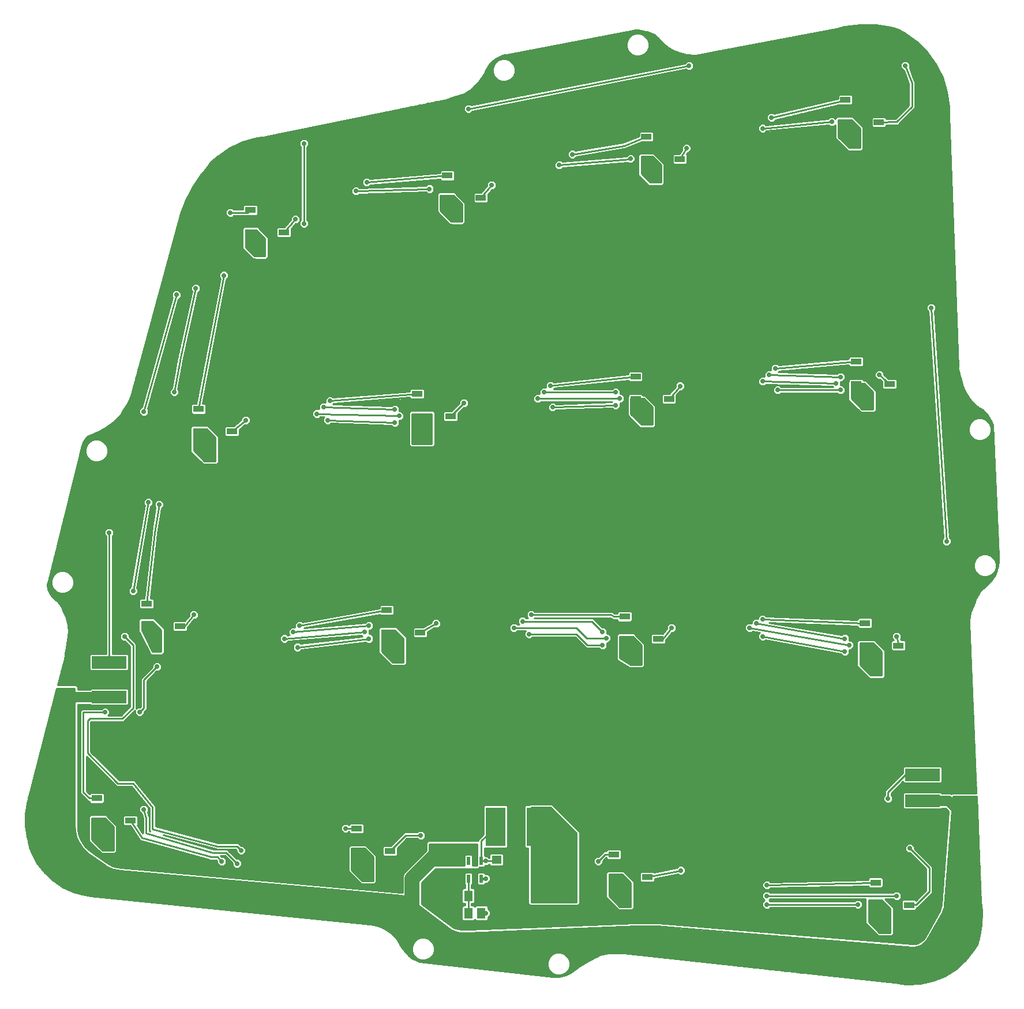
<source format=gbl>
G75*
G70*
%OFA0B0*%
%FSLAX24Y24*%
%IPPOS*%
%LPD*%
%AMOC8*
5,1,8,0,0,1.08239X$1,22.5*
%
%ADD10R,0.0591X0.0354*%
%ADD11R,0.0512X0.0630*%
%ADD12R,0.2000X0.0720*%
%ADD13R,0.0217X0.0472*%
%ADD14R,0.1142X0.2244*%
%ADD15R,0.0551X0.0472*%
%ADD16R,0.0630X0.1063*%
%ADD17R,0.1063X0.0630*%
%ADD18C,0.0240*%
%ADD19C,0.0100*%
%ADD20OC8,0.0278*%
%ADD21OC8,0.0357*%
%ADD22C,0.0860*%
%ADD23OC8,0.0396*%
%ADD24C,0.0600*%
%ADD25C,0.0160*%
D10*
X007435Y012000D03*
X007435Y013300D03*
X009365Y013300D03*
X009365Y012000D03*
X010310Y023250D03*
X010310Y024550D03*
X012240Y024550D03*
X012240Y023250D03*
X013310Y034500D03*
X013310Y035800D03*
X015240Y035800D03*
X015240Y034500D03*
X025935Y035375D03*
X025935Y036675D03*
X027865Y036675D03*
X027865Y035375D03*
X038560Y036375D03*
X038560Y037675D03*
X040490Y037675D03*
X040490Y036375D03*
X051310Y037250D03*
X051310Y038550D03*
X053240Y038550D03*
X053240Y037250D03*
X041115Y050250D03*
X041115Y051550D03*
X039185Y051550D03*
X039185Y050250D03*
X029615Y049300D03*
X029615Y048000D03*
X027685Y048000D03*
X027685Y049300D03*
X018240Y047300D03*
X018240Y046000D03*
X016310Y046000D03*
X016310Y047300D03*
X024185Y024175D03*
X024185Y022875D03*
X026115Y022875D03*
X026115Y024175D03*
X037935Y023800D03*
X037935Y022500D03*
X039865Y022500D03*
X039865Y023800D03*
X051810Y023425D03*
X051810Y022125D03*
X053740Y022125D03*
X053740Y023425D03*
X039240Y010050D03*
X039240Y008750D03*
X037310Y008750D03*
X037310Y010050D03*
X024365Y010250D03*
X024365Y011550D03*
X022435Y011550D03*
X022435Y010250D03*
X052435Y008425D03*
X052435Y007125D03*
X054365Y007125D03*
X054365Y008425D03*
X052615Y052375D03*
X052615Y053675D03*
X050685Y053675D03*
X050685Y052375D03*
D11*
X051256Y051150D03*
X052044Y051150D03*
X040544Y049150D03*
X039756Y049150D03*
X029044Y046900D03*
X028256Y046900D03*
X017669Y044900D03*
X016881Y044900D03*
X026506Y034150D03*
X027294Y034150D03*
X039131Y035275D03*
X039919Y035275D03*
X051881Y036150D03*
X052669Y036150D03*
X039294Y021275D03*
X038506Y021275D03*
X025544Y021650D03*
X024756Y021650D03*
X023794Y009275D03*
X023006Y009275D03*
X028901Y007650D03*
X029649Y007650D03*
X029649Y006650D03*
X028901Y006650D03*
X037881Y007525D03*
X038669Y007525D03*
X052381Y020900D03*
X053169Y020900D03*
X053006Y006025D03*
X053794Y006025D03*
X014669Y033275D03*
X013881Y033275D03*
X011669Y022025D03*
X010881Y022025D03*
X008794Y011025D03*
X008006Y011025D03*
D12*
X008150Y017150D03*
X008150Y019150D03*
X008150Y021150D03*
X055150Y014650D03*
X055150Y013150D03*
X055150Y011650D03*
D13*
X029649Y009662D03*
X029275Y009662D03*
X028901Y009662D03*
X028901Y008638D03*
X029275Y008638D03*
X029649Y008638D03*
D14*
X030469Y011650D03*
X032831Y011650D03*
D15*
X030525Y009741D03*
X030525Y008559D03*
D16*
X031849Y008650D03*
X032951Y008650D03*
D17*
X027650Y008599D03*
X027650Y009701D03*
D18*
X032831Y009969D02*
X032951Y009849D01*
X032951Y008650D01*
X032951Y007451D01*
X032831Y009969D02*
X032831Y011650D01*
D19*
X006736Y007696D02*
X006080Y007876D01*
X005463Y008159D01*
X004898Y008538D01*
X004402Y009002D01*
X003987Y009540D01*
X003663Y010138D01*
X003542Y010445D01*
X003494Y010673D01*
X003499Y010682D01*
X003477Y010753D01*
X003462Y010826D01*
X003457Y010829D01*
X003392Y011076D01*
X003297Y011718D01*
X003299Y012368D01*
X003397Y013010D01*
X003462Y013252D01*
X003463Y013253D01*
X003483Y013328D01*
X003506Y013403D01*
X003503Y013408D01*
X005121Y019650D01*
X006150Y019650D01*
X006150Y011686D01*
X006164Y011448D01*
X006207Y011213D01*
X006277Y010984D01*
X006374Y010766D01*
X006497Y010561D01*
X006643Y010372D01*
X006810Y010202D01*
X006997Y010052D01*
X007835Y009461D01*
X008013Y009349D01*
X008202Y009256D01*
X008399Y009183D01*
X008604Y009132D01*
X008812Y009103D01*
X025025Y007672D01*
X025147Y007654D01*
X025265Y007621D01*
X025378Y007574D01*
X025485Y007513D01*
X027901Y005688D01*
X028075Y005613D01*
X028257Y005559D01*
X028444Y005525D01*
X028633Y005514D01*
X028823Y005525D01*
X038624Y005900D01*
X039801Y005899D01*
X054526Y004683D01*
X054666Y004685D01*
X054803Y004707D01*
X054937Y004748D01*
X055063Y004807D01*
X055180Y004883D01*
X055286Y004974D01*
X055377Y005079D01*
X055453Y005196D01*
X058403Y005196D01*
X058406Y005205D02*
X058292Y004848D01*
X058108Y004532D01*
X057646Y003933D01*
X057086Y003424D01*
X056446Y003021D01*
X055745Y002735D01*
X055006Y002576D01*
X054249Y002549D01*
X053879Y002585D01*
X053869Y002586D01*
X053790Y002597D01*
X053788Y002595D01*
X037867Y004341D01*
X037858Y004350D01*
X037786Y004350D01*
X037714Y004358D01*
X037705Y004350D01*
X036991Y004350D01*
X036492Y004232D01*
X036337Y004155D01*
X036313Y004143D01*
X036263Y004118D01*
X036252Y004112D01*
X036002Y003987D01*
X035993Y003989D01*
X035929Y003950D01*
X035861Y003917D01*
X035859Y003908D01*
X035358Y003608D01*
X035346Y003610D01*
X035288Y003566D01*
X035226Y003529D01*
X035223Y003517D01*
X034794Y003196D01*
X034733Y003165D01*
X034541Y003083D01*
X034136Y002987D01*
X033928Y002975D01*
X033786Y002975D01*
X026079Y003845D01*
X025629Y004049D01*
X025484Y004174D01*
X025188Y004484D01*
X025061Y004644D01*
X024947Y004843D01*
X024947Y004843D01*
X024927Y004879D01*
X024865Y004987D01*
X024788Y005123D01*
X024469Y005477D01*
X024469Y005477D01*
X024469Y005477D01*
X024081Y005754D01*
X024081Y005754D01*
X023938Y005816D01*
X023861Y005848D01*
X023861Y005849D01*
X023785Y005881D01*
X023719Y005909D01*
X023420Y005987D01*
X023266Y006002D01*
X023195Y006010D01*
X007072Y007647D01*
X006736Y007696D01*
X006515Y007757D02*
X024062Y007757D01*
X023877Y007954D02*
X025090Y007954D01*
X025090Y007856D02*
X025016Y007856D01*
X025047Y007851D02*
X024978Y007861D01*
X024973Y007857D01*
X008833Y009281D01*
X008638Y009309D01*
X008452Y009356D01*
X008273Y009422D01*
X008101Y009506D01*
X007934Y009611D01*
X007105Y010196D01*
X006931Y010335D01*
X006778Y010490D01*
X006646Y010662D01*
X006534Y010849D01*
X006446Y011048D01*
X006382Y011255D01*
X006343Y011469D01*
X006330Y011692D01*
X006330Y018720D01*
X007036Y018720D01*
X007096Y018660D01*
X009204Y018660D01*
X009280Y018736D01*
X009280Y019564D01*
X009204Y019640D01*
X007096Y019640D01*
X007036Y019580D01*
X006330Y019580D01*
X006330Y019725D01*
X006225Y019830D01*
X005167Y019830D01*
X005592Y021468D01*
X005594Y021470D01*
X005596Y021486D01*
X005600Y021501D01*
X005599Y021503D01*
X005615Y021616D01*
X005618Y021634D01*
X005755Y022595D01*
X005755Y022597D01*
X005778Y022759D01*
X005796Y022881D01*
X005796Y022881D01*
X005777Y023293D01*
X005683Y023694D01*
X005633Y023806D01*
X005633Y023806D01*
X005517Y024066D01*
X005517Y024066D01*
X005484Y024142D01*
X005401Y024327D01*
X005172Y024661D01*
X005087Y024745D01*
X005087Y024745D01*
X004850Y024983D01*
X004817Y025016D01*
X004817Y025016D01*
X004728Y025121D01*
X004611Y025368D01*
X004585Y025640D01*
X004606Y025776D01*
X004626Y025856D01*
X006581Y033673D01*
X006597Y033737D01*
X006601Y033753D01*
X006639Y033868D01*
X006764Y034074D01*
X006945Y034233D01*
X007052Y034290D01*
X007583Y034526D01*
X007750Y034600D01*
X007864Y034682D01*
X008327Y035013D01*
X008494Y035132D01*
X008790Y035447D01*
X008790Y035447D01*
X008905Y035631D01*
X008949Y035701D01*
X009207Y036115D01*
X009249Y036181D01*
X009378Y036476D01*
X009399Y036552D01*
X012144Y046620D01*
X012146Y046621D01*
X012166Y046699D01*
X012167Y046704D01*
X012282Y047106D01*
X012582Y047892D01*
X012973Y048638D01*
X013447Y049334D01*
X013669Y049605D01*
X013676Y049606D01*
X013719Y049666D01*
X013768Y049722D01*
X013767Y049732D01*
X014049Y050118D01*
X014359Y050391D01*
X015066Y050873D01*
X015841Y051233D01*
X016665Y051462D01*
X017021Y051515D01*
X017026Y051511D01*
X017098Y051526D01*
X017171Y051534D01*
X017178Y051542D01*
X027622Y053690D01*
X027635Y053684D01*
X027702Y053706D01*
X027771Y053721D01*
X027779Y053732D01*
X028312Y053910D01*
X028312Y053910D01*
X028390Y053936D01*
X028633Y054017D01*
X028633Y054017D01*
X029069Y054286D01*
X029069Y054286D01*
X029250Y054467D01*
X029250Y054467D01*
X029308Y054525D01*
X029335Y054553D01*
X029394Y054611D01*
X029542Y054760D01*
X029778Y055107D01*
X029778Y055107D01*
X029828Y055224D01*
X029861Y055300D01*
X029932Y055448D01*
X030117Y055719D01*
X030350Y055950D01*
X030483Y056048D01*
X030607Y056122D01*
X030875Y056232D01*
X031016Y056266D01*
X031066Y056276D01*
X031097Y056282D01*
X038412Y057675D01*
X038544Y057694D01*
X038678Y057700D01*
X038886Y057688D01*
X039291Y057592D01*
X039483Y057510D01*
X039622Y057431D01*
X039872Y057233D01*
X039981Y057115D01*
X040014Y057076D01*
X040124Y056944D01*
X040458Y056673D01*
X040838Y056472D01*
X040965Y056434D01*
X041121Y056387D01*
X041123Y056387D01*
X041319Y056328D01*
X041499Y056274D01*
X042038Y056249D01*
X042038Y056249D01*
X042222Y056285D01*
X043063Y056454D01*
X050126Y057774D01*
X050135Y057769D01*
X050206Y057789D01*
X050278Y057803D01*
X050282Y057809D01*
X050649Y057901D01*
X051534Y058021D01*
X052427Y058009D01*
X053309Y057867D01*
X053725Y057751D01*
X054091Y057551D01*
X054793Y057048D01*
X055404Y056438D01*
X055907Y055736D01*
X056290Y054963D01*
X056543Y054137D01*
X056658Y053281D01*
X056662Y052921D01*
X056660Y052919D01*
X056663Y052843D01*
X056660Y052766D01*
X056666Y052761D01*
X057198Y038202D01*
X057186Y038182D01*
X057201Y038122D01*
X057203Y038060D01*
X057220Y038044D01*
X057390Y037365D01*
X057426Y037223D01*
X057426Y037223D01*
X057538Y036942D01*
X057613Y036811D01*
X057654Y036739D01*
X057654Y036739D01*
X057705Y036651D01*
X057727Y036613D01*
X057765Y036546D01*
X057768Y036541D01*
X057862Y036376D01*
X058240Y035983D01*
X058439Y035859D01*
X058471Y035839D01*
X058628Y035727D01*
X058900Y035453D01*
X059102Y035125D01*
X059174Y034945D01*
X059201Y034863D01*
X059548Y027243D01*
X059548Y027230D01*
X059552Y027161D01*
X059547Y026932D01*
X059453Y026485D01*
X059363Y026274D01*
X059295Y026150D01*
X059130Y025921D01*
X059034Y025816D01*
X058975Y025758D01*
X058975Y025758D01*
X058732Y025515D01*
X058674Y025457D01*
X058516Y025299D01*
X058516Y025299D01*
X058516Y025299D01*
X058270Y024926D01*
X058270Y024926D01*
X058218Y024795D01*
X058218Y024795D01*
X058174Y024687D01*
X058156Y024641D01*
X058156Y024641D01*
X057968Y024171D01*
X057912Y024031D01*
X057912Y024031D01*
X057833Y023571D01*
X057840Y023421D01*
X057840Y023421D01*
X058253Y013580D01*
X056907Y013580D01*
X056839Y013585D01*
X056833Y013580D01*
X056825Y013580D01*
X056799Y013554D01*
X056736Y013580D01*
X056264Y013580D01*
X056204Y013640D01*
X054096Y013640D01*
X054020Y013564D01*
X054020Y012736D01*
X054096Y012660D01*
X056204Y012660D01*
X056264Y012720D01*
X056472Y012720D01*
X056653Y012539D01*
X056238Y007138D01*
X056219Y007016D01*
X056186Y006903D01*
X056133Y006791D01*
X055299Y005289D01*
X055233Y005188D01*
X055158Y005102D01*
X055072Y005027D01*
X054976Y004965D01*
X054872Y004916D01*
X054763Y004883D01*
X054650Y004865D01*
X054532Y004863D01*
X039882Y006073D01*
X039876Y006079D01*
X039809Y006079D01*
X039742Y006084D01*
X039736Y006079D01*
X038694Y006080D01*
X038691Y006083D01*
X038620Y006080D01*
X038549Y006080D01*
X038546Y006077D01*
X028889Y005708D01*
X028887Y005709D01*
X028814Y005705D01*
X028742Y005702D01*
X028740Y005701D01*
X028634Y005695D01*
X028465Y005705D01*
X028299Y005734D01*
X028137Y005782D01*
X027992Y005845D01*
X026210Y007191D01*
X026210Y008418D01*
X027012Y009220D01*
X029475Y009220D01*
X029550Y009296D01*
X029811Y009296D01*
X029887Y009372D01*
X029887Y009393D01*
X030011Y009393D01*
X030101Y009482D01*
X030119Y009482D01*
X030119Y009450D01*
X030196Y009374D01*
X030854Y009374D01*
X030931Y009450D01*
X030931Y010031D01*
X030854Y010107D01*
X030196Y010107D01*
X030119Y010031D01*
X030119Y009842D01*
X030101Y009842D01*
X030011Y009931D01*
X029887Y009931D01*
X029887Y009952D01*
X029829Y010010D01*
X029829Y010413D01*
X029844Y010398D01*
X031094Y010398D01*
X031170Y010474D01*
X031170Y012826D01*
X031094Y012902D01*
X029844Y012902D01*
X029768Y012826D01*
X029768Y011204D01*
X029574Y011010D01*
X029469Y010905D01*
X029469Y010830D01*
X026575Y010830D01*
X026470Y010725D01*
X026470Y010262D01*
X025175Y008967D01*
X025090Y008761D01*
X025090Y007847D01*
X025047Y007851D01*
X025115Y007659D02*
X006991Y007659D01*
X007924Y007560D02*
X025402Y007560D01*
X025553Y007462D02*
X008894Y007462D01*
X009864Y007363D02*
X025683Y007363D01*
X025814Y007265D02*
X010834Y007265D01*
X011805Y007166D02*
X025944Y007166D01*
X026074Y007068D02*
X012775Y007068D01*
X013745Y006969D02*
X026205Y006969D01*
X026335Y006871D02*
X014715Y006871D01*
X015685Y006772D02*
X026466Y006772D01*
X026596Y006674D02*
X016655Y006674D01*
X017625Y006575D02*
X026726Y006575D01*
X026857Y006477D02*
X018596Y006477D01*
X019566Y006378D02*
X026987Y006378D01*
X027118Y006280D02*
X020536Y006280D01*
X021506Y006181D02*
X027248Y006181D01*
X027378Y006083D02*
X022476Y006083D01*
X023420Y005987D02*
X023420Y005987D01*
X023430Y005984D02*
X027509Y005984D01*
X027639Y005886D02*
X023775Y005886D01*
X023785Y005881D02*
X023785Y005881D01*
X023719Y005909D02*
X023719Y005909D01*
X023938Y005816D02*
X023938Y005816D01*
X024005Y005787D02*
X027770Y005787D01*
X027900Y005689D02*
X024173Y005689D01*
X024311Y005590D02*
X028152Y005590D01*
X028126Y005787D02*
X030963Y005787D01*
X030522Y005590D02*
X043540Y005590D01*
X043341Y005787D02*
X052133Y005787D01*
X052035Y005886D02*
X042148Y005886D01*
X042346Y005689D02*
X033096Y005689D01*
X033537Y005886D02*
X027938Y005886D01*
X027807Y005984D02*
X036111Y005984D01*
X035671Y005787D02*
X041153Y005787D01*
X040955Y005984D02*
X051936Y005984D01*
X051845Y006075D02*
X052470Y005450D01*
X052575Y005345D01*
X053350Y005345D01*
X053455Y005450D01*
X053455Y006975D01*
X052960Y007470D01*
X053449Y007470D01*
X053539Y007381D01*
X053761Y007381D01*
X053919Y007539D01*
X053919Y007761D01*
X053761Y007919D01*
X053539Y007919D01*
X053449Y007830D01*
X046351Y007830D01*
X046261Y007919D01*
X046039Y007919D01*
X045881Y007761D01*
X045881Y007539D01*
X046019Y007400D01*
X045881Y007261D01*
X045881Y007039D01*
X046039Y006881D01*
X046261Y006881D01*
X046351Y006970D01*
X051199Y006970D01*
X051289Y006881D01*
X051511Y006881D01*
X051669Y007039D01*
X051669Y007261D01*
X051511Y007419D01*
X051289Y007419D01*
X051199Y007330D01*
X046351Y007330D01*
X046280Y007400D01*
X046351Y007470D01*
X051845Y007470D01*
X051845Y007325D01*
X051845Y006225D01*
X051845Y006075D01*
X051845Y006083D02*
X039761Y006083D01*
X039740Y006083D02*
X038691Y006083D01*
X038686Y006083D02*
X027677Y006083D01*
X027547Y006181D02*
X051845Y006181D01*
X051845Y006280D02*
X030033Y006280D01*
X030035Y006281D02*
X030035Y006404D01*
X030169Y006539D01*
X030169Y006761D01*
X030035Y006896D01*
X030035Y007019D01*
X029959Y007095D01*
X029339Y007095D01*
X029275Y007031D01*
X029211Y007095D01*
X029081Y007095D01*
X029081Y007205D01*
X029211Y007205D01*
X029287Y007281D01*
X029287Y008019D01*
X029211Y008095D01*
X029081Y008095D01*
X029081Y008290D01*
X029139Y008348D01*
X029411Y008348D01*
X029487Y008272D01*
X029811Y008272D01*
X029887Y008348D01*
X032345Y008348D01*
X032345Y008250D02*
X029081Y008250D01*
X029081Y008151D02*
X032345Y008151D01*
X032345Y008053D02*
X029253Y008053D01*
X029287Y007954D02*
X032345Y007954D01*
X032345Y007856D02*
X029287Y007856D01*
X029287Y007757D02*
X032345Y007757D01*
X032345Y007659D02*
X029287Y007659D01*
X029287Y007560D02*
X032345Y007560D01*
X032345Y007462D02*
X029287Y007462D01*
X029287Y007363D02*
X032345Y007363D01*
X032345Y007265D02*
X029270Y007265D01*
X029238Y007068D02*
X029312Y007068D01*
X029081Y007166D02*
X032379Y007166D01*
X032345Y007200D02*
X032450Y007095D01*
X035225Y007095D01*
X035330Y007200D01*
X035330Y007350D01*
X035330Y011350D01*
X035225Y011455D01*
X033725Y012955D01*
X032450Y012955D01*
X032397Y012902D01*
X032206Y012902D01*
X032130Y012826D01*
X032130Y010474D01*
X032206Y010398D01*
X032345Y010398D01*
X032345Y007200D01*
X032525Y007275D02*
X032525Y012775D01*
X033650Y012775D01*
X035150Y011275D01*
X035150Y007275D01*
X032525Y007275D01*
X032525Y007363D02*
X035150Y007363D01*
X035150Y007462D02*
X032525Y007462D01*
X032525Y007560D02*
X035150Y007560D01*
X035150Y007659D02*
X032525Y007659D01*
X032525Y007757D02*
X035150Y007757D01*
X035150Y007856D02*
X032525Y007856D01*
X032525Y007954D02*
X035150Y007954D01*
X035150Y008053D02*
X032525Y008053D01*
X032525Y008151D02*
X035150Y008151D01*
X035150Y008250D02*
X032525Y008250D01*
X032525Y008348D02*
X035150Y008348D01*
X035150Y008447D02*
X032525Y008447D01*
X032525Y008545D02*
X035150Y008545D01*
X035150Y008644D02*
X032525Y008644D01*
X032525Y008742D02*
X035150Y008742D01*
X035150Y008841D02*
X032525Y008841D01*
X032525Y008939D02*
X035150Y008939D01*
X035150Y009038D02*
X032525Y009038D01*
X032525Y009136D02*
X035150Y009136D01*
X035150Y009235D02*
X032525Y009235D01*
X032525Y009333D02*
X035150Y009333D01*
X035150Y009432D02*
X032525Y009432D01*
X032525Y009530D02*
X035150Y009530D01*
X035150Y009629D02*
X032525Y009629D01*
X032525Y009727D02*
X035150Y009727D01*
X035150Y009826D02*
X032525Y009826D01*
X032525Y009924D02*
X035150Y009924D01*
X035150Y010023D02*
X032525Y010023D01*
X032525Y010121D02*
X035150Y010121D01*
X035150Y010220D02*
X032525Y010220D01*
X032525Y010318D02*
X035150Y010318D01*
X035150Y010417D02*
X032525Y010417D01*
X032525Y010515D02*
X035150Y010515D01*
X035150Y010614D02*
X032525Y010614D01*
X032525Y010712D02*
X035150Y010712D01*
X035150Y010811D02*
X032525Y010811D01*
X032525Y010909D02*
X035150Y010909D01*
X035150Y011008D02*
X032525Y011008D01*
X032525Y011106D02*
X035150Y011106D01*
X035150Y011205D02*
X032525Y011205D01*
X032525Y011303D02*
X035122Y011303D01*
X035023Y011402D02*
X032525Y011402D01*
X032525Y011500D02*
X034925Y011500D01*
X034826Y011599D02*
X032525Y011599D01*
X032525Y011697D02*
X034728Y011697D01*
X034629Y011796D02*
X032525Y011796D01*
X032525Y011894D02*
X034531Y011894D01*
X034432Y011993D02*
X032525Y011993D01*
X032525Y012091D02*
X034334Y012091D01*
X034235Y012190D02*
X032525Y012190D01*
X032525Y012288D02*
X034137Y012288D01*
X034038Y012387D02*
X032525Y012387D01*
X032525Y012485D02*
X033940Y012485D01*
X033841Y012584D02*
X032525Y012584D01*
X032525Y012682D02*
X033743Y012682D01*
X033899Y012781D02*
X054020Y012781D01*
X054020Y012879D02*
X033801Y012879D01*
X033998Y012682D02*
X054074Y012682D01*
X054020Y012978D02*
X010717Y012978D01*
X010784Y012896D02*
X009705Y014214D01*
X009705Y014225D01*
X009659Y014271D01*
X009617Y014322D01*
X009607Y014323D01*
X009600Y014330D01*
X009534Y014330D01*
X009469Y014337D01*
X009461Y014330D01*
X008725Y014330D01*
X007080Y015975D01*
X007080Y017700D01*
X007100Y017720D01*
X008975Y017720D01*
X009600Y018345D01*
X009631Y018376D01*
X009631Y018164D01*
X009789Y018006D01*
X010011Y018006D01*
X010169Y018164D01*
X010169Y018289D01*
X010330Y018450D01*
X010330Y020075D01*
X010886Y020631D01*
X011011Y020631D01*
X011169Y020789D01*
X011169Y021011D01*
X011011Y021169D01*
X010789Y021169D01*
X010631Y021011D01*
X010631Y020886D01*
X009970Y020225D01*
X009970Y018600D01*
X009914Y018544D01*
X009789Y018544D01*
X009705Y018460D01*
X009705Y022225D01*
X009294Y022636D01*
X009294Y022761D01*
X009136Y022919D01*
X008914Y022919D01*
X008756Y022761D01*
X008756Y022539D01*
X008914Y022381D01*
X009039Y022381D01*
X009345Y022075D01*
X009345Y018600D01*
X008825Y018080D01*
X008085Y018080D01*
X008169Y018164D01*
X008169Y018386D01*
X008011Y018544D01*
X007789Y018544D01*
X007699Y018455D01*
X006575Y018455D01*
X006470Y018350D01*
X006470Y013575D01*
X006575Y013470D01*
X006330Y013470D01*
X006330Y013372D02*
X006674Y013372D01*
X006575Y013470D02*
X006926Y013120D01*
X007010Y013120D01*
X007010Y013069D01*
X007086Y012992D01*
X007785Y012992D01*
X007861Y013069D01*
X007861Y013531D01*
X007785Y013607D01*
X007086Y013607D01*
X007017Y013538D01*
X006830Y013725D01*
X006830Y015715D01*
X008470Y014075D01*
X008575Y013970D01*
X009440Y013970D01*
X010470Y012711D01*
X010470Y011549D01*
X010457Y011499D01*
X010470Y011477D01*
X010470Y011450D01*
X010506Y011414D01*
X010519Y011392D01*
X010455Y011410D01*
X010455Y012100D01*
X010468Y012121D01*
X010455Y012172D01*
X010455Y012225D01*
X010438Y012242D01*
X010375Y012494D01*
X010419Y012539D01*
X010419Y012761D01*
X010261Y012919D01*
X010039Y012919D01*
X009881Y012761D01*
X009881Y012539D01*
X010029Y012390D01*
X010095Y012128D01*
X010095Y011301D01*
X010083Y011260D01*
X009759Y011739D01*
X009790Y011769D01*
X009790Y012231D01*
X009714Y012308D01*
X009015Y012308D01*
X008939Y012231D01*
X008939Y011769D01*
X009015Y011693D01*
X009355Y011693D01*
X009872Y010930D01*
X009904Y010872D01*
X009913Y010870D01*
X009918Y010862D01*
X009984Y010850D01*
X013931Y009739D01*
X013950Y009720D01*
X014000Y009720D01*
X014048Y009707D01*
X014072Y009720D01*
X014325Y009720D01*
X014381Y009664D01*
X014381Y009539D01*
X014539Y009381D01*
X014761Y009381D01*
X014919Y009539D01*
X014919Y009761D01*
X014761Y009919D01*
X014636Y009919D01*
X014585Y009970D01*
X014825Y009970D01*
X015256Y009539D01*
X015256Y009414D01*
X015414Y009256D01*
X015636Y009256D01*
X015794Y009414D01*
X015794Y009636D01*
X015636Y009794D01*
X015511Y009794D01*
X015080Y010225D01*
X014975Y010330D01*
X014176Y010330D01*
X011278Y011171D01*
X014307Y010364D01*
X014325Y010345D01*
X014376Y010345D01*
X014426Y010332D01*
X014448Y010345D01*
X015450Y010345D01*
X015506Y010289D01*
X015506Y010164D01*
X015664Y010006D01*
X015886Y010006D01*
X016044Y010164D01*
X016044Y010386D01*
X015886Y010544D01*
X015761Y010544D01*
X015705Y010600D01*
X015600Y010705D01*
X014424Y010705D01*
X010830Y011663D01*
X010830Y012766D01*
X010837Y012831D01*
X010830Y012839D01*
X010830Y012850D01*
X010784Y012896D01*
X010801Y012879D02*
X029821Y012879D01*
X029768Y012781D02*
X010831Y012781D01*
X010830Y012682D02*
X029768Y012682D01*
X029768Y012584D02*
X010830Y012584D01*
X010830Y012485D02*
X029768Y012485D01*
X029768Y012387D02*
X010830Y012387D01*
X010830Y012288D02*
X029768Y012288D01*
X029768Y012190D02*
X010830Y012190D01*
X010830Y012091D02*
X029768Y012091D01*
X029768Y011993D02*
X010830Y011993D01*
X010830Y011894D02*
X029768Y011894D01*
X029768Y011796D02*
X022846Y011796D01*
X022861Y011781D02*
X022785Y011857D01*
X022086Y011857D01*
X022010Y011781D01*
X022010Y011730D01*
X022000Y011730D01*
X021911Y011819D01*
X021688Y011819D01*
X021531Y011661D01*
X021531Y011438D01*
X021688Y011281D01*
X021911Y011281D01*
X022000Y011370D01*
X022010Y011370D01*
X022010Y011319D01*
X022086Y011242D01*
X022785Y011242D01*
X022861Y011319D01*
X022861Y011781D01*
X022861Y011697D02*
X029768Y011697D01*
X029768Y011599D02*
X022861Y011599D01*
X022861Y011500D02*
X029768Y011500D01*
X029768Y011402D02*
X026279Y011402D01*
X026261Y011419D02*
X026039Y011419D01*
X025949Y011330D01*
X025190Y011330D01*
X025084Y011225D01*
X024417Y010558D01*
X024015Y010558D01*
X023939Y010481D01*
X023939Y010019D01*
X024015Y009943D01*
X024714Y009943D01*
X024790Y010019D01*
X024790Y010421D01*
X025339Y010970D01*
X025949Y010970D01*
X026039Y010881D01*
X026261Y010881D01*
X026419Y011039D01*
X026419Y011261D01*
X026261Y011419D01*
X026377Y011303D02*
X029768Y011303D01*
X029768Y011205D02*
X026419Y011205D01*
X026419Y011106D02*
X029670Y011106D01*
X029572Y011008D02*
X026388Y011008D01*
X026290Y010909D02*
X029473Y010909D01*
X029649Y010830D02*
X029649Y009662D01*
X029900Y009662D01*
X030446Y009662D01*
X030461Y009664D01*
X030476Y009668D01*
X030490Y009675D01*
X030502Y009685D01*
X030512Y009697D01*
X030519Y009711D01*
X030523Y009726D01*
X030525Y009741D01*
X030931Y009727D02*
X032345Y009727D01*
X032345Y009629D02*
X030931Y009629D01*
X030931Y009530D02*
X032345Y009530D01*
X032345Y009432D02*
X030912Y009432D01*
X030931Y009826D02*
X032345Y009826D01*
X032345Y009924D02*
X030931Y009924D01*
X030931Y010023D02*
X032345Y010023D01*
X032345Y010121D02*
X029829Y010121D01*
X029829Y010023D02*
X030119Y010023D01*
X030119Y009924D02*
X030018Y009924D01*
X029829Y010220D02*
X032345Y010220D01*
X032345Y010318D02*
X029829Y010318D01*
X029400Y010318D02*
X026650Y010318D01*
X026650Y010220D02*
X029400Y010220D01*
X029400Y010121D02*
X026650Y010121D01*
X026650Y010023D02*
X028733Y010023D01*
X028739Y010028D02*
X028663Y009952D01*
X028663Y009400D01*
X026650Y009400D01*
X026650Y010650D01*
X029400Y010650D01*
X029400Y009400D01*
X029139Y009400D01*
X029139Y009952D01*
X029063Y010028D01*
X028739Y010028D01*
X028663Y009924D02*
X026650Y009924D01*
X026650Y009826D02*
X028663Y009826D01*
X028663Y009727D02*
X026650Y009727D01*
X026650Y009629D02*
X028663Y009629D01*
X028663Y009530D02*
X026650Y009530D01*
X026650Y009432D02*
X028663Y009432D01*
X028739Y009004D02*
X028663Y008928D01*
X028663Y008348D01*
X026210Y008348D01*
X026210Y008250D02*
X028721Y008250D01*
X028721Y008290D02*
X028721Y008095D01*
X028591Y008095D01*
X028515Y008019D01*
X028515Y007281D01*
X028591Y007205D01*
X028721Y007205D01*
X028721Y007095D01*
X028591Y007095D01*
X028515Y007019D01*
X028515Y006281D01*
X028591Y006205D01*
X029211Y006205D01*
X029275Y006269D01*
X029339Y006205D01*
X029959Y006205D01*
X030035Y006281D01*
X030035Y006378D02*
X051845Y006378D01*
X051845Y006477D02*
X030107Y006477D01*
X030169Y006575D02*
X051845Y006575D01*
X051845Y006674D02*
X030169Y006674D01*
X030158Y006772D02*
X051845Y006772D01*
X051845Y006871D02*
X038375Y006871D01*
X038350Y006845D02*
X038455Y006950D01*
X038455Y008475D01*
X037955Y008975D01*
X037850Y009080D01*
X036950Y009080D01*
X036845Y008975D01*
X036845Y008825D01*
X036845Y007725D01*
X036845Y007575D01*
X037470Y006950D01*
X037575Y006845D01*
X038350Y006845D01*
X038455Y006969D02*
X045950Y006969D01*
X045881Y007068D02*
X038455Y007068D01*
X038455Y007166D02*
X045881Y007166D01*
X045884Y007265D02*
X038455Y007265D01*
X038455Y007363D02*
X045983Y007363D01*
X045958Y007462D02*
X038455Y007462D01*
X038455Y007560D02*
X045881Y007560D01*
X045881Y007659D02*
X038455Y007659D01*
X038455Y007757D02*
X045881Y007757D01*
X045975Y007856D02*
X038455Y007856D01*
X038455Y007954D02*
X055324Y007954D01*
X055345Y007975D02*
X054758Y007388D01*
X054714Y007433D01*
X054015Y007433D01*
X053939Y007356D01*
X053939Y006894D01*
X054015Y006818D01*
X054714Y006818D01*
X054790Y006894D01*
X054790Y006970D01*
X054850Y006970D01*
X054955Y007075D01*
X055705Y007825D01*
X055705Y009350D01*
X055600Y009455D01*
X054669Y010386D01*
X054669Y010511D01*
X054511Y010669D01*
X054289Y010669D01*
X054131Y010511D01*
X054131Y010289D01*
X054289Y010131D01*
X054414Y010131D01*
X055345Y009200D01*
X055345Y007975D01*
X055345Y008053D02*
X046308Y008053D01*
X046355Y008099D02*
X052010Y008212D01*
X052010Y008194D01*
X052086Y008117D01*
X052785Y008117D01*
X052861Y008194D01*
X052861Y008656D01*
X052785Y008732D01*
X052086Y008732D01*
X052010Y008656D01*
X052010Y008572D01*
X046347Y008459D01*
X046261Y008544D01*
X046039Y008544D01*
X045881Y008386D01*
X045881Y008164D01*
X046039Y008006D01*
X046261Y008006D01*
X046355Y008099D01*
X046325Y007856D02*
X053475Y007856D01*
X053650Y007650D02*
X046150Y007650D01*
X046342Y007462D02*
X051845Y007462D01*
X051845Y007363D02*
X051567Y007363D01*
X051666Y007265D02*
X051845Y007265D01*
X051845Y007166D02*
X051669Y007166D01*
X051669Y007068D02*
X051845Y007068D01*
X051845Y006969D02*
X051600Y006969D01*
X051400Y007150D02*
X046150Y007150D01*
X046350Y006969D02*
X051200Y006969D01*
X051233Y007363D02*
X046317Y007363D01*
X045992Y008053D02*
X038455Y008053D01*
X038455Y008151D02*
X045893Y008151D01*
X045881Y008250D02*
X038455Y008250D01*
X038455Y008348D02*
X045881Y008348D01*
X045941Y008447D02*
X039592Y008447D01*
X039589Y008443D02*
X039665Y008519D01*
X039665Y008649D01*
X041009Y008910D01*
X041063Y008856D01*
X041286Y008856D01*
X041444Y009014D01*
X041444Y009237D01*
X041286Y009394D01*
X041063Y009394D01*
X040930Y009261D01*
X039636Y009011D01*
X039589Y009058D01*
X038890Y009058D01*
X038814Y008981D01*
X038814Y008519D01*
X038890Y008443D01*
X039589Y008443D01*
X039665Y008545D02*
X050649Y008545D01*
X052010Y008644D02*
X039665Y008644D01*
X039609Y009038D02*
X039775Y009038D01*
X040142Y008742D02*
X055345Y008742D01*
X055345Y008644D02*
X052861Y008644D01*
X052861Y008545D02*
X055345Y008545D01*
X055345Y008447D02*
X052861Y008447D01*
X052861Y008348D02*
X055345Y008348D01*
X055345Y008250D02*
X052861Y008250D01*
X052818Y008151D02*
X055345Y008151D01*
X055525Y007900D02*
X054775Y007150D01*
X054400Y007150D01*
X054790Y006969D02*
X056205Y006969D01*
X056227Y007068D02*
X054947Y007068D01*
X055046Y007166D02*
X056240Y007166D01*
X056248Y007265D02*
X055144Y007265D01*
X055243Y007363D02*
X056255Y007363D01*
X056263Y007462D02*
X055341Y007462D01*
X055440Y007560D02*
X056270Y007560D01*
X056278Y007659D02*
X055538Y007659D01*
X055637Y007757D02*
X056285Y007757D01*
X056293Y007856D02*
X055705Y007856D01*
X055705Y007954D02*
X056301Y007954D01*
X056308Y008053D02*
X055705Y008053D01*
X055705Y008151D02*
X056316Y008151D01*
X056323Y008250D02*
X055705Y008250D01*
X055705Y008348D02*
X056331Y008348D01*
X056338Y008447D02*
X055705Y008447D01*
X055705Y008545D02*
X056346Y008545D01*
X056354Y008644D02*
X055705Y008644D01*
X055705Y008742D02*
X056361Y008742D01*
X056369Y008841D02*
X055705Y008841D01*
X055705Y008939D02*
X056376Y008939D01*
X056384Y009038D02*
X055705Y009038D01*
X055705Y009136D02*
X056391Y009136D01*
X056399Y009235D02*
X055705Y009235D01*
X055705Y009333D02*
X056407Y009333D01*
X056414Y009432D02*
X055623Y009432D01*
X055525Y009530D02*
X056422Y009530D01*
X056429Y009629D02*
X055426Y009629D01*
X055328Y009727D02*
X056437Y009727D01*
X056445Y009826D02*
X055229Y009826D01*
X055131Y009924D02*
X056452Y009924D01*
X056460Y010023D02*
X055032Y010023D01*
X054934Y010121D02*
X056467Y010121D01*
X056475Y010220D02*
X054835Y010220D01*
X054737Y010318D02*
X056482Y010318D01*
X056490Y010417D02*
X054669Y010417D01*
X054665Y010515D02*
X056498Y010515D01*
X056505Y010614D02*
X054567Y010614D01*
X054400Y010400D02*
X055525Y009275D01*
X055525Y007900D01*
X055226Y007856D02*
X053825Y007856D01*
X053919Y007757D02*
X055127Y007757D01*
X055029Y007659D02*
X053919Y007659D01*
X053919Y007560D02*
X054930Y007560D01*
X054832Y007462D02*
X053842Y007462D01*
X053946Y007363D02*
X053067Y007363D01*
X053165Y007265D02*
X053939Y007265D01*
X053939Y007166D02*
X053264Y007166D01*
X053362Y007068D02*
X053939Y007068D01*
X053939Y006969D02*
X053455Y006969D01*
X053455Y006871D02*
X053963Y006871D01*
X053455Y006772D02*
X056123Y006772D01*
X056170Y006871D02*
X054766Y006871D01*
X055849Y006280D02*
X053455Y006280D01*
X053455Y006378D02*
X055904Y006378D01*
X055959Y006477D02*
X053455Y006477D01*
X053455Y006575D02*
X056014Y006575D01*
X056068Y006674D02*
X053455Y006674D01*
X053275Y006674D02*
X052025Y006674D01*
X052025Y006772D02*
X053275Y006772D01*
X053275Y006871D02*
X052025Y006871D01*
X052025Y006969D02*
X053206Y006969D01*
X053275Y006900D02*
X053275Y005525D01*
X052650Y005525D01*
X052025Y006150D01*
X052025Y007400D01*
X052775Y007400D01*
X053275Y006900D01*
X053107Y007068D02*
X052025Y007068D01*
X052025Y007166D02*
X053009Y007166D01*
X052910Y007265D02*
X052025Y007265D01*
X052025Y007363D02*
X052812Y007363D01*
X052968Y007462D02*
X053458Y007462D01*
X052400Y008400D02*
X046150Y008275D01*
X045728Y005590D02*
X052330Y005590D01*
X052232Y005689D02*
X044534Y005689D01*
X044733Y005492D02*
X024448Y005492D01*
X024544Y005393D02*
X045926Y005393D01*
X046921Y005492D02*
X052429Y005492D01*
X052527Y005393D02*
X048114Y005393D01*
X048313Y005196D02*
X026500Y005196D01*
X026410Y005233D02*
X026152Y005233D01*
X025913Y005134D01*
X025730Y004951D01*
X025631Y004712D01*
X025631Y004454D01*
X025730Y004215D01*
X025913Y004032D01*
X026152Y003933D01*
X026410Y003933D01*
X026649Y004032D01*
X026832Y004215D01*
X026931Y004454D01*
X026931Y004712D01*
X026832Y004951D01*
X026649Y005134D01*
X026410Y005233D01*
X026686Y005098D02*
X049506Y005098D01*
X049307Y005295D02*
X055302Y005295D01*
X055357Y005393D02*
X053398Y005393D01*
X053455Y005492D02*
X055412Y005492D01*
X055466Y005590D02*
X053455Y005590D01*
X053455Y005689D02*
X055521Y005689D01*
X055576Y005787D02*
X053455Y005787D01*
X053455Y005886D02*
X055630Y005886D01*
X055685Y005984D02*
X053455Y005984D01*
X053455Y006083D02*
X055740Y006083D01*
X055795Y006181D02*
X053455Y006181D01*
X053275Y006181D02*
X052025Y006181D01*
X052025Y006280D02*
X053275Y006280D01*
X053275Y006378D02*
X052025Y006378D01*
X052025Y006477D02*
X053275Y006477D01*
X053275Y006575D02*
X052025Y006575D01*
X052092Y006083D02*
X053275Y006083D01*
X053275Y005984D02*
X052191Y005984D01*
X052289Y005886D02*
X053275Y005886D01*
X053275Y005787D02*
X052388Y005787D01*
X052486Y005689D02*
X053275Y005689D01*
X053275Y005590D02*
X052585Y005590D01*
X052887Y004999D02*
X055029Y004999D01*
X055153Y005098D02*
X051694Y005098D01*
X051892Y004901D02*
X026853Y004901D01*
X026894Y004802D02*
X053086Y004802D01*
X054080Y004901D02*
X054820Y004901D01*
X054780Y004704D02*
X058208Y004704D01*
X058265Y004802D02*
X055053Y004802D01*
X055201Y004901D02*
X058308Y004901D01*
X058340Y004999D02*
X055308Y004999D01*
X055389Y005098D02*
X058371Y005098D01*
X058406Y005205D02*
X058548Y005968D01*
X058564Y006743D01*
X058531Y007062D01*
X058526Y007067D01*
X058523Y007139D01*
X058512Y007211D01*
X058519Y007221D01*
X058260Y013400D01*
X056900Y013400D01*
X056417Y007118D01*
X056396Y006976D01*
X056354Y006839D01*
X056294Y006709D01*
X055453Y005196D01*
X055508Y005295D02*
X058422Y005295D01*
X058441Y005393D02*
X055563Y005393D01*
X055618Y005492D02*
X058459Y005492D01*
X058478Y005590D02*
X055672Y005590D01*
X055727Y005689D02*
X058496Y005689D01*
X058514Y005787D02*
X055782Y005787D01*
X055836Y005886D02*
X058533Y005886D01*
X058549Y005984D02*
X055891Y005984D01*
X055946Y006083D02*
X058551Y006083D01*
X058553Y006181D02*
X056001Y006181D01*
X056055Y006280D02*
X058555Y006280D01*
X058557Y006378D02*
X056110Y006378D01*
X056165Y006477D02*
X058559Y006477D01*
X058561Y006575D02*
X056219Y006575D01*
X056274Y006674D02*
X058563Y006674D01*
X058561Y006772D02*
X056323Y006772D01*
X056364Y006871D02*
X058551Y006871D01*
X058541Y006969D02*
X056393Y006969D01*
X056409Y007068D02*
X058526Y007068D01*
X058519Y007166D02*
X056420Y007166D01*
X056428Y007265D02*
X058518Y007265D01*
X058513Y007363D02*
X056436Y007363D01*
X056443Y007462D02*
X058509Y007462D01*
X058505Y007560D02*
X056451Y007560D01*
X056458Y007659D02*
X058501Y007659D01*
X058497Y007757D02*
X056466Y007757D01*
X056474Y007856D02*
X058493Y007856D01*
X058489Y007954D02*
X056481Y007954D01*
X056489Y008053D02*
X058485Y008053D01*
X058480Y008151D02*
X056496Y008151D01*
X056504Y008250D02*
X058476Y008250D01*
X058472Y008348D02*
X056511Y008348D01*
X056519Y008447D02*
X058468Y008447D01*
X058464Y008545D02*
X056527Y008545D01*
X056534Y008644D02*
X058460Y008644D01*
X058456Y008742D02*
X056542Y008742D01*
X056549Y008841D02*
X058451Y008841D01*
X058447Y008939D02*
X056557Y008939D01*
X056564Y009038D02*
X058443Y009038D01*
X058439Y009136D02*
X056572Y009136D01*
X056580Y009235D02*
X058435Y009235D01*
X058431Y009333D02*
X056587Y009333D01*
X056595Y009432D02*
X058427Y009432D01*
X058423Y009530D02*
X056602Y009530D01*
X056610Y009629D02*
X058418Y009629D01*
X058414Y009727D02*
X056617Y009727D01*
X056625Y009826D02*
X058410Y009826D01*
X058406Y009924D02*
X056633Y009924D01*
X056640Y010023D02*
X058402Y010023D01*
X058398Y010121D02*
X056648Y010121D01*
X056655Y010220D02*
X058394Y010220D01*
X058389Y010318D02*
X056663Y010318D01*
X056671Y010417D02*
X058385Y010417D01*
X058381Y010515D02*
X056678Y010515D01*
X056686Y010614D02*
X058377Y010614D01*
X058373Y010712D02*
X056693Y010712D01*
X056701Y010811D02*
X058369Y010811D01*
X058365Y010909D02*
X056708Y010909D01*
X056716Y011008D02*
X058361Y011008D01*
X058356Y011106D02*
X056724Y011106D01*
X056731Y011205D02*
X058352Y011205D01*
X058348Y011303D02*
X056739Y011303D01*
X056746Y011402D02*
X058344Y011402D01*
X058340Y011500D02*
X056754Y011500D01*
X056761Y011599D02*
X058336Y011599D01*
X058332Y011697D02*
X056769Y011697D01*
X056777Y011796D02*
X058327Y011796D01*
X058323Y011894D02*
X056784Y011894D01*
X056792Y011993D02*
X058319Y011993D01*
X058315Y012091D02*
X056799Y012091D01*
X056807Y012190D02*
X058311Y012190D01*
X058307Y012288D02*
X056814Y012288D01*
X056822Y012387D02*
X058303Y012387D01*
X058299Y012485D02*
X056830Y012485D01*
X056837Y012584D02*
X058294Y012584D01*
X058290Y012682D02*
X056845Y012682D01*
X056852Y012781D02*
X058286Y012781D01*
X058282Y012879D02*
X056860Y012879D01*
X056868Y012978D02*
X058278Y012978D01*
X058274Y013076D02*
X056875Y013076D01*
X056883Y013175D02*
X058270Y013175D01*
X058265Y013273D02*
X056890Y013273D01*
X056898Y013372D02*
X058261Y013372D01*
X058249Y013667D02*
X053422Y013667D01*
X053330Y013575D02*
X054020Y014265D01*
X054020Y014236D01*
X054096Y014160D01*
X056204Y014160D01*
X056280Y014236D01*
X056280Y015064D01*
X056204Y015140D01*
X054096Y015140D01*
X054020Y015064D01*
X054020Y014775D01*
X053075Y013830D01*
X052970Y013725D01*
X052970Y013476D01*
X052881Y013386D01*
X052881Y013164D01*
X053039Y013006D01*
X053261Y013006D01*
X053419Y013164D01*
X053419Y013386D01*
X053330Y013476D01*
X053330Y013575D01*
X053330Y013569D02*
X054025Y013569D01*
X054020Y013470D02*
X053335Y013470D01*
X053419Y013372D02*
X054020Y013372D01*
X054020Y013273D02*
X053419Y013273D01*
X053419Y013175D02*
X054020Y013175D01*
X054020Y013076D02*
X053332Y013076D01*
X053150Y013275D02*
X053150Y013650D01*
X054150Y014650D01*
X055150Y014650D01*
X056280Y014652D02*
X058208Y014652D01*
X058212Y014554D02*
X056280Y014554D01*
X056280Y014455D02*
X058216Y014455D01*
X058220Y014357D02*
X056280Y014357D01*
X056280Y014258D02*
X058224Y014258D01*
X058228Y014160D02*
X053914Y014160D01*
X054013Y014258D02*
X054020Y014258D01*
X053816Y014061D02*
X058232Y014061D01*
X058237Y013963D02*
X053717Y013963D01*
X053619Y013864D02*
X058241Y013864D01*
X058245Y013766D02*
X053520Y013766D01*
X053306Y014061D02*
X009830Y014061D01*
X009750Y014160D02*
X053405Y014160D01*
X053503Y014258D02*
X009672Y014258D01*
X009525Y014150D02*
X008650Y014150D01*
X006900Y015900D01*
X006900Y017775D01*
X007025Y017900D01*
X008900Y017900D01*
X009525Y018525D01*
X009525Y022150D01*
X009025Y022650D01*
X009228Y022828D02*
X009922Y022828D01*
X009877Y022918D02*
X010470Y021733D01*
X010470Y021700D01*
X010495Y021675D01*
X010495Y021656D01*
X010521Y021631D01*
X010522Y021628D01*
X010524Y021627D01*
X010572Y021580D01*
X011191Y021580D01*
X011206Y021595D01*
X011225Y021595D01*
X011330Y021700D01*
X011330Y023100D01*
X010830Y023600D01*
X010725Y023705D01*
X009950Y023705D01*
X009845Y023600D01*
X009845Y023450D01*
X009845Y023054D01*
X009831Y023011D01*
X009845Y022983D01*
X009845Y022950D01*
X009877Y022918D01*
X009869Y022926D02*
X008330Y022926D01*
X008330Y022828D02*
X008822Y022828D01*
X008756Y022729D02*
X008330Y022729D01*
X008330Y022631D02*
X008756Y022631D01*
X008762Y022532D02*
X008330Y022532D01*
X008330Y022434D02*
X008861Y022434D01*
X009085Y022335D02*
X008330Y022335D01*
X008330Y022237D02*
X009184Y022237D01*
X009282Y022138D02*
X008330Y022138D01*
X008330Y022040D02*
X009345Y022040D01*
X009345Y021941D02*
X008330Y021941D01*
X008330Y021843D02*
X009345Y021843D01*
X009345Y021744D02*
X008330Y021744D01*
X008330Y021646D02*
X009345Y021646D01*
X009345Y021547D02*
X009280Y021547D01*
X009280Y021564D02*
X009204Y021640D01*
X008330Y021640D01*
X008330Y028449D01*
X008419Y028539D01*
X008419Y028761D01*
X008261Y028919D01*
X008039Y028919D01*
X007881Y028761D01*
X007881Y028539D01*
X007970Y028449D01*
X007970Y021640D01*
X007096Y021640D01*
X007020Y021564D01*
X007020Y020736D01*
X007096Y020660D01*
X009204Y020660D01*
X009280Y020736D01*
X009280Y021564D01*
X009280Y021449D02*
X009345Y021449D01*
X009345Y021350D02*
X009280Y021350D01*
X009280Y021252D02*
X009345Y021252D01*
X009345Y021153D02*
X009280Y021153D01*
X009280Y021055D02*
X009345Y021055D01*
X009345Y020956D02*
X009280Y020956D01*
X009280Y020858D02*
X009345Y020858D01*
X009345Y020759D02*
X009280Y020759D01*
X009345Y020661D02*
X009204Y020661D01*
X009345Y020562D02*
X005357Y020562D01*
X005332Y020464D02*
X009345Y020464D01*
X009345Y020365D02*
X005306Y020365D01*
X005281Y020267D02*
X009345Y020267D01*
X009345Y020168D02*
X005255Y020168D01*
X005229Y020070D02*
X009345Y020070D01*
X009345Y019971D02*
X005204Y019971D01*
X005178Y019873D02*
X009345Y019873D01*
X009345Y019774D02*
X006281Y019774D01*
X006330Y019676D02*
X009345Y019676D01*
X009345Y019577D02*
X009267Y019577D01*
X009280Y019479D02*
X009345Y019479D01*
X009345Y019380D02*
X009280Y019380D01*
X009280Y019282D02*
X009345Y019282D01*
X009345Y019183D02*
X009280Y019183D01*
X009280Y019085D02*
X009345Y019085D01*
X009345Y018986D02*
X009280Y018986D01*
X009280Y018888D02*
X009345Y018888D01*
X009345Y018789D02*
X009280Y018789D01*
X009234Y018691D02*
X009345Y018691D01*
X009337Y018592D02*
X006330Y018592D01*
X006330Y018494D02*
X007738Y018494D01*
X007900Y018275D02*
X006650Y018275D01*
X006650Y013650D01*
X007000Y013300D01*
X007435Y013300D01*
X007861Y013273D02*
X010010Y013273D01*
X010091Y013175D02*
X007861Y013175D01*
X007861Y013076D02*
X010171Y013076D01*
X010252Y012978D02*
X006330Y012978D01*
X006330Y013076D02*
X007010Y013076D01*
X006871Y013175D02*
X006330Y013175D01*
X006330Y013273D02*
X006772Y013273D01*
X006986Y013569D02*
X007048Y013569D01*
X006888Y013667D02*
X009688Y013667D01*
X009768Y013569D02*
X007823Y013569D01*
X007861Y013470D02*
X009849Y013470D01*
X009929Y013372D02*
X007861Y013372D01*
X008484Y014061D02*
X006830Y014061D01*
X006830Y013963D02*
X009446Y013963D01*
X009526Y013864D02*
X006830Y013864D01*
X006830Y013766D02*
X009607Y013766D01*
X009911Y013963D02*
X053208Y013963D01*
X053109Y013864D02*
X009992Y013864D01*
X010072Y013766D02*
X053011Y013766D01*
X052970Y013667D02*
X010153Y013667D01*
X010233Y013569D02*
X052970Y013569D01*
X052965Y013470D02*
X010314Y013470D01*
X010394Y013372D02*
X052881Y013372D01*
X052881Y013273D02*
X010475Y013273D01*
X010556Y013175D02*
X052881Y013175D01*
X052968Y013076D02*
X010636Y013076D01*
X010650Y012775D02*
X009525Y014150D01*
X008698Y014357D02*
X053602Y014357D01*
X053700Y014455D02*
X008600Y014455D01*
X008501Y014554D02*
X053799Y014554D01*
X053897Y014652D02*
X008403Y014652D01*
X008304Y014751D02*
X053996Y014751D01*
X054020Y014849D02*
X008206Y014849D01*
X008107Y014948D02*
X054020Y014948D01*
X054020Y015046D02*
X008009Y015046D01*
X007910Y015145D02*
X058187Y015145D01*
X058183Y015243D02*
X007812Y015243D01*
X007713Y015342D02*
X058179Y015342D01*
X058175Y015440D02*
X007615Y015440D01*
X007516Y015539D02*
X058170Y015539D01*
X058166Y015637D02*
X007418Y015637D01*
X007319Y015736D02*
X058162Y015736D01*
X058158Y015834D02*
X007221Y015834D01*
X007122Y015933D02*
X058154Y015933D01*
X058150Y016031D02*
X007080Y016031D01*
X007080Y016130D02*
X058146Y016130D01*
X058141Y016228D02*
X007080Y016228D01*
X007080Y016327D02*
X058137Y016327D01*
X058133Y016425D02*
X007080Y016425D01*
X007080Y016524D02*
X058129Y016524D01*
X058125Y016622D02*
X007080Y016622D01*
X007080Y016721D02*
X058121Y016721D01*
X058117Y016819D02*
X007080Y016819D01*
X007080Y016918D02*
X058113Y016918D01*
X058108Y017016D02*
X007080Y017016D01*
X007080Y017115D02*
X058104Y017115D01*
X058100Y017213D02*
X007080Y017213D01*
X007080Y017312D02*
X058096Y017312D01*
X058092Y017410D02*
X007080Y017410D01*
X007080Y017509D02*
X058088Y017509D01*
X058084Y017607D02*
X007080Y017607D01*
X007085Y017706D02*
X058079Y017706D01*
X058075Y017804D02*
X009059Y017804D01*
X009157Y017903D02*
X058071Y017903D01*
X058067Y018001D02*
X009256Y018001D01*
X009354Y018100D02*
X009695Y018100D01*
X009631Y018198D02*
X009453Y018198D01*
X009551Y018297D02*
X009631Y018297D01*
X009705Y018494D02*
X009738Y018494D01*
X009705Y018592D02*
X009962Y018592D01*
X009970Y018691D02*
X009705Y018691D01*
X009705Y018789D02*
X009970Y018789D01*
X009970Y018888D02*
X009705Y018888D01*
X009705Y018986D02*
X009970Y018986D01*
X009970Y019085D02*
X009705Y019085D01*
X009705Y019183D02*
X009970Y019183D01*
X009970Y019282D02*
X009705Y019282D01*
X009705Y019380D02*
X009970Y019380D01*
X009970Y019479D02*
X009705Y019479D01*
X009705Y019577D02*
X009970Y019577D01*
X009970Y019676D02*
X009705Y019676D01*
X009705Y019774D02*
X009970Y019774D01*
X009970Y019873D02*
X009705Y019873D01*
X009705Y019971D02*
X009970Y019971D01*
X009970Y020070D02*
X009705Y020070D01*
X009705Y020168D02*
X009970Y020168D01*
X010012Y020267D02*
X009705Y020267D01*
X009705Y020365D02*
X010110Y020365D01*
X010209Y020464D02*
X009705Y020464D01*
X009705Y020562D02*
X010307Y020562D01*
X010406Y020661D02*
X009705Y020661D01*
X009705Y020759D02*
X010504Y020759D01*
X010603Y020858D02*
X009705Y020858D01*
X009705Y020956D02*
X010631Y020956D01*
X010674Y021055D02*
X009705Y021055D01*
X009705Y021153D02*
X010773Y021153D01*
X011027Y021153D02*
X024267Y021153D01*
X024345Y021075D02*
X023720Y021700D01*
X023720Y021850D01*
X023720Y022950D01*
X023720Y023100D01*
X023825Y023205D01*
X024725Y023205D01*
X024830Y023100D01*
X025330Y022600D01*
X025330Y021075D01*
X025225Y020970D01*
X024450Y020970D01*
X024345Y021075D01*
X024366Y021055D02*
X011126Y021055D01*
X011169Y020956D02*
X038040Y020956D01*
X038120Y020908D02*
X038120Y020906D01*
X038197Y020830D01*
X038816Y020830D01*
X038831Y020845D01*
X038975Y020845D01*
X039080Y020950D01*
X039080Y022225D01*
X038580Y022725D01*
X038475Y022830D01*
X037725Y022830D01*
X037575Y022830D01*
X037470Y022725D01*
X037470Y021450D01*
X037457Y021429D01*
X037470Y021378D01*
X037470Y021325D01*
X037487Y021308D01*
X037493Y021284D01*
X037538Y021257D01*
X037575Y021220D01*
X037600Y021220D01*
X038120Y020908D01*
X038169Y020858D02*
X011169Y020858D01*
X011140Y020759D02*
X051536Y020759D01*
X051438Y020858D02*
X038987Y020858D01*
X039080Y020956D02*
X051345Y020956D01*
X051345Y020950D02*
X051970Y020325D01*
X052075Y020220D01*
X052850Y020220D01*
X052955Y020325D01*
X052955Y021850D01*
X052455Y022350D01*
X052350Y022455D01*
X051450Y022455D01*
X051345Y022350D01*
X051345Y022200D01*
X051345Y021100D01*
X051345Y020950D01*
X051345Y021055D02*
X039080Y021055D01*
X039080Y021153D02*
X051345Y021153D01*
X051345Y021252D02*
X039080Y021252D01*
X039080Y021350D02*
X051345Y021350D01*
X051345Y021449D02*
X039080Y021449D01*
X039080Y021547D02*
X050497Y021547D01*
X050539Y021506D02*
X050761Y021506D01*
X050919Y021664D01*
X050919Y021881D01*
X051011Y021881D01*
X051169Y022039D01*
X051169Y022261D01*
X051011Y022419D01*
X050919Y022419D01*
X050919Y022636D01*
X050761Y022794D01*
X050539Y022794D01*
X050481Y022736D01*
X046280Y023454D01*
X051385Y023236D01*
X051385Y023194D01*
X051461Y023117D01*
X052160Y023117D01*
X052236Y023194D01*
X052236Y023656D01*
X052160Y023732D01*
X051461Y023732D01*
X051385Y023656D01*
X051385Y023597D01*
X046109Y023821D01*
X046011Y023919D01*
X045789Y023919D01*
X045631Y023761D01*
X045631Y023669D01*
X045414Y023669D01*
X045256Y023511D01*
X045256Y023419D01*
X045039Y023419D01*
X044881Y023261D01*
X044881Y023039D01*
X045039Y022881D01*
X045261Y022881D01*
X045318Y022938D01*
X045735Y022866D01*
X045631Y022761D01*
X045631Y022539D01*
X045789Y022381D01*
X046011Y022381D01*
X046067Y022436D01*
X050408Y021637D01*
X050539Y021506D01*
X050359Y021646D02*
X039080Y021646D01*
X039080Y021744D02*
X049824Y021744D01*
X049290Y021843D02*
X039080Y021843D01*
X039080Y021941D02*
X048755Y021941D01*
X048220Y022040D02*
X039080Y022040D01*
X039080Y022138D02*
X047686Y022138D01*
X047151Y022237D02*
X040257Y022237D01*
X040290Y022269D02*
X040290Y022410D01*
X040305Y022426D01*
X040305Y022437D01*
X040664Y022881D01*
X040761Y022881D01*
X040919Y023039D01*
X040919Y023261D01*
X040761Y023419D01*
X040539Y023419D01*
X040381Y023261D01*
X040381Y023103D01*
X040142Y022808D01*
X039515Y022808D01*
X039439Y022731D01*
X039439Y022269D01*
X039515Y022193D01*
X040214Y022193D01*
X040290Y022269D01*
X040290Y022335D02*
X046616Y022335D01*
X046081Y022434D02*
X046064Y022434D01*
X045900Y022650D02*
X050650Y021775D01*
X050919Y021744D02*
X051345Y021744D01*
X051345Y021646D02*
X050901Y021646D01*
X050803Y021547D02*
X051345Y021547D01*
X051525Y021547D02*
X052775Y021547D01*
X052775Y021449D02*
X051525Y021449D01*
X051525Y021350D02*
X052775Y021350D01*
X052775Y021252D02*
X051525Y021252D01*
X051525Y021153D02*
X052775Y021153D01*
X052775Y021055D02*
X051525Y021055D01*
X051525Y021025D02*
X052150Y020400D01*
X052775Y020400D01*
X052775Y021775D01*
X052275Y022275D01*
X051525Y022275D01*
X051525Y021025D01*
X051594Y020956D02*
X052775Y020956D01*
X052775Y020858D02*
X051692Y020858D01*
X051791Y020759D02*
X052775Y020759D01*
X052775Y020661D02*
X051889Y020661D01*
X051988Y020562D02*
X052775Y020562D01*
X052775Y020464D02*
X052086Y020464D01*
X051930Y020365D02*
X010620Y020365D01*
X010718Y020464D02*
X051832Y020464D01*
X051733Y020562D02*
X010817Y020562D01*
X011041Y020661D02*
X051635Y020661D01*
X052029Y020267D02*
X010521Y020267D01*
X010423Y020168D02*
X057976Y020168D01*
X057980Y020070D02*
X010330Y020070D01*
X010330Y019971D02*
X057984Y019971D01*
X057989Y019873D02*
X010330Y019873D01*
X010330Y019774D02*
X057993Y019774D01*
X057997Y019676D02*
X010330Y019676D01*
X010330Y019577D02*
X058001Y019577D01*
X058005Y019479D02*
X010330Y019479D01*
X010330Y019380D02*
X058009Y019380D01*
X058013Y019282D02*
X010330Y019282D01*
X010330Y019183D02*
X058017Y019183D01*
X058022Y019085D02*
X010330Y019085D01*
X010330Y018986D02*
X058026Y018986D01*
X058030Y018888D02*
X010330Y018888D01*
X010330Y018789D02*
X058034Y018789D01*
X058038Y018691D02*
X010330Y018691D01*
X010330Y018592D02*
X058042Y018592D01*
X058046Y018494D02*
X010330Y018494D01*
X010275Y018395D02*
X058051Y018395D01*
X058055Y018297D02*
X010176Y018297D01*
X010169Y018198D02*
X058059Y018198D01*
X058063Y018100D02*
X010105Y018100D01*
X009900Y018275D02*
X010150Y018525D01*
X010150Y020150D01*
X010900Y020900D01*
X011275Y021646D02*
X023775Y021646D01*
X023720Y021744D02*
X011330Y021744D01*
X011330Y021843D02*
X018827Y021843D01*
X018756Y021914D02*
X018914Y021756D01*
X019136Y021756D01*
X019252Y021871D01*
X022972Y022322D01*
X023039Y022256D01*
X023261Y022256D01*
X023419Y022414D01*
X023419Y022636D01*
X023261Y022794D01*
X023169Y022794D01*
X023169Y023006D01*
X023261Y023006D01*
X023419Y023164D01*
X023419Y023386D01*
X023261Y023544D01*
X023039Y023544D01*
X022931Y023437D01*
X019389Y023133D01*
X019391Y023135D01*
X023784Y023920D01*
X023836Y023867D01*
X024535Y023867D01*
X024611Y023944D01*
X024611Y024406D01*
X024535Y024482D01*
X023836Y024482D01*
X023760Y024406D01*
X023760Y024281D01*
X019318Y023488D01*
X019261Y023544D01*
X019039Y023544D01*
X018881Y023386D01*
X018881Y023169D01*
X018664Y023169D01*
X018506Y023011D01*
X018506Y022789D01*
X018565Y022729D01*
X018460Y022721D01*
X018386Y022794D01*
X018164Y022794D01*
X018006Y022636D01*
X018006Y022414D01*
X018164Y022256D01*
X018386Y022256D01*
X018493Y022362D01*
X022715Y022704D01*
X022760Y022659D01*
X019203Y022228D01*
X019136Y022294D01*
X018914Y022294D01*
X018756Y022136D01*
X018756Y021914D01*
X018756Y021941D02*
X011330Y021941D01*
X011330Y022040D02*
X018756Y022040D01*
X018758Y022138D02*
X011330Y022138D01*
X011330Y022237D02*
X018856Y022237D01*
X019025Y022025D02*
X023150Y022525D01*
X023341Y022335D02*
X023720Y022335D01*
X023720Y022237D02*
X022266Y022237D01*
X022525Y022631D02*
X021804Y022631D01*
X021712Y022532D02*
X020589Y022532D01*
X020900Y022434D02*
X019374Y022434D01*
X019274Y022237D02*
X019194Y022237D01*
X019223Y021843D02*
X023720Y021843D01*
X023720Y021941D02*
X019828Y021941D01*
X020087Y022335D02*
X018466Y022335D01*
X018275Y022525D02*
X022900Y022900D01*
X023169Y022926D02*
X023720Y022926D01*
X023720Y022828D02*
X023169Y022828D01*
X023326Y022729D02*
X023720Y022729D01*
X023720Y022631D02*
X023419Y022631D01*
X023419Y022532D02*
X023720Y022532D01*
X023720Y022434D02*
X023419Y022434D01*
X023720Y022138D02*
X021454Y022138D01*
X020641Y022040D02*
X023720Y022040D01*
X023900Y022040D02*
X025150Y022040D01*
X025150Y022138D02*
X023900Y022138D01*
X023900Y022237D02*
X025150Y022237D01*
X025150Y022335D02*
X023900Y022335D01*
X023900Y022434D02*
X025150Y022434D01*
X025150Y022525D02*
X025150Y021150D01*
X024525Y021150D01*
X023900Y021775D01*
X023900Y023025D01*
X024650Y023025D01*
X025150Y022525D01*
X025143Y022532D02*
X023900Y022532D01*
X023900Y022631D02*
X025044Y022631D01*
X024946Y022729D02*
X023900Y022729D01*
X023900Y022828D02*
X024847Y022828D01*
X024749Y022926D02*
X023900Y022926D01*
X023900Y023025D02*
X024650Y023025D01*
X024807Y023123D02*
X025706Y023123D01*
X025689Y023106D02*
X025689Y022644D01*
X025765Y022568D01*
X026464Y022568D01*
X026540Y022644D01*
X026540Y022913D01*
X026919Y023131D01*
X027136Y023131D01*
X027294Y023289D01*
X027294Y023511D01*
X027136Y023669D01*
X026914Y023669D01*
X026756Y023511D01*
X026756Y023453D01*
X026287Y023183D01*
X025765Y023183D01*
X025689Y023106D01*
X025689Y023025D02*
X024905Y023025D01*
X025004Y022926D02*
X025689Y022926D01*
X025689Y022828D02*
X025102Y022828D01*
X025201Y022729D02*
X025689Y022729D01*
X025703Y022631D02*
X025299Y022631D01*
X025330Y022532D02*
X032262Y022532D01*
X032289Y022506D02*
X032511Y022506D01*
X032600Y022595D01*
X035075Y022595D01*
X035595Y022075D01*
X035700Y021970D01*
X036449Y021970D01*
X036539Y021881D01*
X036761Y021881D01*
X036919Y022039D01*
X036919Y022261D01*
X036900Y022281D01*
X036987Y022281D01*
X037144Y022438D01*
X037144Y022661D01*
X036987Y022819D01*
X036919Y022819D01*
X036919Y023011D01*
X036761Y023169D01*
X036636Y023169D01*
X036100Y023705D01*
X032710Y023705D01*
X032726Y023720D01*
X037095Y023720D01*
X037185Y023660D01*
X037225Y023620D01*
X037245Y023620D01*
X037261Y023609D01*
X037317Y023620D01*
X037510Y023620D01*
X037510Y023569D01*
X037586Y023492D01*
X038285Y023492D01*
X038361Y023569D01*
X038361Y024031D01*
X038285Y024107D01*
X037586Y024107D01*
X037510Y024031D01*
X037510Y023980D01*
X037354Y023980D01*
X037265Y024040D01*
X037225Y024080D01*
X037205Y024080D01*
X037188Y024091D01*
X037132Y024080D01*
X032726Y024080D01*
X032636Y024169D01*
X032414Y024169D01*
X032256Y024011D01*
X032256Y023789D01*
X032340Y023705D01*
X032226Y023705D01*
X032136Y023794D01*
X031914Y023794D01*
X031756Y023636D01*
X031756Y023414D01*
X031840Y023330D01*
X031726Y023330D01*
X031636Y023419D01*
X031414Y023419D01*
X031256Y023261D01*
X031256Y023039D01*
X031414Y022881D01*
X031636Y022881D01*
X031726Y022970D01*
X032215Y022970D01*
X032131Y022886D01*
X032131Y022664D01*
X032289Y022506D01*
X032164Y022631D02*
X026526Y022631D01*
X026540Y022729D02*
X032131Y022729D01*
X032131Y022828D02*
X026540Y022828D01*
X026563Y022926D02*
X031368Y022926D01*
X031270Y023025D02*
X026734Y023025D01*
X026905Y023123D02*
X031256Y023123D01*
X031256Y023222D02*
X027227Y023222D01*
X027294Y023320D02*
X031315Y023320D01*
X031413Y023419D02*
X027294Y023419D01*
X027288Y023517D02*
X031756Y023517D01*
X031756Y023419D02*
X031637Y023419D01*
X031756Y023616D02*
X027190Y023616D01*
X027025Y023400D02*
X026115Y022875D01*
X026355Y023222D02*
X023419Y023222D01*
X023419Y023320D02*
X026526Y023320D01*
X026697Y023419D02*
X023387Y023419D01*
X023288Y023517D02*
X026762Y023517D01*
X026860Y023616D02*
X022080Y023616D01*
X022238Y024010D02*
X013294Y024010D01*
X013294Y024011D02*
X013136Y024169D01*
X012914Y024169D01*
X012756Y024011D01*
X012756Y023853D01*
X012517Y023558D01*
X011890Y023558D01*
X011814Y023481D01*
X011814Y023019D01*
X011890Y022943D01*
X012589Y022943D01*
X012665Y023019D01*
X012665Y023160D01*
X012680Y023176D01*
X012680Y023187D01*
X013039Y023631D01*
X013136Y023631D01*
X013294Y023789D01*
X013294Y024011D01*
X013294Y023911D02*
X021687Y023911D01*
X021528Y023517D02*
X023012Y023517D01*
X023150Y023275D02*
X018775Y022900D01*
X018506Y022926D02*
X011330Y022926D01*
X011330Y022828D02*
X018506Y022828D01*
X018451Y022729D02*
X018564Y022729D01*
X018519Y023025D02*
X012665Y023025D01*
X012665Y023123D02*
X018618Y023123D01*
X018881Y023222D02*
X012708Y023222D01*
X012788Y023320D02*
X018881Y023320D01*
X018913Y023419D02*
X012868Y023419D01*
X012947Y023517D02*
X019012Y023517D01*
X019288Y023517D02*
X019481Y023517D01*
X019150Y023275D02*
X024185Y024175D01*
X024161Y024150D01*
X023760Y024305D02*
X010722Y024305D01*
X010736Y024319D02*
X010660Y024242D01*
X009961Y024242D01*
X009885Y024319D01*
X009885Y024781D01*
X009961Y024857D01*
X010164Y024857D01*
X010588Y028600D01*
X010586Y028604D01*
X010597Y028674D01*
X010605Y028744D01*
X010608Y028747D01*
X010816Y030103D01*
X010756Y030164D01*
X010756Y030386D01*
X010914Y030544D01*
X011136Y030544D01*
X011294Y030386D01*
X011294Y030164D01*
X011171Y030041D01*
X010953Y028626D01*
X010526Y024857D01*
X010660Y024857D01*
X010736Y024781D01*
X010736Y024319D01*
X010736Y024404D02*
X023760Y024404D01*
X023341Y024207D02*
X008330Y024207D01*
X008330Y024305D02*
X009899Y024305D01*
X009885Y024404D02*
X008330Y024404D01*
X008330Y024502D02*
X009885Y024502D01*
X009885Y024601D02*
X008330Y024601D01*
X008330Y024699D02*
X009885Y024699D01*
X009902Y024798D02*
X008330Y024798D01*
X008330Y024896D02*
X010169Y024896D01*
X010180Y024995D02*
X008330Y024995D01*
X008330Y025093D02*
X009326Y025093D01*
X009256Y025164D02*
X009414Y025006D01*
X009636Y025006D01*
X009794Y025164D01*
X009794Y025386D01*
X009736Y025444D01*
X010542Y030161D01*
X010669Y030289D01*
X010669Y030511D01*
X010880Y030511D01*
X010782Y030412D02*
X010669Y030412D01*
X010669Y030314D02*
X010756Y030314D01*
X010756Y030215D02*
X010596Y030215D01*
X010534Y030117D02*
X010803Y030117D01*
X010803Y030018D02*
X010517Y030018D01*
X010501Y029920D02*
X010788Y029920D01*
X010773Y029821D02*
X010484Y029821D01*
X010467Y029723D02*
X010758Y029723D01*
X010743Y029624D02*
X010450Y029624D01*
X010433Y029526D02*
X010728Y029526D01*
X010712Y029427D02*
X010416Y029427D01*
X010400Y029329D02*
X010697Y029329D01*
X010682Y029230D02*
X010383Y029230D01*
X010366Y029132D02*
X010667Y029132D01*
X010652Y029033D02*
X010349Y029033D01*
X010332Y028935D02*
X010637Y028935D01*
X010622Y028836D02*
X010316Y028836D01*
X010299Y028738D02*
X010604Y028738D01*
X010591Y028639D02*
X010282Y028639D01*
X010265Y028541D02*
X010581Y028541D01*
X010570Y028442D02*
X010248Y028442D01*
X010232Y028344D02*
X010559Y028344D01*
X010548Y028245D02*
X010215Y028245D01*
X010198Y028147D02*
X010537Y028147D01*
X010526Y028048D02*
X010181Y028048D01*
X010164Y027950D02*
X010514Y027950D01*
X010503Y027851D02*
X010147Y027851D01*
X010131Y027753D02*
X010492Y027753D01*
X010481Y027654D02*
X010114Y027654D01*
X010097Y027556D02*
X010470Y027556D01*
X010459Y027457D02*
X010080Y027457D01*
X010063Y027359D02*
X010448Y027359D01*
X010436Y027260D02*
X010047Y027260D01*
X010030Y027162D02*
X010425Y027162D01*
X010414Y027063D02*
X010013Y027063D01*
X009996Y026965D02*
X010403Y026965D01*
X010392Y026866D02*
X009979Y026866D01*
X009962Y026768D02*
X010381Y026768D01*
X010369Y026669D02*
X009946Y026669D01*
X009929Y026571D02*
X010358Y026571D01*
X010347Y026472D02*
X009912Y026472D01*
X009895Y026374D02*
X010336Y026374D01*
X010325Y026275D02*
X009878Y026275D01*
X009862Y026177D02*
X010314Y026177D01*
X010302Y026078D02*
X009845Y026078D01*
X009828Y025980D02*
X010291Y025980D01*
X010280Y025881D02*
X009811Y025881D01*
X009794Y025783D02*
X010269Y025783D01*
X010258Y025684D02*
X009777Y025684D01*
X009761Y025586D02*
X010247Y025586D01*
X010235Y025487D02*
X009744Y025487D01*
X009792Y025389D02*
X010224Y025389D01*
X010213Y025290D02*
X009794Y025290D01*
X009794Y025192D02*
X010202Y025192D01*
X010191Y025093D02*
X009724Y025093D01*
X009525Y025275D02*
X010400Y030400D01*
X010131Y030412D02*
X005765Y030412D01*
X005741Y030314D02*
X010131Y030314D01*
X010131Y030289D02*
X010189Y030231D01*
X009383Y025514D01*
X009256Y025386D01*
X009256Y025164D01*
X009256Y025192D02*
X008330Y025192D01*
X008330Y025290D02*
X009256Y025290D01*
X009258Y025389D02*
X008330Y025389D01*
X008330Y025487D02*
X009357Y025487D01*
X009395Y025586D02*
X008330Y025586D01*
X008330Y025684D02*
X009412Y025684D01*
X009429Y025783D02*
X008330Y025783D01*
X008330Y025881D02*
X009446Y025881D01*
X009463Y025980D02*
X008330Y025980D01*
X008330Y026078D02*
X009480Y026078D01*
X009496Y026177D02*
X008330Y026177D01*
X008330Y026275D02*
X009513Y026275D01*
X009530Y026374D02*
X008330Y026374D01*
X008330Y026472D02*
X009547Y026472D01*
X009564Y026571D02*
X008330Y026571D01*
X008330Y026669D02*
X009580Y026669D01*
X009597Y026768D02*
X008330Y026768D01*
X008330Y026866D02*
X009614Y026866D01*
X009631Y026965D02*
X008330Y026965D01*
X008330Y027063D02*
X009648Y027063D01*
X009664Y027162D02*
X008330Y027162D01*
X008330Y027260D02*
X009681Y027260D01*
X009698Y027359D02*
X008330Y027359D01*
X008330Y027457D02*
X009715Y027457D01*
X009732Y027556D02*
X008330Y027556D01*
X008330Y027654D02*
X009749Y027654D01*
X009765Y027753D02*
X008330Y027753D01*
X008330Y027851D02*
X009782Y027851D01*
X009799Y027950D02*
X008330Y027950D01*
X008330Y028048D02*
X009816Y028048D01*
X009833Y028147D02*
X008330Y028147D01*
X008330Y028245D02*
X009849Y028245D01*
X009866Y028344D02*
X008330Y028344D01*
X008330Y028442D02*
X009883Y028442D01*
X009900Y028541D02*
X008419Y028541D01*
X008419Y028639D02*
X009917Y028639D01*
X009934Y028738D02*
X008419Y028738D01*
X008344Y028836D02*
X009950Y028836D01*
X009967Y028935D02*
X005396Y028935D01*
X005421Y029033D02*
X009984Y029033D01*
X010001Y029132D02*
X005445Y029132D01*
X005470Y029230D02*
X010018Y029230D01*
X010034Y029329D02*
X005495Y029329D01*
X005519Y029427D02*
X010051Y029427D01*
X010068Y029526D02*
X005544Y029526D01*
X005568Y029624D02*
X010085Y029624D01*
X010102Y029723D02*
X005593Y029723D01*
X005618Y029821D02*
X010119Y029821D01*
X010135Y029920D02*
X005642Y029920D01*
X005667Y030018D02*
X010152Y030018D01*
X010169Y030117D02*
X005692Y030117D01*
X005716Y030215D02*
X010186Y030215D01*
X010131Y030289D02*
X010131Y030511D01*
X005790Y030511D01*
X005815Y030609D02*
X010229Y030609D01*
X010289Y030669D02*
X010131Y030511D01*
X010289Y030669D02*
X010511Y030669D01*
X010669Y030511D01*
X010571Y030609D02*
X056185Y030609D01*
X056192Y030511D02*
X011170Y030511D01*
X011268Y030412D02*
X056198Y030412D01*
X056204Y030314D02*
X011294Y030314D01*
X011294Y030215D02*
X056211Y030215D01*
X056217Y030117D02*
X011247Y030117D01*
X011168Y030018D02*
X056224Y030018D01*
X056230Y029920D02*
X011152Y029920D01*
X011137Y029821D02*
X056236Y029821D01*
X056243Y029723D02*
X011122Y029723D01*
X011107Y029624D02*
X056249Y029624D01*
X056255Y029526D02*
X011092Y029526D01*
X011077Y029427D02*
X056262Y029427D01*
X056268Y029329D02*
X011062Y029329D01*
X011046Y029230D02*
X056275Y029230D01*
X056281Y029132D02*
X011031Y029132D01*
X011016Y029033D02*
X056287Y029033D01*
X056294Y028935D02*
X011001Y028935D01*
X010986Y028836D02*
X056300Y028836D01*
X056307Y028738D02*
X010971Y028738D01*
X010955Y028639D02*
X056313Y028639D01*
X056319Y028541D02*
X010944Y028541D01*
X010933Y028442D02*
X056326Y028442D01*
X056332Y028344D02*
X010921Y028344D01*
X010910Y028245D02*
X056256Y028245D01*
X056256Y028261D02*
X056256Y028039D01*
X056414Y027881D01*
X056636Y027881D01*
X056794Y028039D01*
X056794Y028261D01*
X056692Y028364D01*
X055843Y041462D01*
X055919Y041539D01*
X055919Y041761D01*
X055761Y041919D01*
X055539Y041919D01*
X055381Y041761D01*
X055381Y041539D01*
X055483Y041436D01*
X056332Y028338D01*
X056256Y028261D01*
X056256Y028147D02*
X010899Y028147D01*
X010888Y028048D02*
X056256Y028048D01*
X056345Y027950D02*
X010877Y027950D01*
X010866Y027851D02*
X059520Y027851D01*
X059525Y027753D02*
X010854Y027753D01*
X010843Y027654D02*
X059529Y027654D01*
X059534Y027556D02*
X010832Y027556D01*
X010821Y027457D02*
X059538Y027457D01*
X059543Y027359D02*
X058968Y027359D01*
X058874Y027397D02*
X058615Y027397D01*
X058376Y027299D01*
X058193Y027116D01*
X058094Y026877D01*
X058094Y026618D01*
X058193Y026379D01*
X058376Y026196D01*
X058615Y026097D01*
X058874Y026097D01*
X059112Y026196D01*
X059295Y026379D01*
X059394Y026618D01*
X059394Y026877D01*
X059295Y027116D01*
X059112Y027299D01*
X058874Y027397D01*
X059151Y027260D02*
X059547Y027260D01*
X059552Y027162D02*
X059249Y027162D01*
X059317Y027063D02*
X059550Y027063D01*
X059548Y026965D02*
X059358Y026965D01*
X059394Y026866D02*
X059533Y026866D01*
X059513Y026768D02*
X059394Y026768D01*
X059394Y026669D02*
X059492Y026669D01*
X059471Y026571D02*
X059375Y026571D01*
X059334Y026472D02*
X059447Y026472D01*
X059405Y026374D02*
X059290Y026374D01*
X059364Y026275D02*
X059191Y026275D01*
X059310Y026177D02*
X059064Y026177D01*
X059243Y026078D02*
X010665Y026078D01*
X010654Y025980D02*
X059172Y025980D01*
X059093Y025881D02*
X010642Y025881D01*
X010631Y025783D02*
X059000Y025783D01*
X058901Y025684D02*
X010620Y025684D01*
X010609Y025586D02*
X058803Y025586D01*
X058704Y025487D02*
X010598Y025487D01*
X010587Y025389D02*
X058606Y025389D01*
X058674Y025457D02*
X058674Y025457D01*
X058510Y025290D02*
X010575Y025290D01*
X010564Y025192D02*
X058445Y025192D01*
X058380Y025093D02*
X010553Y025093D01*
X010542Y024995D02*
X058315Y024995D01*
X058258Y024896D02*
X010531Y024896D01*
X010719Y024798D02*
X058219Y024798D01*
X058179Y024699D02*
X010736Y024699D01*
X010736Y024601D02*
X058140Y024601D01*
X058100Y024502D02*
X010736Y024502D01*
X010310Y024550D02*
X010775Y028650D01*
X011025Y030275D01*
X008150Y028650D02*
X008150Y021150D01*
X007970Y021646D02*
X005619Y021646D01*
X005633Y021744D02*
X007970Y021744D01*
X007970Y021843D02*
X005647Y021843D01*
X005661Y021941D02*
X007970Y021941D01*
X007970Y022040D02*
X005676Y022040D01*
X005690Y022138D02*
X007970Y022138D01*
X007970Y022237D02*
X005704Y022237D01*
X005718Y022335D02*
X007970Y022335D01*
X007970Y022434D02*
X005732Y022434D01*
X005746Y022532D02*
X007970Y022532D01*
X007970Y022631D02*
X005760Y022631D01*
X005774Y022729D02*
X007970Y022729D01*
X007970Y022828D02*
X005788Y022828D01*
X005778Y022759D02*
X005778Y022759D01*
X005794Y022926D02*
X007970Y022926D01*
X007970Y023025D02*
X005789Y023025D01*
X005785Y023123D02*
X007970Y023123D01*
X007970Y023222D02*
X005781Y023222D01*
X005777Y023293D02*
X005777Y023293D01*
X005771Y023320D02*
X007970Y023320D01*
X007970Y023419D02*
X005748Y023419D01*
X005724Y023517D02*
X007970Y023517D01*
X007970Y023616D02*
X005701Y023616D01*
X005683Y023694D02*
X005683Y023694D01*
X005674Y023714D02*
X007970Y023714D01*
X007970Y023813D02*
X005630Y023813D01*
X005586Y023911D02*
X007970Y023911D01*
X007970Y024010D02*
X005542Y024010D01*
X005499Y024108D02*
X007970Y024108D01*
X007970Y024207D02*
X005455Y024207D01*
X005411Y024305D02*
X007970Y024305D01*
X007970Y024404D02*
X005349Y024404D01*
X005401Y024327D02*
X005401Y024327D01*
X005281Y024502D02*
X007970Y024502D01*
X007970Y024601D02*
X005213Y024601D01*
X005172Y024661D02*
X005172Y024661D01*
X005134Y024699D02*
X007970Y024699D01*
X007970Y024798D02*
X005035Y024798D01*
X004937Y024896D02*
X007970Y024896D01*
X007970Y024995D02*
X004838Y024995D01*
X004752Y025093D02*
X007970Y025093D01*
X007970Y025192D02*
X005725Y025192D01*
X005818Y025230D02*
X006001Y025413D01*
X006100Y025652D01*
X006100Y025910D01*
X006001Y026149D01*
X005818Y026332D01*
X005579Y026431D01*
X005320Y026431D01*
X005081Y026332D01*
X004899Y026149D01*
X004800Y025910D01*
X004800Y025652D01*
X004899Y025413D01*
X005081Y025230D01*
X005320Y025131D01*
X005579Y025131D01*
X005818Y025230D01*
X005878Y025290D02*
X007970Y025290D01*
X007970Y025389D02*
X005976Y025389D01*
X006031Y025487D02*
X007970Y025487D01*
X007970Y025586D02*
X006072Y025586D01*
X006100Y025684D02*
X007970Y025684D01*
X007970Y025783D02*
X006100Y025783D01*
X006100Y025881D02*
X007970Y025881D01*
X007970Y025980D02*
X006071Y025980D01*
X006030Y026078D02*
X007970Y026078D01*
X007970Y026177D02*
X005973Y026177D01*
X005875Y026275D02*
X007970Y026275D01*
X007970Y026374D02*
X005717Y026374D01*
X005182Y026374D02*
X004756Y026374D01*
X004780Y026472D02*
X007970Y026472D01*
X007970Y026571D02*
X004805Y026571D01*
X004830Y026669D02*
X007970Y026669D01*
X007970Y026768D02*
X004854Y026768D01*
X004879Y026866D02*
X007970Y026866D01*
X007970Y026965D02*
X004904Y026965D01*
X004928Y027063D02*
X007970Y027063D01*
X007970Y027162D02*
X004953Y027162D01*
X004977Y027260D02*
X007970Y027260D01*
X007970Y027359D02*
X005002Y027359D01*
X005027Y027457D02*
X007970Y027457D01*
X007970Y027556D02*
X005051Y027556D01*
X005076Y027654D02*
X007970Y027654D01*
X007970Y027753D02*
X005101Y027753D01*
X005125Y027851D02*
X007970Y027851D01*
X007970Y027950D02*
X005150Y027950D01*
X005174Y028048D02*
X007970Y028048D01*
X007970Y028147D02*
X005199Y028147D01*
X005224Y028245D02*
X007970Y028245D01*
X007970Y028344D02*
X005248Y028344D01*
X005273Y028442D02*
X007970Y028442D01*
X007881Y028541D02*
X005298Y028541D01*
X005322Y028639D02*
X007881Y028639D01*
X007881Y028738D02*
X005347Y028738D01*
X005371Y028836D02*
X007956Y028836D01*
X005839Y030708D02*
X056179Y030708D01*
X056172Y030806D02*
X005864Y030806D01*
X005889Y030905D02*
X056166Y030905D01*
X056160Y031003D02*
X005913Y031003D01*
X005938Y031102D02*
X056153Y031102D01*
X056147Y031200D02*
X005962Y031200D01*
X005987Y031299D02*
X056141Y031299D01*
X056134Y031397D02*
X006012Y031397D01*
X006036Y031496D02*
X056128Y031496D01*
X056121Y031594D02*
X006061Y031594D01*
X006086Y031693D02*
X056115Y031693D01*
X056109Y031791D02*
X006110Y031791D01*
X006135Y031890D02*
X056102Y031890D01*
X056096Y031988D02*
X006159Y031988D01*
X006184Y032087D02*
X056089Y032087D01*
X056083Y032185D02*
X006209Y032185D01*
X006233Y032284D02*
X056077Y032284D01*
X056070Y032382D02*
X006258Y032382D01*
X006283Y032481D02*
X056064Y032481D01*
X056058Y032579D02*
X006307Y032579D01*
X006332Y032678D02*
X013493Y032678D01*
X013470Y032700D02*
X013575Y032595D01*
X014350Y032595D01*
X014455Y032700D01*
X014455Y034225D01*
X013955Y034725D01*
X013850Y034830D01*
X012950Y034830D01*
X012845Y034725D01*
X012845Y034575D01*
X012845Y033475D01*
X012845Y033325D01*
X013470Y032700D01*
X013394Y032776D02*
X007656Y032776D01*
X007545Y032730D02*
X007784Y032829D01*
X007967Y033012D01*
X008066Y033251D01*
X008066Y033509D01*
X007967Y033748D01*
X007784Y033931D01*
X007545Y034030D01*
X007287Y034030D01*
X007048Y033931D01*
X006865Y033748D01*
X006766Y033509D01*
X006766Y033251D01*
X006865Y033012D01*
X007048Y032829D01*
X007287Y032730D01*
X007545Y032730D01*
X007830Y032875D02*
X013296Y032875D01*
X013197Y032973D02*
X007928Y032973D01*
X007992Y033072D02*
X013099Y033072D01*
X013000Y033170D02*
X008033Y033170D01*
X008066Y033269D02*
X012902Y033269D01*
X012845Y033367D02*
X008066Y033367D01*
X008066Y033466D02*
X012845Y033466D01*
X012845Y033564D02*
X008043Y033564D01*
X008003Y033663D02*
X012845Y033663D01*
X012845Y033761D02*
X007954Y033761D01*
X007856Y033860D02*
X012845Y033860D01*
X012845Y033958D02*
X007719Y033958D01*
X007412Y034451D02*
X012845Y034451D01*
X012845Y034549D02*
X007634Y034549D01*
X007750Y034600D02*
X007750Y034600D01*
X007816Y034648D02*
X012845Y034648D01*
X012867Y034746D02*
X007954Y034746D01*
X007864Y034682D02*
X007864Y034682D01*
X008092Y034845D02*
X015373Y034845D01*
X015329Y034808D02*
X014890Y034808D01*
X014814Y034731D01*
X014814Y034269D01*
X014890Y034193D01*
X015589Y034193D01*
X015665Y034269D01*
X015665Y034619D01*
X015982Y034881D01*
X016136Y034881D01*
X016294Y035039D01*
X016294Y035261D01*
X016136Y035419D01*
X015914Y035419D01*
X015756Y035261D01*
X015756Y035161D01*
X015329Y034808D01*
X015492Y034943D02*
X008229Y034943D01*
X008367Y035042D02*
X015611Y035042D01*
X015731Y035140D02*
X008502Y035140D01*
X008494Y035132D02*
X008494Y035132D01*
X008594Y035239D02*
X015756Y035239D01*
X015832Y035337D02*
X008687Y035337D01*
X008779Y035436D02*
X009984Y035436D01*
X010039Y035381D02*
X010261Y035381D01*
X010419Y035539D01*
X010419Y035761D01*
X010379Y035802D01*
X012137Y042132D01*
X012294Y042289D01*
X012294Y042511D01*
X012136Y042669D01*
X011914Y042669D01*
X011756Y042511D01*
X011756Y042289D01*
X011796Y042248D01*
X010038Y035918D01*
X009881Y035761D01*
X009881Y035539D01*
X010039Y035381D01*
X009885Y035534D02*
X008845Y035534D01*
X008906Y035633D02*
X009881Y035633D01*
X009881Y035731D02*
X008968Y035731D01*
X008949Y035701D02*
X008949Y035701D01*
X009029Y035830D02*
X009949Y035830D01*
X010040Y035928D02*
X009091Y035928D01*
X009152Y036027D02*
X010068Y036027D01*
X010095Y036125D02*
X009214Y036125D01*
X009207Y036115D02*
X009207Y036115D01*
X009249Y036181D02*
X009249Y036181D01*
X009268Y036224D02*
X010123Y036224D01*
X010150Y036322D02*
X009311Y036322D01*
X009354Y036421D02*
X010177Y036421D01*
X010205Y036519D02*
X009390Y036519D01*
X009399Y036552D02*
X009399Y036552D01*
X009417Y036618D02*
X010232Y036618D01*
X010259Y036716D02*
X009443Y036716D01*
X009470Y036815D02*
X010287Y036815D01*
X010314Y036913D02*
X009497Y036913D01*
X009524Y037012D02*
X010341Y037012D01*
X010369Y037110D02*
X009551Y037110D01*
X009578Y037209D02*
X010396Y037209D01*
X010423Y037307D02*
X009605Y037307D01*
X009632Y037406D02*
X010451Y037406D01*
X010478Y037504D02*
X009658Y037504D01*
X009685Y037603D02*
X010506Y037603D01*
X010533Y037701D02*
X009712Y037701D01*
X009739Y037800D02*
X010560Y037800D01*
X010588Y037898D02*
X009766Y037898D01*
X009793Y037997D02*
X010615Y037997D01*
X010642Y038095D02*
X009820Y038095D01*
X009846Y038194D02*
X010670Y038194D01*
X010697Y038292D02*
X009873Y038292D01*
X009900Y038391D02*
X010724Y038391D01*
X010752Y038489D02*
X009927Y038489D01*
X009954Y038588D02*
X010779Y038588D01*
X010807Y038686D02*
X009981Y038686D01*
X010008Y038785D02*
X010834Y038785D01*
X010861Y038883D02*
X010034Y038883D01*
X010061Y038982D02*
X010889Y038982D01*
X010916Y039080D02*
X010088Y039080D01*
X010115Y039179D02*
X010943Y039179D01*
X010971Y039277D02*
X010142Y039277D01*
X010169Y039376D02*
X010998Y039376D01*
X011025Y039474D02*
X010196Y039474D01*
X010222Y039573D02*
X011053Y039573D01*
X011080Y039671D02*
X010249Y039671D01*
X010276Y039770D02*
X011108Y039770D01*
X011135Y039868D02*
X010303Y039868D01*
X010330Y039967D02*
X011162Y039967D01*
X011190Y040065D02*
X010357Y040065D01*
X010384Y040164D02*
X011217Y040164D01*
X011244Y040262D02*
X010410Y040262D01*
X010437Y040361D02*
X011272Y040361D01*
X011299Y040459D02*
X010464Y040459D01*
X010491Y040558D02*
X011326Y040558D01*
X011354Y040656D02*
X010518Y040656D01*
X010545Y040755D02*
X011381Y040755D01*
X011408Y040853D02*
X010572Y040853D01*
X010598Y040952D02*
X011436Y040952D01*
X011463Y041050D02*
X010625Y041050D01*
X010652Y041149D02*
X011491Y041149D01*
X011518Y041247D02*
X010679Y041247D01*
X010706Y041346D02*
X011545Y041346D01*
X011573Y041444D02*
X010733Y041444D01*
X010760Y041543D02*
X011600Y041543D01*
X011627Y041641D02*
X010787Y041641D01*
X010813Y041740D02*
X011655Y041740D01*
X011682Y041838D02*
X010840Y041838D01*
X010867Y041937D02*
X011709Y041937D01*
X011737Y042035D02*
X010894Y042035D01*
X010921Y042134D02*
X011764Y042134D01*
X011792Y042232D02*
X010948Y042232D01*
X010975Y042331D02*
X011756Y042331D01*
X011756Y042429D02*
X011001Y042429D01*
X011028Y042528D02*
X011772Y042528D01*
X011871Y042626D02*
X011055Y042626D01*
X011082Y042725D02*
X012881Y042725D01*
X012881Y042664D02*
X012931Y042614D01*
X012114Y038883D01*
X011235Y038883D01*
X011208Y038785D02*
X012093Y038785D01*
X012099Y038811D02*
X012083Y038741D01*
X012085Y038738D01*
X011762Y037018D01*
X011631Y036886D01*
X011631Y036664D01*
X011789Y036506D01*
X012011Y036506D01*
X012169Y036664D01*
X012169Y036886D01*
X012114Y036941D01*
X012451Y038739D01*
X013279Y042524D01*
X013419Y042664D01*
X013419Y042886D01*
X013261Y043044D01*
X013039Y043044D01*
X012881Y042886D01*
X012881Y042664D01*
X012918Y042626D02*
X012179Y042626D01*
X012278Y042528D02*
X012912Y042528D01*
X012890Y042429D02*
X012294Y042429D01*
X012294Y042331D02*
X012869Y042331D01*
X012847Y042232D02*
X012238Y042232D01*
X012139Y042134D02*
X012825Y042134D01*
X012804Y042035D02*
X012110Y042035D01*
X012083Y041937D02*
X012782Y041937D01*
X012761Y041838D02*
X012056Y041838D01*
X012028Y041740D02*
X012739Y041740D01*
X012718Y041641D02*
X012001Y041641D01*
X011974Y041543D02*
X012696Y041543D01*
X012675Y041444D02*
X011946Y041444D01*
X011919Y041346D02*
X012653Y041346D01*
X012632Y041247D02*
X011892Y041247D01*
X011864Y041149D02*
X012610Y041149D01*
X012588Y041050D02*
X011837Y041050D01*
X011809Y040952D02*
X012567Y040952D01*
X012545Y040853D02*
X011782Y040853D01*
X011755Y040755D02*
X012524Y040755D01*
X012502Y040656D02*
X011727Y040656D01*
X011700Y040558D02*
X012481Y040558D01*
X012459Y040459D02*
X011673Y040459D01*
X011645Y040361D02*
X012438Y040361D01*
X012416Y040262D02*
X011618Y040262D01*
X011591Y040164D02*
X012394Y040164D01*
X012373Y040065D02*
X011563Y040065D01*
X011536Y039967D02*
X012351Y039967D01*
X012330Y039868D02*
X011509Y039868D01*
X011481Y039770D02*
X012308Y039770D01*
X012287Y039671D02*
X011454Y039671D01*
X011426Y039573D02*
X012265Y039573D01*
X012244Y039474D02*
X011399Y039474D01*
X011372Y039376D02*
X012222Y039376D01*
X012201Y039277D02*
X011344Y039277D01*
X011317Y039179D02*
X012179Y039179D01*
X012157Y039080D02*
X011290Y039080D01*
X011262Y038982D02*
X012136Y038982D01*
X012114Y038883D02*
X012112Y038881D01*
X012099Y038811D01*
X012075Y038686D02*
X011180Y038686D01*
X011153Y038588D02*
X012057Y038588D01*
X012038Y038489D02*
X011125Y038489D01*
X011098Y038391D02*
X012020Y038391D01*
X012001Y038292D02*
X011071Y038292D01*
X011043Y038194D02*
X011983Y038194D01*
X011964Y038095D02*
X011016Y038095D01*
X010989Y037997D02*
X011946Y037997D01*
X011927Y037898D02*
X010961Y037898D01*
X010934Y037800D02*
X011909Y037800D01*
X011891Y037701D02*
X010907Y037701D01*
X010879Y037603D02*
X011872Y037603D01*
X011854Y037504D02*
X010852Y037504D01*
X010824Y037406D02*
X011835Y037406D01*
X011817Y037307D02*
X010797Y037307D01*
X010770Y037209D02*
X011798Y037209D01*
X011780Y037110D02*
X010742Y037110D01*
X010715Y037012D02*
X011756Y037012D01*
X011658Y036913D02*
X010688Y036913D01*
X010660Y036815D02*
X011631Y036815D01*
X011631Y036716D02*
X010633Y036716D01*
X010606Y036618D02*
X011677Y036618D01*
X011775Y036519D02*
X010578Y036519D01*
X010551Y036421D02*
X013245Y036421D01*
X013264Y036519D02*
X012025Y036519D01*
X012123Y036618D02*
X013282Y036618D01*
X013301Y036716D02*
X012169Y036716D01*
X012169Y036815D02*
X013320Y036815D01*
X013338Y036913D02*
X012142Y036913D01*
X012127Y037012D02*
X013357Y037012D01*
X013376Y037110D02*
X012146Y037110D01*
X012164Y037209D02*
X013394Y037209D01*
X013413Y037307D02*
X012183Y037307D01*
X012201Y037406D02*
X013432Y037406D01*
X013450Y037504D02*
X012220Y037504D01*
X012238Y037603D02*
X013469Y037603D01*
X013488Y037701D02*
X012257Y037701D01*
X012275Y037800D02*
X013506Y037800D01*
X013525Y037898D02*
X012294Y037898D01*
X012312Y037997D02*
X013544Y037997D01*
X013562Y038095D02*
X012331Y038095D01*
X012349Y038194D02*
X013581Y038194D01*
X013600Y038292D02*
X012368Y038292D01*
X012386Y038391D02*
X013618Y038391D01*
X013637Y038489D02*
X012405Y038489D01*
X012423Y038588D02*
X013656Y038588D01*
X013674Y038686D02*
X012441Y038686D01*
X012461Y038785D02*
X013693Y038785D01*
X013712Y038883D02*
X012483Y038883D01*
X012504Y038982D02*
X013730Y038982D01*
X013749Y039080D02*
X012526Y039080D01*
X012548Y039179D02*
X013768Y039179D01*
X013786Y039277D02*
X012569Y039277D01*
X012591Y039376D02*
X013805Y039376D01*
X013824Y039474D02*
X012612Y039474D01*
X012634Y039573D02*
X013843Y039573D01*
X013861Y039671D02*
X012655Y039671D01*
X012677Y039770D02*
X013880Y039770D01*
X013899Y039868D02*
X012698Y039868D01*
X012720Y039967D02*
X013917Y039967D01*
X013936Y040065D02*
X012741Y040065D01*
X012763Y040164D02*
X013955Y040164D01*
X013973Y040262D02*
X012785Y040262D01*
X012806Y040361D02*
X013992Y040361D01*
X014011Y040459D02*
X012828Y040459D01*
X012849Y040558D02*
X014029Y040558D01*
X014048Y040656D02*
X012871Y040656D01*
X012892Y040755D02*
X014067Y040755D01*
X014085Y040853D02*
X012914Y040853D01*
X012935Y040952D02*
X014104Y040952D01*
X014123Y041050D02*
X012957Y041050D01*
X012978Y041149D02*
X014141Y041149D01*
X014160Y041247D02*
X013000Y041247D01*
X013022Y041346D02*
X014179Y041346D01*
X014197Y041444D02*
X013043Y041444D01*
X013065Y041543D02*
X014216Y041543D01*
X014235Y041641D02*
X013086Y041641D01*
X013108Y041740D02*
X014253Y041740D01*
X014272Y041838D02*
X013129Y041838D01*
X013151Y041937D02*
X014291Y041937D01*
X014309Y042035D02*
X013172Y042035D01*
X013194Y042134D02*
X014328Y042134D01*
X014347Y042232D02*
X013215Y042232D01*
X013237Y042331D02*
X014365Y042331D01*
X014384Y042429D02*
X013259Y042429D01*
X013283Y042528D02*
X014403Y042528D01*
X014421Y042626D02*
X013382Y042626D01*
X013419Y042725D02*
X014440Y042725D01*
X014459Y042823D02*
X013419Y042823D01*
X013384Y042922D02*
X014477Y042922D01*
X014496Y043020D02*
X013285Y043020D01*
X013015Y043020D02*
X011163Y043020D01*
X011189Y043119D02*
X014515Y043119D01*
X014533Y043217D02*
X011216Y043217D01*
X011243Y043316D02*
X014552Y043316D01*
X014560Y043359D02*
X013185Y036107D01*
X012961Y036107D01*
X012885Y036031D01*
X012885Y035569D01*
X012961Y035492D01*
X013660Y035492D01*
X013736Y035569D01*
X013736Y036031D01*
X013660Y036107D01*
X013552Y036107D01*
X014912Y043282D01*
X015044Y043414D01*
X057007Y043414D01*
X057011Y043316D02*
X014946Y043316D01*
X014900Y043217D02*
X057015Y043217D01*
X057018Y043119D02*
X014881Y043119D01*
X014862Y043020D02*
X057022Y043020D01*
X057025Y042922D02*
X014844Y042922D01*
X014825Y042823D02*
X057029Y042823D01*
X057033Y042725D02*
X014806Y042725D01*
X014788Y042626D02*
X057036Y042626D01*
X057040Y042528D02*
X014769Y042528D01*
X014750Y042429D02*
X057043Y042429D01*
X057047Y042331D02*
X014732Y042331D01*
X014713Y042232D02*
X057051Y042232D01*
X057054Y042134D02*
X014694Y042134D01*
X014676Y042035D02*
X057058Y042035D01*
X057061Y041937D02*
X014657Y041937D01*
X014638Y041838D02*
X055458Y041838D01*
X055381Y041740D02*
X014620Y041740D01*
X014601Y041641D02*
X055381Y041641D01*
X055381Y041543D02*
X014582Y041543D01*
X014564Y041444D02*
X055475Y041444D01*
X055489Y041346D02*
X014545Y041346D01*
X014526Y041247D02*
X055496Y041247D01*
X055502Y041149D02*
X014508Y041149D01*
X014489Y041050D02*
X055509Y041050D01*
X055515Y040952D02*
X014470Y040952D01*
X014452Y040853D02*
X055521Y040853D01*
X055528Y040755D02*
X014433Y040755D01*
X014414Y040656D02*
X055534Y040656D01*
X055540Y040558D02*
X014396Y040558D01*
X014377Y040459D02*
X055547Y040459D01*
X055553Y040361D02*
X014358Y040361D01*
X014340Y040262D02*
X055560Y040262D01*
X055566Y040164D02*
X014321Y040164D01*
X014302Y040065D02*
X055572Y040065D01*
X055579Y039967D02*
X014284Y039967D01*
X014265Y039868D02*
X055585Y039868D01*
X055591Y039770D02*
X014246Y039770D01*
X014228Y039671D02*
X055598Y039671D01*
X055604Y039573D02*
X014209Y039573D01*
X014190Y039474D02*
X055611Y039474D01*
X055617Y039376D02*
X014172Y039376D01*
X014153Y039277D02*
X055623Y039277D01*
X055630Y039179D02*
X014134Y039179D01*
X014116Y039080D02*
X055636Y039080D01*
X055643Y038982D02*
X014097Y038982D01*
X014078Y038883D02*
X055649Y038883D01*
X055655Y038785D02*
X051732Y038785D01*
X051736Y038781D02*
X051660Y038857D01*
X050961Y038857D01*
X050885Y038781D01*
X050885Y038694D01*
X046834Y038346D01*
X046761Y038419D01*
X046539Y038419D01*
X046381Y038261D01*
X046381Y038044D01*
X046164Y038044D01*
X046006Y037886D01*
X046006Y037669D01*
X045789Y037669D01*
X045631Y037511D01*
X045631Y037289D01*
X045789Y037131D01*
X046011Y037131D01*
X046095Y037214D01*
X049944Y037101D01*
X049965Y037080D01*
X046976Y037080D01*
X046886Y037169D01*
X046664Y037169D01*
X046506Y037011D01*
X046506Y036789D01*
X046664Y036631D01*
X046886Y036631D01*
X046976Y036720D01*
X050199Y036720D01*
X050289Y036631D01*
X050511Y036631D01*
X050669Y036789D01*
X050669Y037011D01*
X050511Y037169D01*
X050419Y037169D01*
X050419Y037381D01*
X050511Y037381D01*
X050669Y037539D01*
X050669Y037761D01*
X050511Y037919D01*
X050289Y037919D01*
X050205Y037836D01*
X046819Y037939D01*
X046869Y037988D01*
X050885Y038332D01*
X050885Y038319D01*
X050961Y038242D01*
X051660Y038242D01*
X051736Y038319D01*
X051736Y038781D01*
X051736Y038686D02*
X055662Y038686D01*
X055668Y038588D02*
X051736Y038588D01*
X051736Y038489D02*
X055674Y038489D01*
X055681Y038391D02*
X051736Y038391D01*
X051709Y038292D02*
X055687Y038292D01*
X055694Y038194D02*
X049265Y038194D01*
X049646Y038588D02*
X014022Y038588D01*
X014041Y038686D02*
X050795Y038686D01*
X050889Y038785D02*
X014060Y038785D01*
X014004Y038489D02*
X048498Y038489D01*
X048117Y038095D02*
X055700Y038095D01*
X055706Y037997D02*
X052809Y037997D01*
X052761Y038044D02*
X052539Y038044D01*
X052381Y037886D01*
X052381Y037664D01*
X052539Y037506D01*
X052682Y037506D01*
X052814Y037388D01*
X052814Y037019D01*
X052890Y036943D01*
X053589Y036943D01*
X053665Y037019D01*
X053665Y037481D01*
X053589Y037558D01*
X053165Y037558D01*
X052919Y037777D01*
X052919Y037886D01*
X052761Y038044D01*
X052907Y037898D02*
X055713Y037898D01*
X055719Y037800D02*
X052919Y037800D01*
X053004Y037701D02*
X055726Y037701D01*
X055732Y037603D02*
X053115Y037603D01*
X053240Y037250D02*
X052650Y037775D01*
X052381Y037800D02*
X050631Y037800D01*
X050669Y037701D02*
X052381Y037701D01*
X052442Y037603D02*
X050669Y037603D01*
X050635Y037504D02*
X050908Y037504D01*
X050885Y037481D02*
X050885Y037390D01*
X050845Y037350D01*
X050845Y036325D01*
X051470Y035700D01*
X051575Y035595D01*
X052350Y035595D01*
X052455Y035700D01*
X052455Y036850D01*
X051955Y037350D01*
X051850Y037455D01*
X051736Y037455D01*
X051736Y037481D01*
X051660Y037558D01*
X050961Y037558D01*
X050885Y037481D01*
X050885Y037406D02*
X050536Y037406D01*
X050419Y037307D02*
X050845Y037307D01*
X050845Y037209D02*
X050419Y037209D01*
X050570Y037110D02*
X050845Y037110D01*
X050845Y037012D02*
X050669Y037012D01*
X050669Y036913D02*
X050845Y036913D01*
X050845Y036815D02*
X050669Y036815D01*
X050597Y036716D02*
X050845Y036716D01*
X050845Y036618D02*
X040931Y036618D01*
X040915Y036599D02*
X041133Y036856D01*
X041237Y036856D01*
X041394Y037014D01*
X041394Y037237D01*
X041237Y037394D01*
X041014Y037394D01*
X040856Y037237D01*
X040856Y037086D01*
X040514Y036683D01*
X040140Y036683D01*
X040064Y036606D01*
X040064Y036144D01*
X040140Y036068D01*
X040839Y036068D01*
X040915Y036144D01*
X040915Y036599D01*
X040915Y036519D02*
X050845Y036519D01*
X050845Y036421D02*
X040915Y036421D01*
X040915Y036322D02*
X050848Y036322D01*
X050947Y036224D02*
X040915Y036224D01*
X040896Y036125D02*
X051045Y036125D01*
X051144Y036027D02*
X039653Y036027D01*
X039705Y035975D02*
X039205Y036475D01*
X039100Y036580D01*
X038986Y036580D01*
X038986Y036606D01*
X038910Y036683D01*
X038211Y036683D01*
X038135Y036606D01*
X038135Y036515D01*
X038095Y036475D01*
X038095Y035450D01*
X038720Y034825D01*
X038825Y034720D01*
X039600Y034720D01*
X039705Y034825D01*
X039705Y035975D01*
X039705Y035928D02*
X051242Y035928D01*
X051341Y035830D02*
X039705Y035830D01*
X039705Y035731D02*
X051439Y035731D01*
X051538Y035633D02*
X039705Y035633D01*
X039705Y035534D02*
X055866Y035534D01*
X055872Y035436D02*
X039705Y035436D01*
X039705Y035337D02*
X055879Y035337D01*
X055885Y035239D02*
X039705Y035239D01*
X039705Y035140D02*
X055892Y035140D01*
X055898Y035042D02*
X039705Y035042D01*
X039705Y034943D02*
X055904Y034943D01*
X055911Y034845D02*
X039705Y034845D01*
X039626Y034746D02*
X055917Y034746D01*
X055923Y034648D02*
X026955Y034648D01*
X026955Y034746D02*
X038799Y034746D01*
X038701Y034845D02*
X026955Y034845D01*
X026955Y034943D02*
X038602Y034943D01*
X038504Y035042D02*
X026955Y035042D01*
X026955Y035140D02*
X027444Y035140D01*
X027439Y035144D02*
X027515Y035068D01*
X028214Y035068D01*
X028290Y035144D01*
X028290Y035542D01*
X028634Y035881D01*
X028761Y035881D01*
X028919Y036039D01*
X028919Y036261D01*
X028761Y036419D01*
X028539Y036419D01*
X028381Y036261D01*
X028381Y036137D01*
X027920Y035683D01*
X027515Y035683D01*
X027439Y035606D01*
X027439Y035144D01*
X027439Y035239D02*
X026955Y035239D01*
X026955Y035337D02*
X027439Y035337D01*
X027439Y035436D02*
X026955Y035436D01*
X026955Y035534D02*
X027439Y035534D01*
X027465Y035633D02*
X026922Y035633D01*
X026955Y035600D02*
X026850Y035705D01*
X025575Y035705D01*
X025470Y035600D01*
X025470Y035450D01*
X025470Y033850D01*
X025470Y033700D01*
X025575Y033595D01*
X026850Y033595D01*
X026955Y033700D01*
X026955Y035600D01*
X026775Y035525D02*
X026775Y033775D01*
X025650Y033775D01*
X025650Y035525D01*
X026775Y035525D01*
X026775Y035436D02*
X025650Y035436D01*
X025650Y035337D02*
X026775Y035337D01*
X026775Y035239D02*
X025650Y035239D01*
X025650Y035140D02*
X026775Y035140D01*
X026775Y035042D02*
X025650Y035042D01*
X025650Y034943D02*
X026775Y034943D01*
X026775Y034845D02*
X025650Y034845D01*
X025650Y034746D02*
X026775Y034746D01*
X026775Y034648D02*
X025650Y034648D01*
X025650Y034549D02*
X026775Y034549D01*
X026775Y034451D02*
X025650Y034451D01*
X025650Y034352D02*
X026775Y034352D01*
X026775Y034254D02*
X025650Y034254D01*
X025650Y034155D02*
X026775Y034155D01*
X026775Y034057D02*
X025650Y034057D01*
X025650Y033958D02*
X026775Y033958D01*
X026775Y033860D02*
X025650Y033860D01*
X025470Y033860D02*
X014455Y033860D01*
X014455Y033958D02*
X025470Y033958D01*
X025470Y034057D02*
X014455Y034057D01*
X014455Y034155D02*
X025470Y034155D01*
X025470Y034254D02*
X015649Y034254D01*
X015665Y034352D02*
X025470Y034352D01*
X025470Y034451D02*
X015665Y034451D01*
X015665Y034549D02*
X025470Y034549D01*
X025470Y034648D02*
X015700Y034648D01*
X015819Y034746D02*
X025470Y034746D01*
X025470Y034845D02*
X024850Y034845D01*
X024919Y034914D02*
X024919Y035131D01*
X025011Y035131D01*
X025169Y035289D01*
X025169Y035511D01*
X025011Y035669D01*
X024919Y035669D01*
X024919Y035886D01*
X024761Y036044D01*
X024539Y036044D01*
X024455Y035961D01*
X021069Y036064D01*
X021117Y036112D01*
X025510Y036460D01*
X025510Y036444D01*
X025586Y036367D01*
X026285Y036367D01*
X026361Y036444D01*
X026361Y036906D01*
X026285Y036982D01*
X025586Y036982D01*
X025510Y036906D01*
X025510Y036821D01*
X021085Y036470D01*
X021011Y036544D01*
X020789Y036544D01*
X020631Y036386D01*
X020631Y036169D01*
X020414Y036169D01*
X020256Y036011D01*
X020256Y035794D01*
X020039Y035794D01*
X019881Y035636D01*
X019881Y035414D01*
X020039Y035256D01*
X020261Y035256D01*
X020345Y035340D01*
X020578Y035334D01*
X020506Y035261D01*
X020506Y035039D01*
X020664Y034881D01*
X020886Y034881D01*
X020969Y034964D01*
X024443Y034852D01*
X024539Y034756D01*
X024761Y034756D01*
X024919Y034914D01*
X024919Y034943D02*
X025470Y034943D01*
X025470Y035042D02*
X024919Y035042D01*
X025021Y035140D02*
X025470Y035140D01*
X025470Y035239D02*
X025119Y035239D01*
X025169Y035337D02*
X025470Y035337D01*
X025470Y035436D02*
X025169Y035436D01*
X025146Y035534D02*
X025470Y035534D01*
X025503Y035633D02*
X025048Y035633D01*
X024919Y035731D02*
X027969Y035731D01*
X028069Y035830D02*
X024919Y035830D01*
X024877Y035928D02*
X028169Y035928D01*
X028269Y036027D02*
X024779Y036027D01*
X024521Y036027D02*
X022290Y036027D01*
X022527Y036224D02*
X028381Y036224D01*
X028368Y036125D02*
X021286Y036125D01*
X020900Y036275D02*
X025935Y036675D01*
X026361Y036716D02*
X033006Y036716D01*
X033006Y036669D02*
X032789Y036669D01*
X032631Y036511D01*
X032631Y036289D01*
X032789Y036131D01*
X033011Y036131D01*
X033101Y036220D01*
X037215Y036220D01*
X037192Y036198D01*
X033969Y036087D01*
X033886Y036169D01*
X033664Y036169D01*
X033506Y036011D01*
X033506Y035789D01*
X033664Y035631D01*
X033886Y035631D01*
X033983Y035727D01*
X037206Y035838D01*
X037289Y035756D01*
X037511Y035756D01*
X037669Y035914D01*
X037669Y036131D01*
X037761Y036131D01*
X037919Y036289D01*
X037919Y036511D01*
X037761Y036669D01*
X037669Y036669D01*
X037669Y036886D01*
X037511Y037044D01*
X037289Y037044D01*
X037199Y036955D01*
X033835Y036955D01*
X033873Y036993D01*
X038135Y037448D01*
X038135Y037444D01*
X038211Y037367D01*
X038910Y037367D01*
X038986Y037444D01*
X038986Y037906D01*
X038910Y037982D01*
X038211Y037982D01*
X038135Y037906D01*
X038135Y037810D01*
X033830Y037350D01*
X033761Y037419D01*
X033539Y037419D01*
X033381Y037261D01*
X033381Y037044D01*
X033164Y037044D01*
X033006Y036886D01*
X033006Y036669D01*
X033006Y036815D02*
X026361Y036815D01*
X026353Y036913D02*
X033033Y036913D01*
X033131Y037012D02*
X013723Y037012D01*
X013742Y037110D02*
X033381Y037110D01*
X033381Y037209D02*
X013761Y037209D01*
X013779Y037307D02*
X033427Y037307D01*
X033525Y037406D02*
X013798Y037406D01*
X013817Y037504D02*
X035270Y037504D01*
X034971Y037110D02*
X040856Y037110D01*
X040856Y037209D02*
X035893Y037209D01*
X036192Y037603D02*
X013835Y037603D01*
X013854Y037701D02*
X037114Y037701D01*
X036815Y037307D02*
X040927Y037307D01*
X041125Y037125D02*
X040490Y036375D01*
X040542Y036716D02*
X037669Y036716D01*
X037669Y036815D02*
X040626Y036815D01*
X040709Y036913D02*
X037642Y036913D01*
X037544Y037012D02*
X040793Y037012D01*
X041098Y036815D02*
X046506Y036815D01*
X046506Y036913D02*
X041294Y036913D01*
X041392Y037012D02*
X046506Y037012D01*
X046605Y037110D02*
X041394Y037110D01*
X041394Y037209D02*
X045711Y037209D01*
X045631Y037307D02*
X041324Y037307D01*
X041014Y036716D02*
X046578Y036716D01*
X046775Y036900D02*
X050400Y036900D01*
X050203Y036716D02*
X046972Y036716D01*
X046945Y037110D02*
X049634Y037110D01*
X050150Y037275D02*
X045900Y037400D01*
X046089Y037209D02*
X046285Y037209D01*
X046006Y037701D02*
X038986Y037701D01*
X038986Y037603D02*
X045722Y037603D01*
X045631Y037504D02*
X038986Y037504D01*
X038948Y037406D02*
X045631Y037406D01*
X046006Y037800D02*
X038986Y037800D01*
X038986Y037898D02*
X046018Y037898D01*
X046116Y037997D02*
X013910Y037997D01*
X013929Y038095D02*
X046381Y038095D01*
X046381Y038194D02*
X013947Y038194D01*
X013966Y038292D02*
X046412Y038292D01*
X046510Y038391D02*
X013985Y038391D01*
X013891Y037898D02*
X038135Y037898D01*
X038036Y037800D02*
X013873Y037800D01*
X013705Y036913D02*
X025518Y036913D01*
X025424Y036815D02*
X013686Y036815D01*
X013667Y036716D02*
X024183Y036716D01*
X023769Y036322D02*
X028442Y036322D01*
X028650Y036150D02*
X027865Y035375D01*
X028290Y035337D02*
X038208Y035337D01*
X038110Y035436D02*
X028290Y035436D01*
X028290Y035534D02*
X038095Y035534D01*
X038095Y035633D02*
X033888Y035633D01*
X033662Y035633D02*
X028382Y035633D01*
X028482Y035731D02*
X033563Y035731D01*
X033506Y035830D02*
X028581Y035830D01*
X028809Y035928D02*
X033506Y035928D01*
X033521Y036027D02*
X028907Y036027D01*
X028919Y036125D02*
X033620Y036125D01*
X033775Y035900D02*
X037400Y036025D01*
X037669Y036027D02*
X038095Y036027D01*
X038095Y036125D02*
X037669Y036125D01*
X037669Y035928D02*
X038095Y035928D01*
X038095Y035830D02*
X037585Y035830D01*
X037215Y035830D02*
X036956Y035830D01*
X037650Y036400D02*
X032900Y036400D01*
X032696Y036224D02*
X028919Y036224D01*
X028858Y036322D02*
X032631Y036322D01*
X032631Y036421D02*
X026338Y036421D01*
X026361Y036519D02*
X032639Y036519D01*
X032737Y036618D02*
X026361Y036618D01*
X025533Y036421D02*
X025010Y036421D01*
X024650Y035775D02*
X020525Y035900D01*
X020256Y035928D02*
X013736Y035928D01*
X013736Y035830D02*
X020256Y035830D01*
X020271Y036027D02*
X013736Y036027D01*
X013555Y036125D02*
X020370Y036125D01*
X020631Y036224D02*
X013574Y036224D01*
X013593Y036322D02*
X020631Y036322D01*
X020665Y036421D02*
X013611Y036421D01*
X013630Y036519D02*
X020764Y036519D01*
X021036Y036519D02*
X021700Y036519D01*
X022942Y036618D02*
X013649Y036618D01*
X013226Y036322D02*
X010524Y036322D01*
X010496Y036224D02*
X013208Y036224D01*
X013189Y036125D02*
X010469Y036125D01*
X010441Y036027D02*
X012885Y036027D01*
X012885Y035928D02*
X010414Y035928D01*
X010387Y035830D02*
X012885Y035830D01*
X012885Y035731D02*
X010419Y035731D01*
X010419Y035633D02*
X012885Y035633D01*
X012920Y035534D02*
X010415Y035534D01*
X010316Y035436D02*
X019881Y035436D01*
X019881Y035534D02*
X013701Y035534D01*
X013736Y035633D02*
X019881Y035633D01*
X019976Y035731D02*
X013736Y035731D01*
X013310Y035800D02*
X014775Y043525D01*
X014579Y043710D02*
X011351Y043710D01*
X011377Y043808D02*
X056993Y043808D01*
X056997Y043710D02*
X014971Y043710D01*
X015044Y043636D02*
X014886Y043794D01*
X014664Y043794D01*
X014506Y043636D01*
X014506Y043414D01*
X011270Y043414D01*
X011297Y043513D02*
X014506Y043513D01*
X014506Y043611D02*
X011324Y043611D01*
X011404Y043907D02*
X056989Y043907D01*
X056986Y044005D02*
X011431Y044005D01*
X011458Y044104D02*
X056982Y044104D01*
X056979Y044202D02*
X011485Y044202D01*
X011512Y044301D02*
X056975Y044301D01*
X056971Y044399D02*
X011539Y044399D01*
X011565Y044498D02*
X016423Y044498D01*
X016450Y044470D02*
X016557Y044470D01*
X016572Y044455D01*
X017191Y044455D01*
X017206Y044470D01*
X017225Y044470D01*
X017330Y044575D01*
X017330Y045725D01*
X016830Y046225D01*
X016725Y046330D01*
X015950Y046330D01*
X015845Y046225D01*
X015845Y046075D01*
X015845Y045225D01*
X015845Y045075D01*
X016345Y044575D01*
X016450Y044470D01*
X016324Y044596D02*
X011592Y044596D01*
X011619Y044695D02*
X016226Y044695D01*
X016127Y044793D02*
X011646Y044793D01*
X011673Y044892D02*
X016029Y044892D01*
X015930Y044990D02*
X011700Y044990D01*
X011727Y045089D02*
X015845Y045089D01*
X015845Y045187D02*
X011753Y045187D01*
X011780Y045286D02*
X015845Y045286D01*
X015845Y045384D02*
X011807Y045384D01*
X011834Y045483D02*
X015845Y045483D01*
X015845Y045581D02*
X011861Y045581D01*
X011888Y045680D02*
X015845Y045680D01*
X015845Y045778D02*
X011915Y045778D01*
X011942Y045877D02*
X015845Y045877D01*
X015845Y045975D02*
X011968Y045975D01*
X011995Y046074D02*
X015845Y046074D01*
X015845Y046172D02*
X012022Y046172D01*
X012049Y046271D02*
X015891Y046271D01*
X016025Y046150D02*
X016650Y046150D01*
X017150Y045650D01*
X017150Y044650D01*
X016525Y044650D01*
X016025Y045150D01*
X016025Y046150D01*
X016025Y046074D02*
X016726Y046074D01*
X016825Y045975D02*
X016025Y045975D01*
X016025Y045877D02*
X016923Y045877D01*
X017022Y045778D02*
X016025Y045778D01*
X016025Y045680D02*
X017120Y045680D01*
X017150Y045581D02*
X016025Y045581D01*
X016025Y045483D02*
X017150Y045483D01*
X017150Y045384D02*
X016025Y045384D01*
X016025Y045286D02*
X017150Y045286D01*
X017150Y045187D02*
X016025Y045187D01*
X016086Y045089D02*
X017150Y045089D01*
X017150Y044990D02*
X016185Y044990D01*
X016283Y044892D02*
X017150Y044892D01*
X017150Y044793D02*
X016382Y044793D01*
X016480Y044695D02*
X017150Y044695D01*
X017330Y044695D02*
X056961Y044695D01*
X056957Y044793D02*
X017330Y044793D01*
X017330Y044892D02*
X056953Y044892D01*
X056950Y044990D02*
X017330Y044990D01*
X017330Y045089D02*
X056946Y045089D01*
X056943Y045187D02*
X017330Y045187D01*
X017330Y045286D02*
X056939Y045286D01*
X056935Y045384D02*
X017330Y045384D01*
X017330Y045483D02*
X056932Y045483D01*
X056928Y045581D02*
X017330Y045581D01*
X017330Y045680D02*
X056924Y045680D01*
X056921Y045778D02*
X018665Y045778D01*
X018665Y045769D02*
X018589Y045693D01*
X017890Y045693D01*
X017814Y045769D01*
X017814Y046231D01*
X017890Y046308D01*
X018265Y046308D01*
X018631Y046737D01*
X018631Y046886D01*
X018789Y047044D01*
X019011Y047044D01*
X019169Y046886D01*
X019169Y046675D01*
X019220Y046726D01*
X019220Y050949D01*
X019131Y051039D01*
X019131Y051261D01*
X019289Y051419D01*
X019511Y051419D01*
X019669Y051261D01*
X019669Y051039D01*
X019580Y050949D01*
X019580Y046726D01*
X019669Y046636D01*
X019669Y046414D01*
X019511Y046256D01*
X019289Y046256D01*
X019131Y046414D01*
X019131Y046625D01*
X019011Y046506D01*
X018907Y046506D01*
X018665Y046222D01*
X018665Y045769D01*
X018665Y045877D02*
X056917Y045877D01*
X056914Y045975D02*
X018665Y045975D01*
X018665Y046074D02*
X056910Y046074D01*
X056906Y046172D02*
X018665Y046172D01*
X018706Y046271D02*
X019274Y046271D01*
X019175Y046369D02*
X018790Y046369D01*
X018874Y046468D02*
X019131Y046468D01*
X019131Y046566D02*
X019072Y046566D01*
X019169Y046763D02*
X019220Y046763D01*
X019220Y046862D02*
X019169Y046862D01*
X019220Y046960D02*
X019095Y046960D01*
X019220Y047059D02*
X016726Y047059D01*
X016736Y047069D02*
X016736Y047531D01*
X016660Y047607D01*
X015961Y047607D01*
X015885Y047531D01*
X015885Y047330D01*
X015351Y047330D01*
X015261Y047419D01*
X015039Y047419D01*
X014881Y047261D01*
X014881Y047039D01*
X015039Y046881D01*
X015261Y046881D01*
X015351Y046970D01*
X016225Y046970D01*
X016247Y046992D01*
X016660Y046992D01*
X016736Y047069D01*
X016736Y047157D02*
X019220Y047157D01*
X019220Y047256D02*
X016736Y047256D01*
X016736Y047354D02*
X019220Y047354D01*
X019220Y047453D02*
X016736Y047453D01*
X016715Y047551D02*
X019220Y047551D01*
X019220Y047650D02*
X012490Y047650D01*
X012527Y047748D02*
X019220Y047748D01*
X019220Y047847D02*
X012565Y047847D01*
X012610Y047945D02*
X019220Y047945D01*
X019220Y048044D02*
X012662Y048044D01*
X012713Y048142D02*
X019220Y048142D01*
X019220Y048241D02*
X012765Y048241D01*
X012816Y048339D02*
X019220Y048339D01*
X019220Y048438D02*
X012868Y048438D01*
X012919Y048536D02*
X019220Y048536D01*
X019220Y048635D02*
X012971Y048635D01*
X013037Y048733D02*
X019220Y048733D01*
X019220Y048832D02*
X013105Y048832D01*
X013172Y048930D02*
X019220Y048930D01*
X019220Y049029D02*
X013239Y049029D01*
X013306Y049127D02*
X019220Y049127D01*
X019220Y049226D02*
X013373Y049226D01*
X013440Y049324D02*
X019220Y049324D01*
X019220Y049423D02*
X013520Y049423D01*
X013601Y049521D02*
X019220Y049521D01*
X019220Y049620D02*
X013686Y049620D01*
X013765Y049718D02*
X019220Y049718D01*
X019220Y049817D02*
X013829Y049817D01*
X013901Y049915D02*
X019220Y049915D01*
X019220Y050014D02*
X013973Y050014D01*
X014045Y050112D02*
X019220Y050112D01*
X019220Y050211D02*
X014154Y050211D01*
X014266Y050309D02*
X019220Y050309D01*
X019220Y050408D02*
X014384Y050408D01*
X014528Y050506D02*
X019220Y050506D01*
X019220Y050605D02*
X014673Y050605D01*
X014817Y050703D02*
X019220Y050703D01*
X019220Y050802D02*
X014962Y050802D01*
X015125Y050900D02*
X019220Y050900D01*
X019171Y050999D02*
X015337Y050999D01*
X015549Y051097D02*
X019131Y051097D01*
X019131Y051196D02*
X015761Y051196D01*
X016062Y051294D02*
X019164Y051294D01*
X019262Y051393D02*
X016417Y051393D01*
X016863Y051491D02*
X038566Y051491D01*
X038760Y051570D02*
X037851Y051199D01*
X035070Y050736D01*
X035011Y050794D01*
X034789Y050794D01*
X034631Y050636D01*
X034631Y050414D01*
X034789Y050256D01*
X035011Y050256D01*
X035138Y050382D01*
X037878Y050839D01*
X037899Y050830D01*
X037949Y050851D01*
X038003Y050860D01*
X038016Y050878D01*
X038909Y051242D01*
X039535Y051242D01*
X039611Y051319D01*
X039611Y051781D01*
X039535Y051857D01*
X038836Y051857D01*
X038760Y051781D01*
X038760Y051570D01*
X038760Y051590D02*
X017408Y051590D01*
X017887Y051688D02*
X038760Y051688D01*
X038766Y051787D02*
X018366Y051787D01*
X018845Y051885D02*
X045659Y051885D01*
X045631Y051914D02*
X045789Y051756D01*
X046011Y051756D01*
X046120Y051865D01*
X049717Y052202D01*
X049789Y052131D01*
X050011Y052131D01*
X050095Y052215D01*
X050095Y051450D01*
X050825Y050720D01*
X050932Y050720D01*
X050947Y050705D01*
X051566Y050705D01*
X051581Y050720D01*
X051600Y050720D01*
X051705Y050825D01*
X051705Y052100D01*
X051205Y052600D01*
X051100Y052705D01*
X050350Y052705D01*
X050200Y052705D01*
X050095Y052600D01*
X050095Y052585D01*
X050011Y052669D01*
X049789Y052669D01*
X049680Y052560D01*
X046083Y052223D01*
X046011Y052294D01*
X045789Y052294D01*
X045631Y052136D01*
X045631Y051914D01*
X045631Y051984D02*
X019324Y051984D01*
X019803Y052082D02*
X045631Y052082D01*
X045675Y052181D02*
X020282Y052181D01*
X020761Y052279D02*
X045774Y052279D01*
X046026Y052279D02*
X046682Y052279D01*
X046511Y052381D02*
X046656Y052525D01*
X050317Y053387D01*
X050336Y053367D01*
X051035Y053367D01*
X051111Y053444D01*
X051111Y053906D01*
X051035Y053982D01*
X050336Y053982D01*
X050260Y053906D01*
X050260Y053743D01*
X046558Y052872D01*
X046511Y052919D01*
X046289Y052919D01*
X046131Y052761D01*
X046131Y052539D01*
X046289Y052381D01*
X046511Y052381D01*
X046607Y052476D02*
X048784Y052476D01*
X048438Y052082D02*
X050095Y052082D01*
X050095Y051984D02*
X047387Y051984D01*
X047733Y052378D02*
X021240Y052378D01*
X021719Y052476D02*
X046193Y052476D01*
X046131Y052575D02*
X022198Y052575D01*
X022677Y052673D02*
X046131Y052673D01*
X046141Y052772D02*
X023156Y052772D01*
X023635Y052870D02*
X046240Y052870D01*
X046400Y052650D02*
X050650Y053650D01*
X050260Y053757D02*
X032929Y053757D01*
X033068Y054151D02*
X028850Y054151D01*
X029009Y054249D02*
X033570Y054249D01*
X033432Y053855D02*
X050260Y053855D01*
X050308Y053954D02*
X033934Y053954D01*
X034072Y054348D02*
X029130Y054348D01*
X029229Y054446D02*
X034575Y054446D01*
X034436Y054052D02*
X054345Y054052D01*
X054345Y053954D02*
X051063Y053954D01*
X051111Y053855D02*
X054345Y053855D01*
X054345Y053757D02*
X051111Y053757D01*
X051111Y053658D02*
X054345Y053658D01*
X054345Y053560D02*
X051111Y053560D01*
X051111Y053461D02*
X054345Y053461D01*
X054345Y053363D02*
X050215Y053363D01*
X049796Y053264D02*
X054260Y053264D01*
X054345Y053350D02*
X053574Y052578D01*
X053040Y052566D01*
X053040Y052606D01*
X052964Y052683D01*
X052265Y052683D01*
X052189Y052606D01*
X052189Y052144D01*
X052265Y052068D01*
X052964Y052068D01*
X053040Y052144D01*
X053040Y052205D01*
X053652Y052220D01*
X053725Y052220D01*
X053726Y052222D01*
X053729Y052222D01*
X053779Y052274D01*
X054705Y053200D01*
X054705Y054611D01*
X054720Y054643D01*
X056388Y054643D01*
X056418Y054545D02*
X054705Y054545D01*
X054705Y054446D02*
X056448Y054446D01*
X056478Y054348D02*
X054705Y054348D01*
X054705Y054249D02*
X056508Y054249D01*
X056538Y054151D02*
X054705Y054151D01*
X054705Y054052D02*
X056554Y054052D01*
X056567Y053954D02*
X054705Y053954D01*
X054705Y053855D02*
X056581Y053855D01*
X056594Y053757D02*
X054705Y053757D01*
X054705Y053658D02*
X056607Y053658D01*
X056620Y053560D02*
X054705Y053560D01*
X054705Y053461D02*
X056634Y053461D01*
X056647Y053363D02*
X054705Y053363D01*
X054705Y053264D02*
X056658Y053264D01*
X056659Y053166D02*
X054670Y053166D01*
X054572Y053067D02*
X056660Y053067D01*
X056661Y052969D02*
X054473Y052969D01*
X054375Y052870D02*
X056662Y052870D01*
X056660Y052772D02*
X054276Y052772D01*
X054178Y052673D02*
X056669Y052673D01*
X056672Y052575D02*
X054079Y052575D01*
X053981Y052476D02*
X056676Y052476D01*
X056680Y052378D02*
X053882Y052378D01*
X053784Y052279D02*
X056683Y052279D01*
X056687Y052181D02*
X053040Y052181D01*
X052978Y052082D02*
X056690Y052082D01*
X056694Y051984D02*
X051705Y051984D01*
X051705Y052082D02*
X052252Y052082D01*
X052189Y052181D02*
X051624Y052181D01*
X051525Y052279D02*
X052189Y052279D01*
X052189Y052378D02*
X051427Y052378D01*
X051328Y052476D02*
X052189Y052476D01*
X052189Y052575D02*
X051230Y052575D01*
X051131Y052673D02*
X052256Y052673D01*
X052615Y052375D02*
X053650Y052400D01*
X054525Y053275D01*
X054525Y054650D01*
X054150Y055650D01*
X054355Y055825D02*
X055843Y055825D01*
X055912Y055727D02*
X054419Y055727D01*
X054419Y055761D02*
X054261Y055919D01*
X054039Y055919D01*
X053881Y055761D01*
X053881Y055539D01*
X054039Y055381D01*
X054059Y055381D01*
X054345Y054617D01*
X054345Y053350D01*
X054161Y053166D02*
X049377Y053166D01*
X049480Y053560D02*
X031925Y053560D01*
X032063Y053954D02*
X028443Y053954D01*
X028690Y054052D02*
X032565Y054052D01*
X032427Y053658D02*
X049899Y053658D01*
X050169Y052673D02*
X047284Y052673D01*
X047387Y053067D02*
X029413Y053067D01*
X029145Y053015D02*
X041485Y055434D01*
X041539Y055381D01*
X041761Y055381D01*
X041919Y055539D01*
X041919Y055761D01*
X041761Y055919D01*
X041539Y055919D01*
X041405Y055785D01*
X029065Y053366D01*
X029011Y053419D01*
X028789Y053419D01*
X028631Y053261D01*
X028631Y053039D01*
X028789Y052881D01*
X029011Y052881D01*
X029145Y053015D01*
X029099Y052969D02*
X046968Y052969D01*
X046866Y052575D02*
X049694Y052575D01*
X049900Y052400D02*
X045900Y052025D01*
X046042Y051787D02*
X050095Y051787D01*
X050095Y051885D02*
X046336Y051885D01*
X045758Y051787D02*
X039605Y051787D01*
X039611Y051688D02*
X050095Y051688D01*
X050095Y051590D02*
X039611Y051590D01*
X039611Y051491D02*
X050095Y051491D01*
X050153Y051393D02*
X039611Y051393D01*
X039586Y051294D02*
X050251Y051294D01*
X050350Y051196D02*
X038794Y051196D01*
X038553Y051097D02*
X041342Y051097D01*
X041389Y051144D02*
X041231Y050987D01*
X041231Y050782D01*
X041093Y050558D01*
X040765Y050558D01*
X040689Y050481D01*
X040689Y050019D01*
X040765Y049943D01*
X041464Y049943D01*
X041540Y050019D01*
X041540Y050481D01*
X041496Y050525D01*
X041546Y050606D01*
X041612Y050606D01*
X041769Y050764D01*
X041769Y050987D01*
X041612Y051144D01*
X041389Y051144D01*
X041243Y050999D02*
X038312Y050999D01*
X038070Y050900D02*
X041231Y050900D01*
X041231Y050802D02*
X037655Y050802D01*
X037900Y051025D02*
X034900Y050525D01*
X034698Y050703D02*
X019580Y050703D01*
X019580Y050605D02*
X034631Y050605D01*
X034631Y050506D02*
X019580Y050506D01*
X019580Y050408D02*
X034637Y050408D01*
X034735Y050309D02*
X019580Y050309D01*
X019580Y050211D02*
X035671Y050211D01*
X035882Y050506D02*
X038126Y050506D01*
X038164Y050544D02*
X038032Y050412D01*
X034334Y050096D01*
X034261Y050169D01*
X034039Y050169D01*
X033881Y050011D01*
X033881Y049789D01*
X034039Y049631D01*
X034261Y049631D01*
X034369Y049738D01*
X038112Y050058D01*
X038164Y050006D01*
X038386Y050006D01*
X038544Y050164D01*
X038544Y050386D01*
X038386Y050544D01*
X038164Y050544D01*
X037976Y050408D02*
X035291Y050408D01*
X035065Y050309D02*
X036824Y050309D01*
X036473Y050605D02*
X041122Y050605D01*
X041183Y050703D02*
X037064Y050703D01*
X037238Y051097D02*
X019669Y051097D01*
X019669Y051196D02*
X037829Y051196D01*
X037900Y051025D02*
X039185Y051550D01*
X038324Y051393D02*
X019538Y051393D01*
X019636Y051294D02*
X038083Y051294D01*
X038424Y050506D02*
X038752Y050506D01*
X038720Y050475D02*
X038720Y050325D01*
X038720Y049475D01*
X038720Y049325D01*
X039220Y048825D01*
X039325Y048720D01*
X039432Y048720D01*
X039447Y048705D01*
X040066Y048705D01*
X040081Y048720D01*
X040100Y048720D01*
X040205Y048825D01*
X040205Y049975D01*
X039705Y050475D01*
X039600Y050580D01*
X038825Y050580D01*
X038720Y050475D01*
X038720Y050408D02*
X038523Y050408D01*
X038544Y050309D02*
X038720Y050309D01*
X038720Y050211D02*
X038544Y050211D01*
X038493Y050112D02*
X038720Y050112D01*
X038720Y050014D02*
X038394Y050014D01*
X038156Y050014D02*
X037594Y050014D01*
X038250Y050250D02*
X034150Y049900D01*
X034349Y049718D02*
X038720Y049718D01*
X038720Y049620D02*
X019580Y049620D01*
X019580Y049718D02*
X033951Y049718D01*
X033881Y049817D02*
X019580Y049817D01*
X019580Y049915D02*
X033881Y049915D01*
X033883Y050014D02*
X019580Y050014D01*
X019580Y050112D02*
X033982Y050112D01*
X034318Y050112D02*
X034518Y050112D01*
X035288Y049817D02*
X038720Y049817D01*
X038720Y049915D02*
X036441Y049915D01*
X036056Y050900D02*
X019580Y050900D01*
X019580Y050802D02*
X035465Y050802D01*
X036647Y050999D02*
X019629Y050999D01*
X019400Y051150D02*
X019400Y046525D01*
X019669Y046566D02*
X027729Y046566D01*
X027720Y046575D02*
X027825Y046470D01*
X027932Y046470D01*
X027947Y046455D01*
X028566Y046455D01*
X028581Y046470D01*
X028600Y046470D01*
X028705Y046575D01*
X028705Y047725D01*
X028205Y048225D01*
X028100Y048330D01*
X027200Y048330D01*
X027095Y048225D01*
X027095Y048075D01*
X027095Y047350D01*
X027095Y047200D01*
X027720Y046575D01*
X027631Y046665D02*
X019641Y046665D01*
X019580Y046763D02*
X027532Y046763D01*
X027434Y046862D02*
X019580Y046862D01*
X019580Y046960D02*
X027335Y046960D01*
X027237Y047059D02*
X019580Y047059D01*
X019580Y047157D02*
X027138Y047157D01*
X027095Y047256D02*
X019580Y047256D01*
X019580Y047354D02*
X027095Y047354D01*
X027095Y047453D02*
X019580Y047453D01*
X019580Y047551D02*
X027095Y047551D01*
X027095Y047650D02*
X019580Y047650D01*
X019580Y047748D02*
X027095Y047748D01*
X027095Y047847D02*
X019580Y047847D01*
X019580Y047945D02*
X027095Y047945D01*
X027095Y048044D02*
X019580Y048044D01*
X019580Y048142D02*
X022277Y048142D01*
X022289Y048131D02*
X022511Y048131D01*
X022606Y048226D01*
X026455Y048339D01*
X026539Y048256D01*
X026761Y048256D01*
X026919Y048414D01*
X026919Y048636D01*
X026761Y048794D01*
X026539Y048794D01*
X026444Y048699D01*
X022595Y048586D01*
X022511Y048669D01*
X022289Y048669D01*
X022131Y048511D01*
X022131Y048289D01*
X022289Y048131D01*
X022179Y048241D02*
X019580Y048241D01*
X019580Y048339D02*
X022131Y048339D01*
X022131Y048438D02*
X019580Y048438D01*
X019580Y048536D02*
X022156Y048536D01*
X022254Y048635D02*
X019580Y048635D01*
X019580Y048733D02*
X022811Y048733D01*
X022756Y048789D02*
X022914Y048631D01*
X023136Y048631D01*
X023244Y048738D01*
X027260Y049082D01*
X027260Y049069D01*
X027336Y048992D01*
X028035Y048992D01*
X028111Y049069D01*
X028111Y049531D01*
X028035Y049607D01*
X027336Y049607D01*
X027260Y049531D01*
X027260Y049444D01*
X023209Y049096D01*
X023136Y049169D01*
X022914Y049169D01*
X022756Y049011D01*
X022756Y048789D01*
X022756Y048832D02*
X019580Y048832D01*
X019580Y048930D02*
X022756Y048930D01*
X022773Y049029D02*
X019580Y049029D01*
X019580Y049127D02*
X022872Y049127D01*
X023025Y048900D02*
X027685Y049300D01*
X028111Y049324D02*
X038721Y049324D01*
X038720Y049423D02*
X028111Y049423D01*
X028111Y049521D02*
X038720Y049521D01*
X038900Y049521D02*
X040025Y049521D01*
X040025Y049423D02*
X038900Y049423D01*
X038900Y049400D02*
X039400Y048900D01*
X040025Y048900D01*
X040025Y049900D01*
X039525Y050400D01*
X038900Y050400D01*
X038900Y049400D01*
X038976Y049324D02*
X040025Y049324D01*
X040025Y049226D02*
X039074Y049226D01*
X039173Y049127D02*
X040025Y049127D01*
X040025Y049029D02*
X039271Y049029D01*
X039370Y048930D02*
X040025Y048930D01*
X040205Y048930D02*
X056806Y048930D01*
X056809Y048832D02*
X040205Y048832D01*
X040113Y048733D02*
X056813Y048733D01*
X056816Y048635D02*
X030515Y048635D01*
X030519Y048639D02*
X030519Y048862D01*
X030362Y049019D01*
X030139Y049019D01*
X029981Y048862D01*
X029981Y048711D01*
X029639Y048308D01*
X029265Y048308D01*
X029189Y048231D01*
X029189Y047769D01*
X029265Y047693D01*
X029964Y047693D01*
X030040Y047769D01*
X030040Y048224D01*
X030258Y048481D01*
X030362Y048481D01*
X030519Y048639D01*
X030519Y048733D02*
X039312Y048733D01*
X039214Y048832D02*
X030519Y048832D01*
X030451Y048930D02*
X039115Y048930D01*
X039017Y049029D02*
X028071Y049029D01*
X028111Y049127D02*
X038918Y049127D01*
X038820Y049226D02*
X028111Y049226D01*
X028189Y048241D02*
X029199Y048241D01*
X029189Y048142D02*
X028287Y048142D01*
X028386Y048044D02*
X029189Y048044D01*
X029189Y047945D02*
X028484Y047945D01*
X028583Y047847D02*
X029189Y047847D01*
X029211Y047748D02*
X028681Y047748D01*
X028705Y047650D02*
X056852Y047650D01*
X056849Y047748D02*
X030019Y047748D01*
X030040Y047847D02*
X056845Y047847D01*
X056842Y047945D02*
X030040Y047945D01*
X030040Y048044D02*
X056838Y048044D01*
X056834Y048142D02*
X030040Y048142D01*
X030054Y048241D02*
X056831Y048241D01*
X056827Y048339D02*
X030138Y048339D01*
X030221Y048438D02*
X056824Y048438D01*
X056820Y048536D02*
X030417Y048536D01*
X030250Y048750D02*
X029615Y048000D01*
X029666Y048339D02*
X026845Y048339D01*
X026919Y048438D02*
X029749Y048438D01*
X029833Y048536D02*
X026919Y048536D01*
X026919Y048635D02*
X029916Y048635D01*
X029981Y048733D02*
X026822Y048733D01*
X026650Y048525D02*
X022400Y048400D01*
X022546Y048635D02*
X022910Y048635D01*
X023140Y048635D02*
X024254Y048635D01*
X024334Y048832D02*
X029981Y048832D01*
X030050Y048930D02*
X025483Y048930D01*
X025864Y049324D02*
X019580Y049324D01*
X019580Y049226D02*
X024716Y049226D01*
X023567Y049127D02*
X023178Y049127D01*
X023239Y048733D02*
X026478Y048733D01*
X026632Y049029D02*
X027300Y049029D01*
X027013Y049423D02*
X019580Y049423D01*
X019580Y049521D02*
X027260Y049521D01*
X027111Y048241D02*
X023104Y048241D01*
X022523Y048142D02*
X027095Y048142D01*
X027275Y048142D02*
X028033Y048142D01*
X028025Y048150D02*
X028525Y047650D01*
X028525Y046650D01*
X027900Y046650D01*
X027275Y047275D01*
X027275Y048150D01*
X028025Y048150D01*
X028131Y048044D02*
X027275Y048044D01*
X027275Y047945D02*
X028230Y047945D01*
X028328Y047847D02*
X027275Y047847D01*
X027275Y047748D02*
X028427Y047748D01*
X028525Y047650D02*
X027275Y047650D01*
X027275Y047551D02*
X028525Y047551D01*
X028525Y047453D02*
X027275Y047453D01*
X027275Y047354D02*
X028525Y047354D01*
X028525Y047256D02*
X027294Y047256D01*
X027393Y047157D02*
X028525Y047157D01*
X028525Y047059D02*
X027491Y047059D01*
X027590Y046960D02*
X028525Y046960D01*
X028525Y046862D02*
X027688Y046862D01*
X027787Y046763D02*
X028525Y046763D01*
X028525Y046665D02*
X027885Y046665D01*
X027934Y046468D02*
X019669Y046468D01*
X019625Y046369D02*
X056899Y046369D01*
X056903Y046271D02*
X019526Y046271D01*
X018900Y046775D02*
X018240Y046000D01*
X018317Y046369D02*
X012076Y046369D01*
X012103Y046468D02*
X018401Y046468D01*
X018485Y046566D02*
X012130Y046566D01*
X012157Y046665D02*
X018569Y046665D01*
X018631Y046763D02*
X012184Y046763D01*
X012212Y046862D02*
X018631Y046862D01*
X018705Y046960D02*
X015341Y046960D01*
X015150Y047150D02*
X016150Y047150D01*
X016300Y047300D01*
X016310Y047300D01*
X015885Y047354D02*
X015326Y047354D01*
X014974Y047354D02*
X012377Y047354D01*
X012414Y047453D02*
X015885Y047453D01*
X015906Y047551D02*
X012452Y047551D01*
X012339Y047256D02*
X014881Y047256D01*
X014881Y047157D02*
X012301Y047157D01*
X012268Y047059D02*
X014881Y047059D01*
X014959Y046960D02*
X012240Y046960D01*
X015044Y043636D02*
X015044Y043414D01*
X015044Y043513D02*
X057004Y043513D01*
X057000Y043611D02*
X015044Y043611D01*
X014560Y043359D02*
X014506Y043414D01*
X013150Y042775D02*
X012275Y038775D01*
X011900Y036775D01*
X010150Y035650D02*
X012025Y042400D01*
X012881Y042823D02*
X011109Y042823D01*
X011136Y042922D02*
X012916Y042922D01*
X016784Y046271D02*
X017853Y046271D01*
X017814Y046172D02*
X016882Y046172D01*
X016981Y046074D02*
X017814Y046074D01*
X017814Y045975D02*
X017079Y045975D01*
X017178Y045877D02*
X017814Y045877D01*
X017814Y045778D02*
X017276Y045778D01*
X017330Y044596D02*
X056964Y044596D01*
X056968Y044498D02*
X017252Y044498D01*
X009378Y036476D02*
X009378Y036476D01*
X007191Y034352D02*
X012845Y034352D01*
X012845Y034254D02*
X006984Y034254D01*
X006857Y034155D02*
X012845Y034155D01*
X012845Y034057D02*
X006754Y034057D01*
X006694Y033958D02*
X007113Y033958D01*
X006976Y033860D02*
X006636Y033860D01*
X006603Y033761D02*
X006878Y033761D01*
X006830Y033663D02*
X006578Y033663D01*
X006581Y033673D02*
X006581Y033673D01*
X006553Y033564D02*
X006789Y033564D01*
X006766Y033466D02*
X006529Y033466D01*
X006504Y033367D02*
X006766Y033367D01*
X006766Y033269D02*
X006480Y033269D01*
X006455Y033170D02*
X006800Y033170D01*
X006840Y033072D02*
X006430Y033072D01*
X006406Y032973D02*
X006904Y032973D01*
X007002Y032875D02*
X006381Y032875D01*
X006356Y032776D02*
X007176Y032776D01*
X013025Y033400D02*
X013650Y032775D01*
X014275Y032775D01*
X014275Y034150D01*
X013775Y034650D01*
X013025Y034650D01*
X013025Y033400D01*
X013058Y033367D02*
X014275Y033367D01*
X014275Y033269D02*
X013156Y033269D01*
X013255Y033170D02*
X014275Y033170D01*
X014275Y033072D02*
X013353Y033072D01*
X013452Y032973D02*
X014275Y032973D01*
X014275Y032875D02*
X013550Y032875D01*
X013649Y032776D02*
X014275Y032776D01*
X014455Y032776D02*
X056045Y032776D01*
X056051Y032678D02*
X014432Y032678D01*
X014455Y032875D02*
X056038Y032875D01*
X056032Y032973D02*
X014455Y032973D01*
X014455Y033072D02*
X056026Y033072D01*
X056019Y033170D02*
X014455Y033170D01*
X014455Y033269D02*
X056013Y033269D01*
X056006Y033367D02*
X014455Y033367D01*
X014455Y033466D02*
X056000Y033466D01*
X055994Y033564D02*
X014455Y033564D01*
X014455Y033663D02*
X025508Y033663D01*
X025470Y033761D02*
X014455Y033761D01*
X014275Y033761D02*
X013025Y033761D01*
X013025Y033663D02*
X014275Y033663D01*
X014275Y033564D02*
X013025Y033564D01*
X013025Y033466D02*
X014275Y033466D01*
X014275Y033860D02*
X013025Y033860D01*
X013025Y033958D02*
X014275Y033958D01*
X014275Y034057D02*
X013025Y034057D01*
X013025Y034155D02*
X014270Y034155D01*
X014171Y034254D02*
X013025Y034254D01*
X013025Y034352D02*
X014073Y034352D01*
X013974Y034451D02*
X013025Y034451D01*
X013025Y034549D02*
X013876Y034549D01*
X013777Y034648D02*
X013025Y034648D01*
X013933Y034746D02*
X014829Y034746D01*
X014814Y034648D02*
X014032Y034648D01*
X014130Y034549D02*
X014814Y034549D01*
X014814Y034451D02*
X014229Y034451D01*
X014327Y034352D02*
X014814Y034352D01*
X014830Y034254D02*
X014426Y034254D01*
X015240Y034500D02*
X016025Y035150D01*
X016218Y035337D02*
X019957Y035337D01*
X020150Y035525D02*
X024900Y035400D01*
X024650Y035025D02*
X020775Y035150D01*
X020506Y035140D02*
X016294Y035140D01*
X016294Y035042D02*
X020506Y035042D01*
X020601Y034943D02*
X016199Y034943D01*
X015938Y034845D02*
X024450Y034845D01*
X026955Y034549D02*
X055930Y034549D01*
X055936Y034451D02*
X026955Y034451D01*
X026955Y034352D02*
X055943Y034352D01*
X055949Y034254D02*
X026955Y034254D01*
X026955Y034155D02*
X055955Y034155D01*
X055962Y034057D02*
X026955Y034057D01*
X026955Y033958D02*
X055968Y033958D01*
X055975Y033860D02*
X026955Y033860D01*
X026955Y033761D02*
X055981Y033761D01*
X055987Y033663D02*
X026917Y033663D01*
X028286Y035140D02*
X038405Y035140D01*
X038307Y035239D02*
X028290Y035239D01*
X033275Y036775D02*
X037400Y036775D01*
X037256Y037012D02*
X034049Y037012D01*
X033650Y037150D02*
X038560Y037675D01*
X038173Y037406D02*
X037737Y037406D01*
X037813Y036618D02*
X038146Y036618D01*
X038135Y036519D02*
X037911Y036519D01*
X037919Y036421D02*
X038095Y036421D01*
X038095Y036322D02*
X037919Y036322D01*
X037854Y036224D02*
X038095Y036224D01*
X038275Y036224D02*
X039201Y036224D01*
X039103Y036322D02*
X038275Y036322D01*
X038275Y036400D02*
X039025Y036400D01*
X039525Y035900D01*
X039525Y034900D01*
X038900Y034900D01*
X038275Y035525D01*
X038275Y036400D01*
X038275Y036125D02*
X039300Y036125D01*
X039398Y036027D02*
X038275Y036027D01*
X038275Y035928D02*
X039497Y035928D01*
X039525Y035830D02*
X038275Y035830D01*
X038275Y035731D02*
X039525Y035731D01*
X039525Y035633D02*
X038275Y035633D01*
X038275Y035534D02*
X039525Y035534D01*
X039525Y035436D02*
X038364Y035436D01*
X038463Y035337D02*
X039525Y035337D01*
X039525Y035239D02*
X038561Y035239D01*
X038660Y035140D02*
X039525Y035140D01*
X039525Y035042D02*
X038758Y035042D01*
X038857Y034943D02*
X039525Y034943D01*
X039554Y036125D02*
X040084Y036125D01*
X040064Y036224D02*
X039456Y036224D01*
X039357Y036322D02*
X040064Y036322D01*
X040064Y036421D02*
X039259Y036421D01*
X039160Y036519D02*
X040064Y036519D01*
X040075Y036618D02*
X038975Y036618D01*
X038095Y035731D02*
X034100Y035731D01*
X033930Y036125D02*
X035079Y036125D01*
X034348Y037406D02*
X033775Y037406D01*
X028579Y046468D02*
X056896Y046468D01*
X056892Y046566D02*
X028696Y046566D01*
X028705Y046665D02*
X056888Y046665D01*
X056885Y046763D02*
X028705Y046763D01*
X028705Y046862D02*
X056881Y046862D01*
X056878Y046960D02*
X028705Y046960D01*
X028705Y047059D02*
X056874Y047059D01*
X056870Y047157D02*
X028705Y047157D01*
X028705Y047256D02*
X056867Y047256D01*
X056863Y047354D02*
X028705Y047354D01*
X028705Y047453D02*
X056860Y047453D01*
X056856Y047551D02*
X028705Y047551D01*
X026455Y048339D02*
X026453Y048339D01*
X028701Y052969D02*
X024114Y052969D01*
X024593Y053067D02*
X028631Y053067D01*
X028631Y053166D02*
X025072Y053166D01*
X025551Y053264D02*
X028634Y053264D01*
X028732Y053363D02*
X026030Y053363D01*
X026509Y053461D02*
X029551Y053461D01*
X029915Y053166D02*
X047806Y053166D01*
X047703Y052772D02*
X053767Y052772D01*
X053866Y052870D02*
X048121Y052870D01*
X048224Y053264D02*
X030418Y053264D01*
X030556Y053658D02*
X027467Y053658D01*
X027852Y053757D02*
X031058Y053757D01*
X030920Y053363D02*
X048643Y053363D01*
X048540Y052969D02*
X053964Y052969D01*
X054063Y053067D02*
X048959Y053067D01*
X049061Y053461D02*
X031422Y053461D01*
X031561Y053855D02*
X028148Y053855D01*
X028900Y053150D02*
X041650Y055650D01*
X041445Y055825D02*
X031419Y055825D01*
X031498Y055746D02*
X031315Y055929D01*
X031076Y056028D01*
X030818Y056028D01*
X030579Y055929D01*
X030396Y055746D01*
X030297Y055507D01*
X030297Y055249D01*
X030396Y055010D01*
X030579Y054827D01*
X030818Y054728D01*
X031076Y054728D01*
X031315Y054827D01*
X031498Y055010D01*
X031597Y055249D01*
X031597Y055507D01*
X031498Y055746D01*
X031506Y055727D02*
X041105Y055727D01*
X040967Y055333D02*
X054077Y055333D01*
X054114Y055234D02*
X040465Y055234D01*
X040603Y055628D02*
X031547Y055628D01*
X031588Y055530D02*
X040101Y055530D01*
X039962Y055136D02*
X054151Y055136D01*
X054188Y055037D02*
X039460Y055037D01*
X039598Y055431D02*
X031597Y055431D01*
X031597Y055333D02*
X039096Y055333D01*
X038958Y054939D02*
X054225Y054939D01*
X054261Y054840D02*
X038455Y054840D01*
X038594Y055234D02*
X031591Y055234D01*
X031550Y055136D02*
X038091Y055136D01*
X037953Y054742D02*
X054298Y054742D01*
X054335Y054643D02*
X037450Y054643D01*
X037589Y055037D02*
X031509Y055037D01*
X031427Y054939D02*
X037087Y054939D01*
X036948Y054545D02*
X054345Y054545D01*
X054345Y054446D02*
X036446Y054446D01*
X036584Y054840D02*
X031328Y054840D01*
X031109Y054742D02*
X036082Y054742D01*
X035943Y054348D02*
X054345Y054348D01*
X054345Y054249D02*
X035441Y054249D01*
X035579Y054643D02*
X029426Y054643D01*
X029327Y054545D02*
X035077Y054545D01*
X034939Y054151D02*
X054345Y054151D01*
X054720Y054643D02*
X054705Y054683D01*
X054705Y054725D01*
X054680Y054750D01*
X054394Y055513D01*
X054419Y055539D01*
X054419Y055761D01*
X054419Y055628D02*
X055961Y055628D01*
X056010Y055530D02*
X054410Y055530D01*
X054424Y055431D02*
X056058Y055431D01*
X056107Y055333D02*
X054461Y055333D01*
X054498Y055234D02*
X056156Y055234D01*
X056205Y055136D02*
X054535Y055136D01*
X054572Y055037D02*
X056253Y055037D01*
X056298Y054939D02*
X054609Y054939D01*
X054646Y054840D02*
X056328Y054840D01*
X056358Y054742D02*
X054688Y054742D01*
X053988Y055431D02*
X041812Y055431D01*
X041910Y055530D02*
X053890Y055530D01*
X053881Y055628D02*
X041919Y055628D01*
X041919Y055727D02*
X053881Y055727D01*
X053945Y055825D02*
X041855Y055825D01*
X041488Y055431D02*
X041469Y055431D01*
X041499Y056274D02*
X041499Y056274D01*
X041354Y056318D02*
X039072Y056318D01*
X039048Y056293D02*
X039231Y056476D01*
X039330Y056715D01*
X039330Y056974D01*
X039231Y057213D01*
X039048Y057396D01*
X038809Y057494D01*
X038550Y057494D01*
X038311Y057396D01*
X038129Y057213D01*
X038030Y056974D01*
X038030Y056715D01*
X038129Y056476D01*
X038311Y056293D01*
X038550Y056194D01*
X038809Y056194D01*
X039048Y056293D01*
X039171Y056416D02*
X041025Y056416D01*
X040965Y056434D02*
X040965Y056434D01*
X040838Y056472D02*
X040838Y056472D01*
X040758Y056515D02*
X039247Y056515D01*
X039287Y056613D02*
X040572Y056613D01*
X040458Y056673D02*
X040458Y056673D01*
X040411Y056712D02*
X039328Y056712D01*
X039330Y056810D02*
X040289Y056810D01*
X040167Y056909D02*
X039330Y056909D01*
X039316Y057007D02*
X040071Y057007D01*
X040124Y056944D02*
X040124Y056944D01*
X040124Y056944D01*
X039989Y057106D02*
X039275Y057106D01*
X039234Y057204D02*
X039899Y057204D01*
X039784Y057303D02*
X039141Y057303D01*
X039034Y057401D02*
X039660Y057401D01*
X039501Y057500D02*
X037492Y057500D01*
X038009Y057598D02*
X039266Y057598D01*
X039483Y057510D02*
X039483Y057510D01*
X038736Y057697D02*
X038607Y057697D01*
X038678Y057700D02*
X038678Y057700D01*
X038325Y057401D02*
X036975Y057401D01*
X036458Y057303D02*
X038219Y057303D01*
X038125Y057204D02*
X035941Y057204D01*
X035423Y057106D02*
X038084Y057106D01*
X038043Y057007D02*
X034906Y057007D01*
X034389Y056909D02*
X038030Y056909D01*
X038030Y056810D02*
X033872Y056810D01*
X033355Y056712D02*
X038031Y056712D01*
X038072Y056613D02*
X032838Y056613D01*
X032321Y056515D02*
X038113Y056515D01*
X038189Y056416D02*
X031804Y056416D01*
X031286Y056318D02*
X038287Y056318D01*
X038491Y056219D02*
X030844Y056219D01*
X030804Y056022D02*
X030448Y056022D01*
X030483Y056048D02*
X030483Y056048D01*
X030604Y056121D02*
X055631Y056121D01*
X055561Y056219D02*
X038868Y056219D01*
X041319Y056328D02*
X041319Y056328D01*
X042222Y056285D02*
X042222Y056285D01*
X042383Y056318D02*
X055490Y056318D01*
X055419Y056416D02*
X042875Y056416D01*
X043389Y056515D02*
X055327Y056515D01*
X055404Y056438D02*
X055404Y056438D01*
X055228Y056613D02*
X043916Y056613D01*
X044443Y056712D02*
X055130Y056712D01*
X055031Y056810D02*
X044969Y056810D01*
X045496Y056909D02*
X054932Y056909D01*
X054834Y057007D02*
X046023Y057007D01*
X046550Y057106D02*
X054713Y057106D01*
X054575Y057204D02*
X047076Y057204D01*
X047603Y057303D02*
X054438Y057303D01*
X054301Y057401D02*
X048130Y057401D01*
X048657Y057500D02*
X054163Y057500D01*
X054005Y057598D02*
X049183Y057598D01*
X049710Y057697D02*
X053825Y057697D01*
X053567Y057795D02*
X050237Y057795D01*
X050621Y057894D02*
X053142Y057894D01*
X052533Y057992D02*
X051324Y057992D01*
X055702Y056022D02*
X031090Y056022D01*
X031321Y055924D02*
X055773Y055924D01*
X053669Y052673D02*
X052973Y052673D01*
X053040Y052575D02*
X053422Y052575D01*
X051705Y051885D02*
X056698Y051885D01*
X056701Y051787D02*
X051705Y051787D01*
X051705Y051688D02*
X056705Y051688D01*
X056708Y051590D02*
X051705Y051590D01*
X051705Y051491D02*
X056712Y051491D01*
X056716Y051393D02*
X051705Y051393D01*
X051705Y051294D02*
X056719Y051294D01*
X056723Y051196D02*
X051705Y051196D01*
X051705Y051097D02*
X056726Y051097D01*
X056730Y050999D02*
X051705Y050999D01*
X051705Y050900D02*
X056734Y050900D01*
X056737Y050802D02*
X051681Y050802D01*
X051525Y050900D02*
X050900Y050900D01*
X050275Y051525D01*
X050275Y052525D01*
X051025Y052525D01*
X051525Y052025D01*
X051525Y050900D01*
X050900Y050900D01*
X050801Y050999D02*
X051525Y050999D01*
X051525Y051097D02*
X050703Y051097D01*
X050604Y051196D02*
X051525Y051196D01*
X051525Y051294D02*
X050506Y051294D01*
X050407Y051393D02*
X051525Y051393D01*
X051525Y051491D02*
X050309Y051491D01*
X050275Y051590D02*
X051525Y051590D01*
X051525Y051688D02*
X050275Y051688D01*
X050275Y051787D02*
X051525Y051787D01*
X051525Y051885D02*
X050275Y051885D01*
X050275Y051984D02*
X051525Y051984D01*
X051468Y052082D02*
X050275Y052082D01*
X050275Y052181D02*
X051369Y052181D01*
X051271Y052279D02*
X050275Y052279D01*
X050275Y052378D02*
X051172Y052378D01*
X051074Y052476D02*
X050275Y052476D01*
X050095Y052181D02*
X050061Y052181D01*
X049739Y052181D02*
X049488Y052181D01*
X050448Y051097D02*
X041659Y051097D01*
X041758Y050999D02*
X050547Y050999D01*
X050645Y050900D02*
X041769Y050900D01*
X041769Y050802D02*
X050744Y050802D01*
X056741Y050703D02*
X041709Y050703D01*
X041545Y050605D02*
X056744Y050605D01*
X056748Y050506D02*
X041515Y050506D01*
X041540Y050408D02*
X056752Y050408D01*
X056755Y050309D02*
X041540Y050309D01*
X041540Y050211D02*
X056759Y050211D01*
X056762Y050112D02*
X041540Y050112D01*
X041534Y050014D02*
X056766Y050014D01*
X056770Y049915D02*
X040205Y049915D01*
X040205Y049817D02*
X056773Y049817D01*
X056777Y049718D02*
X040205Y049718D01*
X040205Y049620D02*
X056780Y049620D01*
X056784Y049521D02*
X040205Y049521D01*
X040205Y049423D02*
X056788Y049423D01*
X056791Y049324D02*
X040205Y049324D01*
X040205Y049226D02*
X056795Y049226D01*
X056798Y049127D02*
X040205Y049127D01*
X040205Y049029D02*
X056802Y049029D01*
X057065Y041838D02*
X055842Y041838D01*
X055919Y041740D02*
X057069Y041740D01*
X057072Y041641D02*
X055919Y041641D01*
X055919Y041543D02*
X057076Y041543D01*
X057079Y041444D02*
X055844Y041444D01*
X055850Y041346D02*
X057083Y041346D01*
X057087Y041247D02*
X055856Y041247D01*
X055863Y041149D02*
X057090Y041149D01*
X057094Y041050D02*
X055869Y041050D01*
X055876Y040952D02*
X057097Y040952D01*
X057101Y040853D02*
X055882Y040853D01*
X055888Y040755D02*
X057105Y040755D01*
X057108Y040656D02*
X055895Y040656D01*
X055901Y040558D02*
X057112Y040558D01*
X057115Y040459D02*
X055908Y040459D01*
X055914Y040361D02*
X057119Y040361D01*
X057123Y040262D02*
X055920Y040262D01*
X055927Y040164D02*
X057126Y040164D01*
X057130Y040065D02*
X055933Y040065D01*
X055939Y039967D02*
X057133Y039967D01*
X057137Y039868D02*
X055946Y039868D01*
X055952Y039770D02*
X057141Y039770D01*
X057144Y039671D02*
X055959Y039671D01*
X055965Y039573D02*
X057148Y039573D01*
X057151Y039474D02*
X055971Y039474D01*
X055978Y039376D02*
X057155Y039376D01*
X057159Y039277D02*
X055984Y039277D01*
X055991Y039179D02*
X057162Y039179D01*
X057166Y039080D02*
X055997Y039080D01*
X056003Y038982D02*
X057169Y038982D01*
X057173Y038883D02*
X056010Y038883D01*
X056016Y038785D02*
X057177Y038785D01*
X057180Y038686D02*
X056022Y038686D01*
X056029Y038588D02*
X057184Y038588D01*
X057187Y038489D02*
X056035Y038489D01*
X056042Y038391D02*
X057191Y038391D01*
X057195Y038292D02*
X056048Y038292D01*
X056054Y038194D02*
X057193Y038194D01*
X057202Y038095D02*
X056061Y038095D01*
X056067Y037997D02*
X057232Y037997D01*
X057257Y037898D02*
X056074Y037898D01*
X056080Y037800D02*
X057281Y037800D01*
X057306Y037701D02*
X056086Y037701D01*
X056093Y037603D02*
X057331Y037603D01*
X057355Y037504D02*
X056099Y037504D01*
X056105Y037406D02*
X057380Y037406D01*
X057405Y037307D02*
X056112Y037307D01*
X056118Y037209D02*
X057431Y037209D01*
X057471Y037110D02*
X056125Y037110D01*
X056131Y037012D02*
X057510Y037012D01*
X057538Y036942D02*
X057538Y036942D01*
X057555Y036913D02*
X056137Y036913D01*
X056144Y036815D02*
X057611Y036815D01*
X057668Y036716D02*
X056150Y036716D01*
X056157Y036618D02*
X057724Y036618D01*
X057780Y036519D02*
X056163Y036519D01*
X056169Y036421D02*
X057836Y036421D01*
X057862Y036376D02*
X057862Y036376D01*
X057914Y036322D02*
X056176Y036322D01*
X056182Y036224D02*
X058008Y036224D01*
X058103Y036125D02*
X056188Y036125D01*
X056195Y036027D02*
X058198Y036027D01*
X058240Y035983D02*
X058240Y035983D01*
X058328Y035928D02*
X056201Y035928D01*
X056208Y035830D02*
X058484Y035830D01*
X058623Y035731D02*
X056214Y035731D01*
X056220Y035633D02*
X058722Y035633D01*
X058820Y035534D02*
X056227Y035534D01*
X056233Y035436D02*
X058911Y035436D01*
X058972Y035337D02*
X056240Y035337D01*
X056246Y035239D02*
X058255Y035239D01*
X058315Y035263D02*
X058076Y035164D01*
X057893Y034982D01*
X057794Y034743D01*
X057794Y034484D01*
X057893Y034245D01*
X058076Y034062D01*
X058315Y033963D01*
X058574Y033963D01*
X058813Y034062D01*
X058995Y034245D01*
X059094Y034484D01*
X059094Y034743D01*
X058995Y034982D01*
X058813Y035164D01*
X058574Y035263D01*
X058315Y035263D01*
X058052Y035140D02*
X056252Y035140D01*
X056259Y035042D02*
X057953Y035042D01*
X057877Y034943D02*
X056265Y034943D01*
X056271Y034845D02*
X057837Y034845D01*
X057796Y034746D02*
X056278Y034746D01*
X056284Y034648D02*
X057794Y034648D01*
X057794Y034549D02*
X056291Y034549D01*
X056297Y034451D02*
X057808Y034451D01*
X057849Y034352D02*
X056303Y034352D01*
X056310Y034254D02*
X057890Y034254D01*
X057983Y034155D02*
X056316Y034155D01*
X056323Y034057D02*
X058090Y034057D01*
X058799Y034057D02*
X059238Y034057D01*
X059234Y034155D02*
X058905Y034155D01*
X058999Y034254D02*
X059229Y034254D01*
X059225Y034352D02*
X059040Y034352D01*
X059080Y034451D02*
X059220Y034451D01*
X059216Y034549D02*
X059094Y034549D01*
X059094Y034648D02*
X059211Y034648D01*
X059207Y034746D02*
X059093Y034746D01*
X059052Y034845D02*
X059202Y034845D01*
X059175Y034943D02*
X059011Y034943D01*
X058935Y035042D02*
X059136Y035042D01*
X059093Y035140D02*
X058837Y035140D01*
X059033Y035239D02*
X058633Y035239D01*
X059243Y033958D02*
X056329Y033958D01*
X056335Y033860D02*
X059247Y033860D01*
X059252Y033761D02*
X056342Y033761D01*
X056348Y033663D02*
X059256Y033663D01*
X059261Y033564D02*
X056354Y033564D01*
X056361Y033466D02*
X059265Y033466D01*
X059269Y033367D02*
X056367Y033367D01*
X056374Y033269D02*
X059274Y033269D01*
X059278Y033170D02*
X056380Y033170D01*
X056386Y033072D02*
X059283Y033072D01*
X059287Y032973D02*
X056393Y032973D01*
X056399Y032875D02*
X059292Y032875D01*
X059296Y032776D02*
X056406Y032776D01*
X056412Y032678D02*
X059301Y032678D01*
X059305Y032579D02*
X056418Y032579D01*
X056425Y032481D02*
X059310Y032481D01*
X059314Y032382D02*
X056431Y032382D01*
X056437Y032284D02*
X059319Y032284D01*
X059323Y032185D02*
X056444Y032185D01*
X056450Y032087D02*
X059328Y032087D01*
X059332Y031988D02*
X056457Y031988D01*
X056463Y031890D02*
X059337Y031890D01*
X059341Y031791D02*
X056469Y031791D01*
X056476Y031693D02*
X059346Y031693D01*
X059350Y031594D02*
X056482Y031594D01*
X056489Y031496D02*
X059355Y031496D01*
X059359Y031397D02*
X056495Y031397D01*
X056501Y031299D02*
X059363Y031299D01*
X059368Y031200D02*
X056508Y031200D01*
X056514Y031102D02*
X059372Y031102D01*
X059377Y031003D02*
X056520Y031003D01*
X056527Y030905D02*
X059381Y030905D01*
X059386Y030806D02*
X056533Y030806D01*
X056540Y030708D02*
X059390Y030708D01*
X059395Y030609D02*
X056546Y030609D01*
X056552Y030511D02*
X059399Y030511D01*
X059404Y030412D02*
X056559Y030412D01*
X056565Y030314D02*
X059408Y030314D01*
X059413Y030215D02*
X056572Y030215D01*
X056578Y030117D02*
X059417Y030117D01*
X059422Y030018D02*
X056584Y030018D01*
X056591Y029920D02*
X059426Y029920D01*
X059431Y029821D02*
X056597Y029821D01*
X056603Y029723D02*
X059435Y029723D01*
X059440Y029624D02*
X056610Y029624D01*
X056616Y029526D02*
X059444Y029526D01*
X059449Y029427D02*
X056623Y029427D01*
X056629Y029329D02*
X059453Y029329D01*
X059458Y029230D02*
X056635Y029230D01*
X056642Y029132D02*
X059462Y029132D01*
X059466Y029033D02*
X056648Y029033D01*
X056655Y028935D02*
X059471Y028935D01*
X059475Y028836D02*
X056661Y028836D01*
X056667Y028738D02*
X059480Y028738D01*
X059484Y028639D02*
X056674Y028639D01*
X056680Y028541D02*
X059489Y028541D01*
X059493Y028442D02*
X056686Y028442D01*
X056712Y028344D02*
X059498Y028344D01*
X059502Y028245D02*
X056794Y028245D01*
X056794Y028147D02*
X059507Y028147D01*
X059511Y028048D02*
X056794Y028048D01*
X056705Y027950D02*
X059516Y027950D01*
X058521Y027359D02*
X010810Y027359D01*
X010799Y027260D02*
X058338Y027260D01*
X058239Y027162D02*
X010788Y027162D01*
X010776Y027063D02*
X058171Y027063D01*
X058131Y026965D02*
X010765Y026965D01*
X010754Y026866D02*
X058094Y026866D01*
X058094Y026768D02*
X010743Y026768D01*
X010732Y026669D02*
X058094Y026669D01*
X058114Y026571D02*
X010721Y026571D01*
X010709Y026472D02*
X058155Y026472D01*
X058199Y026374D02*
X010698Y026374D01*
X010687Y026275D02*
X058297Y026275D01*
X058424Y026177D02*
X010676Y026177D01*
X010814Y023616D02*
X012564Y023616D01*
X012643Y023714D02*
X008330Y023714D01*
X008330Y023616D02*
X009861Y023616D01*
X009845Y023517D02*
X008330Y023517D01*
X008330Y023419D02*
X009845Y023419D01*
X009845Y023320D02*
X008330Y023320D01*
X008330Y023222D02*
X009845Y023222D01*
X009845Y023123D02*
X008330Y023123D01*
X008330Y023025D02*
X009835Y023025D01*
X010025Y023025D02*
X010025Y023525D01*
X010650Y023525D01*
X011150Y023025D01*
X011150Y021775D01*
X010650Y021775D01*
X010025Y023025D01*
X011150Y023025D01*
X011150Y022926D02*
X010074Y022926D01*
X010124Y022828D02*
X011150Y022828D01*
X011150Y022729D02*
X010173Y022729D01*
X010222Y022631D02*
X011150Y022631D01*
X011150Y022532D02*
X010271Y022532D01*
X010321Y022434D02*
X011150Y022434D01*
X011150Y022335D02*
X010370Y022335D01*
X010419Y022237D02*
X011150Y022237D01*
X011150Y022138D02*
X010468Y022138D01*
X010518Y022040D02*
X011150Y022040D01*
X011150Y021941D02*
X010567Y021941D01*
X010616Y021843D02*
X011150Y021843D01*
X011330Y022335D02*
X018084Y022335D01*
X018006Y022434D02*
X011330Y022434D01*
X011330Y022532D02*
X018006Y022532D01*
X018006Y022631D02*
X011330Y022631D01*
X011330Y022729D02*
X018099Y022729D01*
X019874Y023222D02*
X020419Y023222D01*
X020426Y023320D02*
X021568Y023320D01*
X020977Y023419D02*
X022717Y023419D01*
X022631Y023714D02*
X031834Y023714D01*
X032025Y023525D02*
X036025Y023525D01*
X036650Y022900D01*
X036919Y022926D02*
X040238Y022926D01*
X040317Y023025D02*
X036906Y023025D01*
X036807Y023123D02*
X040381Y023123D01*
X040381Y023222D02*
X036583Y023222D01*
X036485Y023320D02*
X040440Y023320D01*
X040538Y023419D02*
X036386Y023419D01*
X036288Y023517D02*
X037562Y023517D01*
X037510Y023616D02*
X037297Y023616D01*
X037251Y023616D02*
X036189Y023616D01*
X037104Y023714D02*
X032720Y023714D01*
X032525Y023900D02*
X037150Y023900D01*
X037300Y023800D01*
X037935Y023800D01*
X038361Y023813D02*
X045682Y023813D01*
X045631Y023714D02*
X038361Y023714D01*
X038361Y023616D02*
X045360Y023616D01*
X045262Y023517D02*
X038309Y023517D01*
X038361Y023911D02*
X045781Y023911D01*
X046019Y023911D02*
X057891Y023911D01*
X057875Y023813D02*
X046314Y023813D01*
X046486Y023419D02*
X047105Y023419D01*
X047063Y023320D02*
X049420Y023320D01*
X049371Y022926D02*
X057860Y022926D01*
X057865Y022828D02*
X053853Y022828D01*
X053919Y022761D02*
X053761Y022919D01*
X053539Y022919D01*
X053381Y022761D01*
X053381Y022539D01*
X053487Y022433D01*
X053390Y022433D01*
X053314Y022356D01*
X053314Y021894D01*
X053390Y021818D01*
X054089Y021818D01*
X054165Y021894D01*
X054165Y022356D01*
X054089Y022433D01*
X053890Y022433D01*
X053875Y022494D01*
X053919Y022539D01*
X053919Y022761D01*
X053919Y022729D02*
X057869Y022729D01*
X057873Y022631D02*
X053919Y022631D01*
X053913Y022532D02*
X057877Y022532D01*
X057881Y022434D02*
X053890Y022434D01*
X054165Y022335D02*
X057885Y022335D01*
X057889Y022237D02*
X054165Y022237D01*
X054165Y022138D02*
X057894Y022138D01*
X057898Y022040D02*
X054165Y022040D01*
X054165Y021941D02*
X057902Y021941D01*
X057906Y021843D02*
X054113Y021843D01*
X053775Y022150D02*
X053650Y022650D01*
X053447Y022828D02*
X049947Y022828D01*
X050650Y022525D02*
X045525Y023400D01*
X045900Y023650D02*
X051775Y023400D01*
X051456Y023123D02*
X048217Y023123D01*
X048794Y023025D02*
X057856Y023025D01*
X057852Y023123D02*
X052165Y023123D01*
X052236Y023222D02*
X057848Y023222D01*
X057844Y023320D02*
X052236Y023320D01*
X052236Y023419D02*
X057840Y023419D01*
X057836Y023517D02*
X052236Y023517D01*
X052236Y023616D02*
X057841Y023616D01*
X057833Y023571D02*
X057833Y023571D01*
X057858Y023714D02*
X052177Y023714D01*
X051444Y023714D02*
X048628Y023714D01*
X047640Y023222D02*
X051385Y023222D01*
X051385Y023616D02*
X050943Y023616D01*
X050826Y022729D02*
X053381Y022729D01*
X053381Y022631D02*
X050919Y022631D01*
X050919Y022532D02*
X053387Y022532D01*
X053486Y022434D02*
X052371Y022434D01*
X052470Y022335D02*
X053314Y022335D01*
X053314Y022237D02*
X052568Y022237D01*
X052667Y022138D02*
X053314Y022138D01*
X053314Y022040D02*
X052765Y022040D01*
X052864Y021941D02*
X053314Y021941D01*
X053366Y021843D02*
X052955Y021843D01*
X052955Y021744D02*
X057910Y021744D01*
X057914Y021646D02*
X052955Y021646D01*
X052955Y021547D02*
X057918Y021547D01*
X057922Y021449D02*
X052955Y021449D01*
X052955Y021350D02*
X057927Y021350D01*
X057931Y021252D02*
X052955Y021252D01*
X052955Y021153D02*
X057935Y021153D01*
X057939Y021055D02*
X052955Y021055D01*
X052955Y020956D02*
X057943Y020956D01*
X057947Y020858D02*
X052955Y020858D01*
X052955Y020759D02*
X057951Y020759D01*
X057955Y020661D02*
X052955Y020661D01*
X052955Y020562D02*
X057960Y020562D01*
X057964Y020464D02*
X052955Y020464D01*
X052955Y020365D02*
X057968Y020365D01*
X057972Y020267D02*
X052896Y020267D01*
X052775Y021646D02*
X051525Y021646D01*
X051525Y021744D02*
X052775Y021744D01*
X052707Y021843D02*
X051525Y021843D01*
X051525Y021941D02*
X052609Y021941D01*
X052510Y022040D02*
X051525Y022040D01*
X051525Y022138D02*
X052412Y022138D01*
X052313Y022237D02*
X051525Y022237D01*
X051345Y022237D02*
X051169Y022237D01*
X051169Y022138D02*
X051345Y022138D01*
X051345Y022040D02*
X051169Y022040D01*
X051072Y021941D02*
X051345Y021941D01*
X051345Y021843D02*
X050919Y021843D01*
X050900Y022150D02*
X045150Y023150D01*
X044881Y023123D02*
X040919Y023123D01*
X040919Y023222D02*
X044881Y023222D01*
X044940Y023320D02*
X040860Y023320D01*
X040762Y023419D02*
X045038Y023419D01*
X044895Y023025D02*
X040905Y023025D01*
X040807Y022926D02*
X044993Y022926D01*
X045307Y022926D02*
X045387Y022926D01*
X045631Y022729D02*
X040541Y022729D01*
X040462Y022631D02*
X045631Y022631D01*
X045637Y022532D02*
X040382Y022532D01*
X040305Y022434D02*
X045736Y022434D01*
X045697Y022828D02*
X040621Y022828D01*
X040650Y023150D02*
X040125Y022500D01*
X039865Y022500D01*
X039439Y022532D02*
X038773Y022532D01*
X038871Y022434D02*
X039439Y022434D01*
X039439Y022335D02*
X038970Y022335D01*
X039068Y022237D02*
X039472Y022237D01*
X039439Y022631D02*
X038674Y022631D01*
X038580Y022725D02*
X038580Y022725D01*
X038576Y022729D02*
X039439Y022729D01*
X040158Y022828D02*
X038477Y022828D01*
X038400Y022650D02*
X038900Y022150D01*
X038900Y021025D01*
X038275Y021025D01*
X037650Y021400D01*
X037650Y022650D01*
X038400Y022650D01*
X038419Y022631D02*
X037650Y022631D01*
X037650Y022532D02*
X038518Y022532D01*
X038616Y022434D02*
X037650Y022434D01*
X037650Y022335D02*
X038715Y022335D01*
X038813Y022237D02*
X037650Y022237D01*
X037650Y022138D02*
X038900Y022138D01*
X038900Y022040D02*
X037650Y022040D01*
X037650Y021941D02*
X038900Y021941D01*
X038900Y021843D02*
X037650Y021843D01*
X037650Y021744D02*
X038900Y021744D01*
X038900Y021646D02*
X037650Y021646D01*
X037650Y021547D02*
X038900Y021547D01*
X038900Y021449D02*
X037650Y021449D01*
X037733Y021350D02*
X038900Y021350D01*
X038900Y021252D02*
X037897Y021252D01*
X038062Y021153D02*
X038900Y021153D01*
X038900Y021055D02*
X038226Y021055D01*
X037876Y021055D02*
X025309Y021055D01*
X025330Y021153D02*
X037712Y021153D01*
X037544Y021252D02*
X025330Y021252D01*
X025330Y021350D02*
X037470Y021350D01*
X037469Y021449D02*
X025330Y021449D01*
X025330Y021547D02*
X037470Y021547D01*
X037470Y021646D02*
X025330Y021646D01*
X025330Y021744D02*
X037470Y021744D01*
X037470Y021843D02*
X025330Y021843D01*
X025330Y021941D02*
X036478Y021941D01*
X036650Y022150D02*
X035775Y022150D01*
X035150Y022775D01*
X032400Y022775D01*
X032171Y022926D02*
X031682Y022926D01*
X031525Y023150D02*
X035150Y023150D01*
X035750Y022550D01*
X036875Y022550D01*
X037076Y022729D02*
X037474Y022729D01*
X037470Y022631D02*
X037144Y022631D01*
X037144Y022532D02*
X037470Y022532D01*
X037470Y022434D02*
X037140Y022434D01*
X037041Y022335D02*
X037470Y022335D01*
X037470Y022237D02*
X036919Y022237D01*
X036919Y022138D02*
X037470Y022138D01*
X037470Y022040D02*
X036919Y022040D01*
X036822Y021941D02*
X037470Y021941D01*
X037573Y022828D02*
X036919Y022828D01*
X037310Y024010D02*
X037510Y024010D01*
X038361Y024010D02*
X057908Y024010D01*
X057943Y024108D02*
X032697Y024108D01*
X032353Y024108D02*
X024611Y024108D01*
X024611Y024010D02*
X032256Y024010D01*
X032256Y023911D02*
X024578Y023911D01*
X024611Y024207D02*
X057982Y024207D01*
X057968Y024171D02*
X057968Y024171D01*
X058022Y024305D02*
X024611Y024305D01*
X024611Y024404D02*
X058061Y024404D01*
X059295Y026150D02*
X059295Y026150D01*
X059363Y026274D02*
X059363Y026274D01*
X056525Y028150D02*
X055650Y041650D01*
X052491Y037997D02*
X046968Y037997D01*
X046650Y038150D02*
X051310Y038550D01*
X050912Y038292D02*
X050414Y038292D01*
X050532Y037898D02*
X052393Y037898D01*
X052684Y037504D02*
X051713Y037504D01*
X051899Y037406D02*
X052794Y037406D01*
X052814Y037307D02*
X051997Y037307D01*
X052096Y037209D02*
X052814Y037209D01*
X052814Y037110D02*
X052194Y037110D01*
X052293Y037012D02*
X052822Y037012D01*
X052455Y036815D02*
X055783Y036815D01*
X055777Y036913D02*
X052391Y036913D01*
X052275Y036775D02*
X052275Y035775D01*
X051650Y035775D01*
X051025Y036400D01*
X051025Y037275D01*
X051775Y037275D01*
X052275Y036775D01*
X052235Y036815D02*
X051025Y036815D01*
X051025Y036913D02*
X052137Y036913D01*
X052038Y037012D02*
X051025Y037012D01*
X051025Y037110D02*
X051940Y037110D01*
X051841Y037209D02*
X051025Y037209D01*
X051025Y036716D02*
X052275Y036716D01*
X052275Y036618D02*
X051025Y036618D01*
X051025Y036519D02*
X052275Y036519D01*
X052275Y036421D02*
X051025Y036421D01*
X051103Y036322D02*
X052275Y036322D01*
X052275Y036224D02*
X051201Y036224D01*
X051300Y036125D02*
X052275Y036125D01*
X052275Y036027D02*
X051398Y036027D01*
X051497Y035928D02*
X052275Y035928D01*
X052275Y035830D02*
X051595Y035830D01*
X052387Y035633D02*
X055860Y035633D01*
X055853Y035731D02*
X052455Y035731D01*
X052455Y035830D02*
X055847Y035830D01*
X055840Y035928D02*
X052455Y035928D01*
X052455Y036027D02*
X055834Y036027D01*
X055828Y036125D02*
X052455Y036125D01*
X052455Y036224D02*
X055821Y036224D01*
X055815Y036322D02*
X052455Y036322D01*
X052455Y036421D02*
X055809Y036421D01*
X055802Y036519D02*
X052455Y036519D01*
X052455Y036618D02*
X055796Y036618D01*
X055789Y036716D02*
X052455Y036716D01*
X053657Y037012D02*
X055770Y037012D01*
X055764Y037110D02*
X053665Y037110D01*
X053665Y037209D02*
X055757Y037209D01*
X055751Y037307D02*
X053665Y037307D01*
X053665Y037406D02*
X055745Y037406D01*
X055738Y037504D02*
X053642Y037504D01*
X050400Y037650D02*
X046275Y037775D01*
X046790Y038391D02*
X047349Y038391D01*
X048156Y037898D02*
X050268Y037898D01*
X040695Y050014D02*
X040166Y050014D01*
X040067Y050112D02*
X040689Y050112D01*
X040689Y050211D02*
X039969Y050211D01*
X039870Y050309D02*
X040689Y050309D01*
X040689Y050408D02*
X039772Y050408D01*
X039673Y050506D02*
X040714Y050506D01*
X041115Y050250D02*
X041500Y050875D01*
X040010Y049915D02*
X038900Y049915D01*
X038900Y049817D02*
X040025Y049817D01*
X040025Y049718D02*
X038900Y049718D01*
X038900Y049620D02*
X040025Y049620D01*
X039911Y050014D02*
X038900Y050014D01*
X038900Y050112D02*
X039813Y050112D01*
X039714Y050211D02*
X038900Y050211D01*
X038900Y050309D02*
X039616Y050309D01*
X030785Y054742D02*
X029524Y054742D01*
X029542Y054760D02*
X029542Y054760D01*
X029597Y054840D02*
X030566Y054840D01*
X030467Y054939D02*
X029664Y054939D01*
X029730Y055037D02*
X030385Y055037D01*
X030344Y055136D02*
X029790Y055136D01*
X029828Y055224D02*
X029828Y055224D01*
X029832Y055234D02*
X030303Y055234D01*
X030297Y055333D02*
X029876Y055333D01*
X029924Y055431D02*
X030297Y055431D01*
X030306Y055530D02*
X029988Y055530D01*
X030055Y055628D02*
X030347Y055628D01*
X030388Y055727D02*
X030124Y055727D01*
X030224Y055825D02*
X030475Y055825D01*
X030574Y055924D02*
X030323Y055924D01*
X030054Y053560D02*
X026988Y053560D01*
X020448Y035337D02*
X020343Y035337D01*
X020506Y035239D02*
X016294Y035239D01*
X020949Y034943D02*
X021607Y034943D01*
X022789Y024108D02*
X013197Y024108D01*
X013025Y023900D02*
X012500Y023250D01*
X012240Y023250D01*
X011814Y023222D02*
X011208Y023222D01*
X011110Y023320D02*
X011814Y023320D01*
X011814Y023419D02*
X011011Y023419D01*
X010913Y023517D02*
X011850Y023517D01*
X011814Y023123D02*
X011307Y023123D01*
X011330Y023025D02*
X011814Y023025D01*
X011052Y023123D02*
X010025Y023123D01*
X010025Y023222D02*
X010953Y023222D01*
X010855Y023320D02*
X010025Y023320D01*
X010025Y023419D02*
X010756Y023419D01*
X010658Y023517D02*
X010025Y023517D01*
X009972Y022729D02*
X009294Y022729D01*
X009299Y022631D02*
X010021Y022631D01*
X010070Y022532D02*
X009398Y022532D01*
X009496Y022434D02*
X010119Y022434D01*
X010169Y022335D02*
X009595Y022335D01*
X009693Y022237D02*
X010218Y022237D01*
X010267Y022138D02*
X009705Y022138D01*
X009705Y022040D02*
X010316Y022040D01*
X010366Y021941D02*
X009705Y021941D01*
X009705Y021843D02*
X010415Y021843D01*
X010464Y021744D02*
X009705Y021744D01*
X009705Y021646D02*
X010506Y021646D01*
X009705Y021547D02*
X023873Y021547D01*
X023972Y021449D02*
X009705Y021449D01*
X009705Y021350D02*
X024070Y021350D01*
X024169Y021252D02*
X009705Y021252D01*
X008900Y019150D02*
X008525Y019150D01*
X008062Y018494D02*
X009239Y018494D01*
X009140Y018395D02*
X008160Y018395D01*
X008169Y018297D02*
X009042Y018297D01*
X008943Y018198D02*
X008169Y018198D01*
X008105Y018100D02*
X008845Y018100D01*
X007066Y018691D02*
X006330Y018691D01*
X006150Y018691D02*
X004872Y018691D01*
X004898Y018789D02*
X006150Y018789D01*
X006150Y018888D02*
X004923Y018888D01*
X004949Y018986D02*
X006150Y018986D01*
X006150Y019085D02*
X004974Y019085D01*
X005000Y019183D02*
X006150Y019183D01*
X006150Y019282D02*
X005025Y019282D01*
X005051Y019380D02*
X006150Y019380D01*
X006150Y019479D02*
X005076Y019479D01*
X005102Y019577D02*
X006150Y019577D01*
X006150Y018592D02*
X004847Y018592D01*
X004821Y018494D02*
X006150Y018494D01*
X006150Y018395D02*
X004796Y018395D01*
X004770Y018297D02*
X006150Y018297D01*
X006150Y018198D02*
X004745Y018198D01*
X004719Y018100D02*
X006150Y018100D01*
X006150Y018001D02*
X004693Y018001D01*
X004668Y017903D02*
X006150Y017903D01*
X006150Y017804D02*
X004642Y017804D01*
X004617Y017706D02*
X006150Y017706D01*
X006150Y017607D02*
X004591Y017607D01*
X004566Y017509D02*
X006150Y017509D01*
X006150Y017410D02*
X004540Y017410D01*
X004515Y017312D02*
X006150Y017312D01*
X006150Y017213D02*
X004489Y017213D01*
X004464Y017115D02*
X006150Y017115D01*
X006150Y017016D02*
X004438Y017016D01*
X004413Y016918D02*
X006150Y016918D01*
X006150Y016819D02*
X004387Y016819D01*
X004362Y016721D02*
X006150Y016721D01*
X006150Y016622D02*
X004336Y016622D01*
X004311Y016524D02*
X006150Y016524D01*
X006150Y016425D02*
X004285Y016425D01*
X004260Y016327D02*
X006150Y016327D01*
X006150Y016228D02*
X004234Y016228D01*
X004209Y016130D02*
X006150Y016130D01*
X006150Y016031D02*
X004183Y016031D01*
X004157Y015933D02*
X006150Y015933D01*
X006150Y015834D02*
X004132Y015834D01*
X004106Y015736D02*
X006150Y015736D01*
X006150Y015637D02*
X004081Y015637D01*
X004055Y015539D02*
X006150Y015539D01*
X006150Y015440D02*
X004030Y015440D01*
X004004Y015342D02*
X006150Y015342D01*
X006150Y015243D02*
X003979Y015243D01*
X003953Y015145D02*
X006150Y015145D01*
X006150Y015046D02*
X003928Y015046D01*
X003902Y014948D02*
X006150Y014948D01*
X006150Y014849D02*
X003877Y014849D01*
X003851Y014751D02*
X006150Y014751D01*
X006150Y014652D02*
X003826Y014652D01*
X003800Y014554D02*
X006150Y014554D01*
X006150Y014455D02*
X003775Y014455D01*
X003749Y014357D02*
X006150Y014357D01*
X006150Y014258D02*
X003724Y014258D01*
X003698Y014160D02*
X006150Y014160D01*
X006150Y014061D02*
X003673Y014061D01*
X003647Y013963D02*
X006150Y013963D01*
X006150Y013864D02*
X003622Y013864D01*
X003596Y013766D02*
X006150Y013766D01*
X006150Y013667D02*
X003570Y013667D01*
X003545Y013569D02*
X006150Y013569D01*
X006150Y013470D02*
X003519Y013470D01*
X003496Y013372D02*
X006150Y013372D01*
X006150Y013273D02*
X003468Y013273D01*
X003441Y013175D02*
X006150Y013175D01*
X006150Y013076D02*
X003415Y013076D01*
X003392Y012978D02*
X006150Y012978D01*
X006150Y012879D02*
X003377Y012879D01*
X003362Y012781D02*
X006150Y012781D01*
X006150Y012682D02*
X003347Y012682D01*
X003332Y012584D02*
X006150Y012584D01*
X006150Y012485D02*
X003317Y012485D01*
X003302Y012387D02*
X006150Y012387D01*
X006150Y012288D02*
X003299Y012288D01*
X003298Y012190D02*
X006150Y012190D01*
X006150Y012091D02*
X003298Y012091D01*
X003298Y011993D02*
X006150Y011993D01*
X006150Y011894D02*
X003298Y011894D01*
X003297Y011796D02*
X006150Y011796D01*
X006150Y011697D02*
X003300Y011697D01*
X003315Y011599D02*
X006155Y011599D01*
X006161Y011500D02*
X003329Y011500D01*
X003344Y011402D02*
X006173Y011402D01*
X006191Y011303D02*
X003358Y011303D01*
X003373Y011205D02*
X006209Y011205D01*
X006240Y011106D02*
X003387Y011106D01*
X003410Y011008D02*
X006270Y011008D01*
X006311Y010909D02*
X003436Y010909D01*
X003465Y010811D02*
X006355Y010811D01*
X006407Y010712D02*
X003490Y010712D01*
X003507Y010614D02*
X006465Y010614D01*
X006532Y010515D02*
X003528Y010515D01*
X003554Y010417D02*
X006608Y010417D01*
X006696Y010318D02*
X003592Y010318D01*
X003631Y010220D02*
X006792Y010220D01*
X006911Y010121D02*
X003672Y010121D01*
X003726Y010023D02*
X007039Y010023D01*
X007178Y009924D02*
X003779Y009924D01*
X003832Y009826D02*
X007318Y009826D01*
X007458Y009727D02*
X003886Y009727D01*
X003939Y009629D02*
X007597Y009629D01*
X007737Y009530D02*
X003995Y009530D01*
X004071Y009432D02*
X007881Y009432D01*
X008045Y009333D02*
X004147Y009333D01*
X004223Y009235D02*
X008260Y009235D01*
X008252Y009432D02*
X014488Y009432D01*
X014389Y009530D02*
X008063Y009530D01*
X007909Y009629D02*
X014381Y009629D01*
X014650Y009650D02*
X014400Y009900D01*
X014025Y009900D01*
X010025Y011025D01*
X009365Y012000D01*
X009425Y012000D01*
X009790Y011993D02*
X010095Y011993D01*
X010095Y012091D02*
X009790Y012091D01*
X009790Y012190D02*
X010080Y012190D01*
X010055Y012288D02*
X009733Y012288D01*
X009934Y012485D02*
X006330Y012485D01*
X006330Y012387D02*
X010030Y012387D01*
X009881Y012584D02*
X006330Y012584D01*
X006330Y012682D02*
X009881Y012682D01*
X009900Y012781D02*
X006330Y012781D01*
X006330Y012879D02*
X009999Y012879D01*
X010150Y012650D02*
X010275Y012150D01*
X010275Y011275D01*
X014150Y010150D01*
X014900Y010150D01*
X015525Y009525D01*
X015714Y009333D02*
X021970Y009333D01*
X021970Y009235D02*
X009365Y009235D01*
X009550Y009038D02*
X004375Y009038D01*
X004299Y009136D02*
X008588Y009136D01*
X008543Y009333D02*
X015336Y009333D01*
X015256Y009432D02*
X014812Y009432D01*
X014911Y009530D02*
X015256Y009530D01*
X015167Y009629D02*
X014919Y009629D01*
X014919Y009727D02*
X015068Y009727D01*
X014970Y009826D02*
X014855Y009826D01*
X014871Y009924D02*
X014631Y009924D01*
X014987Y010318D02*
X015477Y010318D01*
X015506Y010220D02*
X015085Y010220D01*
X015184Y010121D02*
X015548Y010121D01*
X015647Y010023D02*
X015282Y010023D01*
X015381Y009924D02*
X021970Y009924D01*
X021970Y009826D02*
X015479Y009826D01*
X015703Y009727D02*
X021970Y009727D01*
X021970Y009629D02*
X015794Y009629D01*
X015794Y009530D02*
X021970Y009530D01*
X021970Y009432D02*
X015794Y009432D01*
X015903Y010023D02*
X021970Y010023D01*
X021970Y010121D02*
X016002Y010121D01*
X016044Y010220D02*
X021970Y010220D01*
X021970Y010318D02*
X016044Y010318D01*
X016014Y010417D02*
X021970Y010417D01*
X021970Y010475D02*
X021970Y010325D01*
X021970Y009225D01*
X021970Y009075D01*
X022595Y008450D01*
X022700Y008345D01*
X023475Y008345D01*
X023580Y008450D01*
X023580Y009975D01*
X023080Y010475D01*
X022975Y010580D01*
X022075Y010580D01*
X021970Y010475D01*
X022010Y010515D02*
X015915Y010515D01*
X015691Y010614D02*
X024473Y010614D01*
X024572Y010712D02*
X014397Y010712D01*
X014400Y010525D02*
X010650Y011525D01*
X010650Y012775D01*
X010470Y012682D02*
X010419Y012682D01*
X010419Y012584D02*
X010470Y012584D01*
X010470Y012485D02*
X010377Y012485D01*
X010401Y012387D02*
X010470Y012387D01*
X010470Y012288D02*
X010426Y012288D01*
X010455Y012190D02*
X010470Y012190D01*
X010470Y012091D02*
X010455Y012091D01*
X010455Y011993D02*
X010470Y011993D01*
X010470Y011894D02*
X010455Y011894D01*
X010455Y011796D02*
X010470Y011796D01*
X010470Y011697D02*
X010455Y011697D01*
X010455Y011599D02*
X010470Y011599D01*
X010457Y011500D02*
X010455Y011500D01*
X010485Y011402D02*
X010513Y011402D01*
X010095Y011402D02*
X009987Y011402D01*
X009921Y011500D02*
X010095Y011500D01*
X010095Y011599D02*
X009854Y011599D01*
X009787Y011697D02*
X010095Y011697D01*
X010095Y011796D02*
X009790Y011796D01*
X009790Y011894D02*
X010095Y011894D01*
X010095Y011303D02*
X010054Y011303D01*
X009753Y011106D02*
X008580Y011106D01*
X008580Y011008D02*
X009819Y011008D01*
X009884Y010909D02*
X008580Y010909D01*
X008580Y010811D02*
X010123Y010811D01*
X010473Y010712D02*
X008580Y010712D01*
X008580Y010614D02*
X010823Y010614D01*
X011173Y010515D02*
X008580Y010515D01*
X008580Y010417D02*
X011524Y010417D01*
X011874Y010318D02*
X008580Y010318D01*
X008580Y010220D02*
X012224Y010220D01*
X012574Y010121D02*
X008501Y010121D01*
X008475Y010095D02*
X008580Y010200D01*
X008580Y011725D01*
X008080Y012225D01*
X007975Y012330D01*
X007075Y012330D01*
X006970Y012225D01*
X006970Y012075D01*
X006970Y010975D01*
X006970Y010825D01*
X007595Y010200D01*
X007700Y010095D01*
X008475Y010095D01*
X008400Y010275D02*
X007775Y010275D01*
X007150Y010900D01*
X007150Y012150D01*
X007900Y012150D01*
X008400Y011650D01*
X008400Y010275D01*
X008400Y010318D02*
X007732Y010318D01*
X007633Y010417D02*
X008400Y010417D01*
X008400Y010515D02*
X007535Y010515D01*
X007436Y010614D02*
X008400Y010614D01*
X008400Y010712D02*
X007338Y010712D01*
X007239Y010811D02*
X008400Y010811D01*
X008400Y010909D02*
X007150Y010909D01*
X007150Y011008D02*
X008400Y011008D01*
X008400Y011106D02*
X007150Y011106D01*
X007150Y011205D02*
X008400Y011205D01*
X008400Y011303D02*
X007150Y011303D01*
X007150Y011402D02*
X008400Y011402D01*
X008400Y011500D02*
X007150Y011500D01*
X007150Y011599D02*
X008400Y011599D01*
X008353Y011697D02*
X007150Y011697D01*
X007150Y011796D02*
X008254Y011796D01*
X008156Y011894D02*
X007150Y011894D01*
X007150Y011993D02*
X008057Y011993D01*
X007959Y012091D02*
X007150Y012091D01*
X006970Y012091D02*
X006330Y012091D01*
X006330Y011993D02*
X006970Y011993D01*
X006970Y011894D02*
X006330Y011894D01*
X006330Y011796D02*
X006970Y011796D01*
X006970Y011697D02*
X006330Y011697D01*
X006336Y011599D02*
X006970Y011599D01*
X006970Y011500D02*
X006341Y011500D01*
X006356Y011402D02*
X006970Y011402D01*
X006970Y011303D02*
X006373Y011303D01*
X006398Y011205D02*
X006970Y011205D01*
X006970Y011106D02*
X006428Y011106D01*
X006464Y011008D02*
X006970Y011008D01*
X006970Y010909D02*
X006508Y010909D01*
X006557Y010811D02*
X006985Y010811D01*
X007083Y010712D02*
X006616Y010712D01*
X006683Y010614D02*
X007182Y010614D01*
X007280Y010515D02*
X006759Y010515D01*
X006851Y010417D02*
X007379Y010417D01*
X007477Y010318D02*
X006953Y010318D01*
X007076Y010220D02*
X007576Y010220D01*
X007674Y010121D02*
X007212Y010121D01*
X007351Y010023D02*
X012925Y010023D01*
X013275Y009924D02*
X007491Y009924D01*
X007630Y009826D02*
X013625Y009826D01*
X013943Y009727D02*
X007770Y009727D01*
X008580Y011205D02*
X009686Y011205D01*
X009619Y011303D02*
X008580Y011303D01*
X008580Y011402D02*
X009553Y011402D01*
X009486Y011500D02*
X008580Y011500D01*
X008580Y011599D02*
X009419Y011599D01*
X009012Y011697D02*
X008580Y011697D01*
X008509Y011796D02*
X008939Y011796D01*
X008939Y011894D02*
X008411Y011894D01*
X008312Y011993D02*
X008939Y011993D01*
X008939Y012091D02*
X008214Y012091D01*
X008115Y012190D02*
X008939Y012190D01*
X008996Y012288D02*
X008017Y012288D01*
X007033Y012288D02*
X006330Y012288D01*
X006330Y012190D02*
X006970Y012190D01*
X006477Y013569D02*
X006330Y013569D01*
X006330Y013667D02*
X006470Y013667D01*
X006470Y013766D02*
X006330Y013766D01*
X006330Y013864D02*
X006470Y013864D01*
X006470Y013963D02*
X006330Y013963D01*
X006330Y014061D02*
X006470Y014061D01*
X006470Y014160D02*
X006330Y014160D01*
X006330Y014258D02*
X006470Y014258D01*
X006470Y014357D02*
X006330Y014357D01*
X006330Y014455D02*
X006470Y014455D01*
X006470Y014554D02*
X006330Y014554D01*
X006330Y014652D02*
X006470Y014652D01*
X006470Y014751D02*
X006330Y014751D01*
X006330Y014849D02*
X006470Y014849D01*
X006470Y014948D02*
X006330Y014948D01*
X006330Y015046D02*
X006470Y015046D01*
X006470Y015145D02*
X006330Y015145D01*
X006330Y015243D02*
X006470Y015243D01*
X006470Y015342D02*
X006330Y015342D01*
X006330Y015440D02*
X006470Y015440D01*
X006470Y015539D02*
X006330Y015539D01*
X006330Y015637D02*
X006470Y015637D01*
X006470Y015736D02*
X006330Y015736D01*
X006330Y015834D02*
X006470Y015834D01*
X006470Y015933D02*
X006330Y015933D01*
X006330Y016031D02*
X006470Y016031D01*
X006470Y016130D02*
X006330Y016130D01*
X006330Y016228D02*
X006470Y016228D01*
X006470Y016327D02*
X006330Y016327D01*
X006330Y016425D02*
X006470Y016425D01*
X006470Y016524D02*
X006330Y016524D01*
X006330Y016622D02*
X006470Y016622D01*
X006470Y016721D02*
X006330Y016721D01*
X006330Y016819D02*
X006470Y016819D01*
X006470Y016918D02*
X006330Y016918D01*
X006330Y017016D02*
X006470Y017016D01*
X006470Y017115D02*
X006330Y017115D01*
X006330Y017213D02*
X006470Y017213D01*
X006470Y017312D02*
X006330Y017312D01*
X006330Y017410D02*
X006470Y017410D01*
X006470Y017509D02*
X006330Y017509D01*
X006330Y017607D02*
X006470Y017607D01*
X006470Y017706D02*
X006330Y017706D01*
X006330Y017804D02*
X006470Y017804D01*
X006470Y017903D02*
X006330Y017903D01*
X006330Y018001D02*
X006470Y018001D01*
X006470Y018100D02*
X006330Y018100D01*
X006330Y018198D02*
X006470Y018198D01*
X006470Y018297D02*
X006330Y018297D01*
X006330Y018395D02*
X006515Y018395D01*
X007096Y020661D02*
X005383Y020661D01*
X005408Y020759D02*
X007020Y020759D01*
X007020Y020858D02*
X005434Y020858D01*
X005459Y020956D02*
X007020Y020956D01*
X007020Y021055D02*
X005485Y021055D01*
X005510Y021153D02*
X007020Y021153D01*
X007020Y021252D02*
X005536Y021252D01*
X005561Y021350D02*
X007020Y021350D01*
X007020Y021449D02*
X005587Y021449D01*
X005605Y021547D02*
X007020Y021547D01*
X008330Y023813D02*
X012723Y023813D01*
X012756Y023911D02*
X008330Y023911D01*
X008330Y024010D02*
X012756Y024010D01*
X012853Y024108D02*
X008330Y024108D01*
X005174Y025192D02*
X004695Y025192D01*
X004648Y025290D02*
X005021Y025290D01*
X004923Y025389D02*
X004609Y025389D01*
X004600Y025487D02*
X004868Y025487D01*
X004827Y025586D02*
X004590Y025586D01*
X004592Y025684D02*
X004800Y025684D01*
X004800Y025783D02*
X004608Y025783D01*
X004626Y025856D02*
X004626Y025856D01*
X004633Y025881D02*
X004800Y025881D01*
X004828Y025980D02*
X004657Y025980D01*
X004682Y026078D02*
X004869Y026078D01*
X004926Y026177D02*
X004707Y026177D01*
X004731Y026275D02*
X005025Y026275D01*
X013027Y023616D02*
X020033Y023616D01*
X020584Y023714D02*
X013220Y023714D01*
X013294Y023813D02*
X021135Y023813D01*
X023182Y023813D02*
X032256Y023813D01*
X032216Y023714D02*
X032330Y023714D01*
X032538Y022532D02*
X035138Y022532D01*
X035237Y022434D02*
X025330Y022434D01*
X025330Y022335D02*
X035335Y022335D01*
X035434Y022237D02*
X025330Y022237D01*
X025330Y022138D02*
X035532Y022138D01*
X035631Y022040D02*
X025330Y022040D01*
X025150Y021941D02*
X023900Y021941D01*
X023900Y021843D02*
X025150Y021843D01*
X025150Y021744D02*
X023931Y021744D01*
X024029Y021646D02*
X025150Y021646D01*
X025150Y021547D02*
X024128Y021547D01*
X024226Y021449D02*
X025150Y021449D01*
X025150Y021350D02*
X024325Y021350D01*
X024423Y021252D02*
X025150Y021252D01*
X025150Y021153D02*
X024522Y021153D01*
X023720Y023025D02*
X023280Y023025D01*
X023379Y023123D02*
X023743Y023123D01*
X023734Y023911D02*
X023793Y023911D01*
X031117Y012879D02*
X032183Y012879D01*
X032130Y012781D02*
X031170Y012781D01*
X031170Y012682D02*
X032130Y012682D01*
X032130Y012584D02*
X031170Y012584D01*
X031170Y012485D02*
X032130Y012485D01*
X032130Y012387D02*
X031170Y012387D01*
X031170Y012288D02*
X032130Y012288D01*
X032130Y012190D02*
X031170Y012190D01*
X031170Y012091D02*
X032130Y012091D01*
X032130Y011993D02*
X031170Y011993D01*
X031170Y011894D02*
X032130Y011894D01*
X032130Y011796D02*
X031170Y011796D01*
X031170Y011697D02*
X032130Y011697D01*
X032130Y011599D02*
X031170Y011599D01*
X031170Y011500D02*
X032130Y011500D01*
X032130Y011402D02*
X031170Y011402D01*
X031170Y011303D02*
X032130Y011303D01*
X032130Y011205D02*
X031170Y011205D01*
X031170Y011106D02*
X032130Y011106D01*
X032130Y011008D02*
X031170Y011008D01*
X031170Y010909D02*
X032130Y010909D01*
X032130Y010811D02*
X031170Y010811D01*
X031170Y010712D02*
X032130Y010712D01*
X032130Y010614D02*
X031170Y010614D01*
X031170Y010515D02*
X032130Y010515D01*
X032188Y010417D02*
X031112Y010417D01*
X030138Y009432D02*
X030050Y009432D01*
X029849Y009333D02*
X032345Y009333D01*
X032345Y009235D02*
X029489Y009235D01*
X029400Y009432D02*
X029139Y009432D01*
X029139Y009530D02*
X029400Y009530D01*
X029400Y009629D02*
X029139Y009629D01*
X029139Y009727D02*
X029400Y009727D01*
X029400Y009826D02*
X029139Y009826D01*
X029139Y009924D02*
X029400Y009924D01*
X029400Y010023D02*
X029069Y010023D01*
X029400Y010417D02*
X026650Y010417D01*
X026650Y010515D02*
X029400Y010515D01*
X029400Y010614D02*
X026650Y010614D01*
X026470Y010614D02*
X024982Y010614D01*
X025081Y010712D02*
X026470Y010712D01*
X026556Y010811D02*
X025179Y010811D01*
X025278Y010909D02*
X026010Y010909D01*
X026150Y011150D02*
X025264Y011150D01*
X024365Y010250D01*
X024790Y010220D02*
X026428Y010220D01*
X026470Y010318D02*
X024790Y010318D01*
X024790Y010417D02*
X026470Y010417D01*
X026470Y010515D02*
X024884Y010515D01*
X024670Y010811D02*
X014028Y010811D01*
X013658Y010909D02*
X024769Y010909D01*
X024867Y011008D02*
X013289Y011008D01*
X012920Y011106D02*
X024966Y011106D01*
X025064Y011205D02*
X012550Y011205D01*
X012181Y011303D02*
X021666Y011303D01*
X021567Y011402D02*
X011812Y011402D01*
X011442Y011500D02*
X021531Y011500D01*
X021531Y011599D02*
X011073Y011599D01*
X010830Y011697D02*
X021567Y011697D01*
X021665Y011796D02*
X010830Y011796D01*
X011503Y011106D02*
X011523Y011106D01*
X011842Y011008D02*
X011892Y011008D01*
X012181Y010909D02*
X012261Y010909D01*
X012520Y010811D02*
X012631Y010811D01*
X012860Y010712D02*
X013000Y010712D01*
X013199Y010614D02*
X013369Y010614D01*
X013538Y010515D02*
X013739Y010515D01*
X013878Y010417D02*
X014108Y010417D01*
X014400Y010525D02*
X015525Y010525D01*
X015775Y010275D01*
X016063Y008644D02*
X022402Y008644D01*
X022303Y008742D02*
X014947Y008742D01*
X015131Y008545D02*
X004891Y008545D01*
X004785Y008644D02*
X014015Y008644D01*
X013830Y008841D02*
X022205Y008841D01*
X022106Y008939D02*
X012714Y008939D01*
X012899Y008742D02*
X004680Y008742D01*
X004575Y008841D02*
X011782Y008841D01*
X011598Y009038D02*
X022008Y009038D01*
X021970Y009136D02*
X010481Y009136D01*
X010666Y008939D02*
X004469Y008939D01*
X005034Y008447D02*
X016248Y008447D01*
X017179Y008545D02*
X022500Y008545D01*
X022595Y008450D02*
X022595Y008450D01*
X022599Y008447D02*
X018296Y008447D01*
X018480Y008250D02*
X005328Y008250D01*
X005181Y008348D02*
X017364Y008348D01*
X019412Y008348D02*
X022697Y008348D01*
X022775Y008525D02*
X022150Y009150D01*
X022150Y010400D01*
X022900Y010400D01*
X023400Y009900D01*
X023400Y008525D01*
X022775Y008525D01*
X022755Y008545D02*
X023400Y008545D01*
X023400Y008644D02*
X022656Y008644D01*
X022558Y008742D02*
X023400Y008742D01*
X023400Y008841D02*
X022459Y008841D01*
X022361Y008939D02*
X023400Y008939D01*
X023400Y009038D02*
X022262Y009038D01*
X022164Y009136D02*
X023400Y009136D01*
X023400Y009235D02*
X022150Y009235D01*
X022150Y009333D02*
X023400Y009333D01*
X023400Y009432D02*
X022150Y009432D01*
X022150Y009530D02*
X023400Y009530D01*
X023400Y009629D02*
X022150Y009629D01*
X022150Y009727D02*
X023400Y009727D01*
X023400Y009826D02*
X022150Y009826D01*
X022150Y009924D02*
X023376Y009924D01*
X023277Y010023D02*
X022150Y010023D01*
X022150Y010121D02*
X023179Y010121D01*
X023080Y010220D02*
X022150Y010220D01*
X022150Y010318D02*
X022982Y010318D01*
X023138Y010417D02*
X023939Y010417D01*
X023939Y010318D02*
X023237Y010318D01*
X023335Y010220D02*
X023939Y010220D01*
X023939Y010121D02*
X023434Y010121D01*
X023532Y010023D02*
X023939Y010023D01*
X023580Y009924D02*
X026132Y009924D01*
X026034Y009826D02*
X023580Y009826D01*
X023580Y009727D02*
X025935Y009727D01*
X025837Y009629D02*
X023580Y009629D01*
X023580Y009530D02*
X025738Y009530D01*
X025640Y009432D02*
X023580Y009432D01*
X023580Y009333D02*
X025541Y009333D01*
X025443Y009235D02*
X023580Y009235D01*
X023580Y009136D02*
X025344Y009136D01*
X025246Y009038D02*
X023580Y009038D01*
X023580Y008939D02*
X025164Y008939D01*
X025123Y008841D02*
X023580Y008841D01*
X023580Y008742D02*
X025090Y008742D01*
X025090Y008644D02*
X023580Y008644D01*
X023580Y008545D02*
X025090Y008545D01*
X025090Y008447D02*
X023576Y008447D01*
X023478Y008348D02*
X025090Y008348D01*
X025090Y008250D02*
X020528Y008250D01*
X020713Y008053D02*
X005696Y008053D01*
X005911Y007954D02*
X021829Y007954D01*
X021645Y008151D02*
X025090Y008151D01*
X025090Y008053D02*
X022761Y008053D01*
X022946Y007856D02*
X006156Y007856D01*
X005481Y008151D02*
X019597Y008151D01*
X021934Y011303D02*
X022026Y011303D01*
X021800Y011550D02*
X022435Y011550D01*
X022861Y011402D02*
X026021Y011402D01*
X025163Y011303D02*
X022845Y011303D01*
X023040Y010515D02*
X023973Y010515D01*
X024790Y010121D02*
X026329Y010121D01*
X026231Y010023D02*
X024790Y010023D01*
X026337Y008545D02*
X028663Y008545D01*
X028663Y008447D02*
X026238Y008447D01*
X026435Y008644D02*
X028663Y008644D01*
X028663Y008742D02*
X026534Y008742D01*
X026632Y008841D02*
X028663Y008841D01*
X028674Y008939D02*
X026731Y008939D01*
X026829Y009038D02*
X032345Y009038D01*
X032345Y009136D02*
X026928Y009136D01*
X026210Y008151D02*
X028721Y008151D01*
X028721Y008290D02*
X028663Y008348D01*
X028549Y008053D02*
X026210Y008053D01*
X026210Y007954D02*
X028515Y007954D01*
X028515Y007856D02*
X026210Y007856D01*
X026210Y007757D02*
X028515Y007757D01*
X028515Y007659D02*
X026210Y007659D01*
X026210Y007560D02*
X028515Y007560D01*
X028515Y007462D02*
X026210Y007462D01*
X026210Y007363D02*
X028515Y007363D01*
X028532Y007265D02*
X026210Y007265D01*
X026243Y007166D02*
X028721Y007166D01*
X028564Y007068D02*
X026373Y007068D01*
X026503Y006969D02*
X028515Y006969D01*
X028515Y006871D02*
X026634Y006871D01*
X026764Y006772D02*
X028515Y006772D01*
X028515Y006674D02*
X026895Y006674D01*
X027025Y006575D02*
X028515Y006575D01*
X028515Y006477D02*
X027155Y006477D01*
X027286Y006378D02*
X028515Y006378D01*
X028517Y006280D02*
X027416Y006280D01*
X026784Y004999D02*
X050699Y004999D01*
X050501Y005196D02*
X055239Y005196D01*
X054279Y004704D02*
X026931Y004704D01*
X026931Y004605D02*
X058151Y004605D01*
X058089Y004507D02*
X026931Y004507D01*
X026912Y004408D02*
X058013Y004408D01*
X057937Y004310D02*
X038155Y004310D01*
X039053Y004211D02*
X057861Y004211D01*
X057784Y004113D02*
X039951Y004113D01*
X040849Y004014D02*
X057708Y004014D01*
X057627Y003916D02*
X041747Y003916D01*
X042646Y003817D02*
X057518Y003817D01*
X057410Y003719D02*
X043544Y003719D01*
X044442Y003620D02*
X057302Y003620D01*
X057193Y003522D02*
X045340Y003522D01*
X046238Y003423D02*
X057084Y003423D01*
X056928Y003325D02*
X047136Y003325D01*
X048034Y003226D02*
X056772Y003226D01*
X056616Y003128D02*
X048932Y003128D01*
X049830Y003029D02*
X056459Y003029D01*
X056225Y002931D02*
X050728Y002931D01*
X051626Y002832D02*
X055983Y002832D01*
X055737Y002734D02*
X052525Y002734D01*
X053423Y002635D02*
X055278Y002635D01*
X052053Y008151D02*
X048953Y008151D01*
X047119Y005295D02*
X024633Y005295D01*
X024722Y005196D02*
X026062Y005196D01*
X025876Y005098D02*
X024803Y005098D01*
X024788Y005123D02*
X024788Y005123D01*
X024859Y004999D02*
X025778Y004999D01*
X025709Y004901D02*
X024915Y004901D01*
X024865Y004987D02*
X024865Y004987D01*
X024971Y004802D02*
X025668Y004802D01*
X025631Y004704D02*
X025027Y004704D01*
X025092Y004605D02*
X025631Y004605D01*
X025631Y004507D02*
X025170Y004507D01*
X025260Y004408D02*
X025650Y004408D01*
X025691Y004310D02*
X025355Y004310D01*
X025449Y004211D02*
X025734Y004211D01*
X025832Y004113D02*
X025556Y004113D01*
X025706Y004014D02*
X025956Y004014D01*
X025924Y003916D02*
X033492Y003916D01*
X033463Y003846D02*
X033463Y003587D01*
X033562Y003348D01*
X033745Y003165D01*
X033984Y003066D01*
X034243Y003066D01*
X034482Y003165D01*
X034664Y003348D01*
X034763Y003587D01*
X034763Y003846D01*
X034664Y004085D01*
X034482Y004268D01*
X034243Y004366D01*
X033984Y004366D01*
X033745Y004268D01*
X033562Y004085D01*
X033463Y003846D01*
X033463Y003817D02*
X026328Y003817D01*
X026606Y004014D02*
X033533Y004014D01*
X033590Y004113D02*
X026730Y004113D01*
X026828Y004211D02*
X033689Y004211D01*
X033847Y004310D02*
X026871Y004310D01*
X027201Y003719D02*
X033463Y003719D01*
X033463Y003620D02*
X028073Y003620D01*
X028946Y003522D02*
X033491Y003522D01*
X033531Y003423D02*
X029818Y003423D01*
X030691Y003325D02*
X033586Y003325D01*
X033685Y003226D02*
X031563Y003226D01*
X032435Y003128D02*
X033837Y003128D01*
X034314Y003029D02*
X033308Y003029D01*
X034390Y003128D02*
X034645Y003128D01*
X034542Y003226D02*
X034835Y003226D01*
X034966Y003325D02*
X034641Y003325D01*
X034695Y003423D02*
X035097Y003423D01*
X035224Y003522D02*
X034736Y003522D01*
X034763Y003620D02*
X035378Y003620D01*
X035542Y003719D02*
X034763Y003719D01*
X034763Y003817D02*
X035706Y003817D01*
X035861Y003916D02*
X034735Y003916D01*
X034694Y004014D02*
X036056Y004014D01*
X036253Y004113D02*
X034637Y004113D01*
X034538Y004211D02*
X036450Y004211D01*
X036492Y004232D02*
X036492Y004232D01*
X036337Y004155D02*
X036337Y004155D01*
X036819Y004310D02*
X034380Y004310D01*
X035296Y007166D02*
X037254Y007166D01*
X037156Y007265D02*
X035330Y007265D01*
X035330Y007363D02*
X037057Y007363D01*
X036959Y007462D02*
X035330Y007462D01*
X035330Y007560D02*
X036860Y007560D01*
X036845Y007659D02*
X035330Y007659D01*
X035330Y007757D02*
X036845Y007757D01*
X036845Y007856D02*
X035330Y007856D01*
X035330Y007954D02*
X036845Y007954D01*
X036845Y008053D02*
X035330Y008053D01*
X035330Y008151D02*
X036845Y008151D01*
X036845Y008250D02*
X035330Y008250D01*
X035330Y008348D02*
X036845Y008348D01*
X036845Y008447D02*
X035330Y008447D01*
X035330Y008545D02*
X036845Y008545D01*
X036845Y008644D02*
X035330Y008644D01*
X035330Y008742D02*
X036845Y008742D01*
X036845Y008841D02*
X035330Y008841D01*
X035330Y008939D02*
X036845Y008939D01*
X036908Y009038D02*
X035330Y009038D01*
X035330Y009136D02*
X040283Y009136D01*
X040651Y008841D02*
X055345Y008841D01*
X055345Y008939D02*
X041369Y008939D01*
X041444Y009038D02*
X055345Y009038D01*
X055345Y009136D02*
X041444Y009136D01*
X041444Y009235D02*
X055311Y009235D01*
X055212Y009333D02*
X041347Y009333D01*
X041175Y009125D02*
X039240Y008750D01*
X038814Y008742D02*
X038188Y008742D01*
X038286Y008644D02*
X038814Y008644D01*
X038814Y008545D02*
X038385Y008545D01*
X038455Y008447D02*
X038887Y008447D01*
X038814Y008841D02*
X038089Y008841D01*
X037991Y008939D02*
X038814Y008939D01*
X038870Y009038D02*
X037892Y009038D01*
X037775Y008900D02*
X038275Y008400D01*
X038275Y007025D01*
X037650Y007025D01*
X037025Y007650D01*
X037025Y008900D01*
X037775Y008900D01*
X037834Y008841D02*
X037025Y008841D01*
X037025Y008742D02*
X037933Y008742D01*
X038031Y008644D02*
X037025Y008644D01*
X037025Y008545D02*
X038130Y008545D01*
X038228Y008447D02*
X037025Y008447D01*
X037025Y008348D02*
X038275Y008348D01*
X038275Y008250D02*
X037025Y008250D01*
X037025Y008151D02*
X038275Y008151D01*
X038275Y008053D02*
X037025Y008053D01*
X037025Y007954D02*
X038275Y007954D01*
X038275Y007856D02*
X037025Y007856D01*
X037025Y007757D02*
X038275Y007757D01*
X038275Y007659D02*
X037025Y007659D01*
X037115Y007560D02*
X038275Y007560D01*
X038275Y007462D02*
X037213Y007462D01*
X037312Y007363D02*
X038275Y007363D01*
X038275Y007265D02*
X037410Y007265D01*
X037509Y007166D02*
X038275Y007166D01*
X038275Y007068D02*
X037607Y007068D01*
X037451Y006969D02*
X030035Y006969D01*
X030060Y006871D02*
X037550Y006871D01*
X037353Y007068D02*
X029986Y007068D01*
X029900Y006650D02*
X029649Y006650D01*
X028901Y006650D02*
X028901Y007650D01*
X028901Y008638D01*
X029139Y008644D02*
X029411Y008644D01*
X029411Y008742D02*
X029139Y008742D01*
X029139Y008841D02*
X029411Y008841D01*
X029411Y008928D02*
X029411Y008348D01*
X029411Y008447D02*
X029139Y008447D01*
X029139Y008545D02*
X029411Y008545D01*
X029139Y008348D02*
X029139Y008928D01*
X029063Y009004D01*
X028739Y009004D01*
X029128Y008939D02*
X029422Y008939D01*
X029411Y008928D02*
X029487Y009004D01*
X029811Y009004D01*
X029887Y008928D01*
X029887Y008919D01*
X030011Y008919D01*
X030169Y008761D01*
X030169Y008539D01*
X030011Y008381D01*
X029887Y008381D01*
X029887Y008348D01*
X030077Y008447D02*
X032345Y008447D01*
X032345Y008545D02*
X030169Y008545D01*
X030169Y008644D02*
X032345Y008644D01*
X032345Y008742D02*
X030169Y008742D01*
X030090Y008841D02*
X032345Y008841D01*
X032345Y008939D02*
X029876Y008939D01*
X029649Y010830D02*
X030469Y011650D01*
X034096Y012584D02*
X056608Y012584D01*
X056649Y012485D02*
X034195Y012485D01*
X034293Y012387D02*
X056642Y012387D01*
X056634Y012288D02*
X034392Y012288D01*
X034490Y012190D02*
X056626Y012190D01*
X056619Y012091D02*
X034589Y012091D01*
X034687Y011993D02*
X056611Y011993D01*
X056604Y011894D02*
X034786Y011894D01*
X034884Y011796D02*
X056596Y011796D01*
X056588Y011697D02*
X034983Y011697D01*
X035081Y011599D02*
X056581Y011599D01*
X056573Y011500D02*
X035180Y011500D01*
X035278Y011402D02*
X056566Y011402D01*
X056558Y011303D02*
X035330Y011303D01*
X035330Y011205D02*
X056551Y011205D01*
X056543Y011106D02*
X035330Y011106D01*
X035330Y011008D02*
X056535Y011008D01*
X056528Y010909D02*
X035330Y010909D01*
X035330Y010811D02*
X056520Y010811D01*
X056513Y010712D02*
X035330Y010712D01*
X035330Y010614D02*
X054233Y010614D01*
X054135Y010515D02*
X035330Y010515D01*
X035330Y010417D02*
X054131Y010417D01*
X054131Y010318D02*
X037698Y010318D01*
X037736Y010281D02*
X037660Y010357D01*
X036961Y010357D01*
X036885Y010281D01*
X036885Y010230D01*
X036725Y010230D01*
X036414Y009919D01*
X036289Y009919D01*
X036131Y009761D01*
X036131Y009539D01*
X036289Y009381D01*
X036511Y009381D01*
X036669Y009539D01*
X036669Y009664D01*
X036874Y009870D01*
X036885Y009870D01*
X036885Y009819D01*
X036961Y009742D01*
X037660Y009742D01*
X037736Y009819D01*
X037736Y010281D01*
X037736Y010220D02*
X054200Y010220D01*
X054424Y010121D02*
X037736Y010121D01*
X037736Y010023D02*
X054523Y010023D01*
X054621Y009924D02*
X037736Y009924D01*
X037736Y009826D02*
X054720Y009826D01*
X054818Y009727D02*
X036732Y009727D01*
X036669Y009629D02*
X054917Y009629D01*
X055015Y009530D02*
X036661Y009530D01*
X036562Y009432D02*
X055114Y009432D01*
X056226Y012682D02*
X056510Y012682D01*
X056763Y013569D02*
X056814Y013569D01*
X056280Y014751D02*
X058203Y014751D01*
X058199Y014849D02*
X056280Y014849D01*
X056280Y014948D02*
X058195Y014948D01*
X058191Y015046D02*
X056280Y015046D01*
X054775Y013150D02*
X054400Y013150D01*
X051345Y022335D02*
X051095Y022335D01*
X050919Y022434D02*
X051429Y022434D01*
X041002Y009333D02*
X035330Y009333D01*
X035330Y009235D02*
X040792Y009235D01*
X039960Y005886D02*
X038245Y005886D01*
X036238Y009432D02*
X035330Y009432D01*
X035330Y009530D02*
X036139Y009530D01*
X036131Y009629D02*
X035330Y009629D01*
X035330Y009727D02*
X036131Y009727D01*
X036195Y009826D02*
X035330Y009826D01*
X035330Y009924D02*
X036419Y009924D01*
X036518Y010023D02*
X035330Y010023D01*
X035330Y010121D02*
X036616Y010121D01*
X036715Y010220D02*
X035330Y010220D01*
X035330Y010318D02*
X036923Y010318D01*
X036800Y010050D02*
X036400Y009650D01*
X036830Y009826D02*
X036885Y009826D01*
X036800Y010050D02*
X037310Y010050D01*
X022025Y011796D02*
X021934Y011796D01*
X010413Y012781D02*
X010400Y012781D01*
X010332Y012879D02*
X010301Y012879D01*
X008470Y014075D02*
X008470Y014075D01*
X008386Y014160D02*
X006830Y014160D01*
X006830Y014258D02*
X008287Y014258D01*
X008189Y014357D02*
X006830Y014357D01*
X006830Y014455D02*
X008090Y014455D01*
X007992Y014554D02*
X006830Y014554D01*
X006830Y014652D02*
X007893Y014652D01*
X007795Y014751D02*
X006830Y014751D01*
X006830Y014849D02*
X007696Y014849D01*
X007598Y014948D02*
X006830Y014948D01*
X006830Y015046D02*
X007499Y015046D01*
X007401Y015145D02*
X006830Y015145D01*
X006830Y015243D02*
X007302Y015243D01*
X007204Y015342D02*
X006830Y015342D01*
X006830Y015440D02*
X007105Y015440D01*
X007007Y015539D02*
X006830Y015539D01*
X006830Y015637D02*
X006908Y015637D01*
D20*
X007525Y014025D03*
X007900Y014025D03*
X010150Y012650D03*
X008150Y011400D03*
X007775Y011400D03*
X014650Y009650D03*
X015525Y009525D03*
X015775Y010275D03*
X021800Y011550D03*
X023025Y012025D03*
X023025Y012400D03*
X023150Y009650D03*
X022775Y009650D03*
X026150Y011150D03*
X027275Y011275D03*
X027650Y011275D03*
X028025Y011275D03*
X028025Y009775D03*
X027650Y009775D03*
X027275Y009775D03*
X027275Y008900D03*
X027275Y008525D03*
X027650Y008525D03*
X027650Y008900D03*
X028025Y008900D03*
X028025Y008525D03*
X029900Y008650D03*
X029900Y009662D03*
X031275Y009650D03*
X031275Y010025D03*
X031650Y010025D03*
X031650Y009650D03*
X031650Y009275D03*
X031275Y009275D03*
X029900Y006650D03*
X036400Y009650D03*
X037525Y010650D03*
X037900Y010650D03*
X038025Y008025D03*
X037650Y008025D03*
X041175Y009125D03*
X046150Y008275D03*
X046150Y007650D03*
X046150Y007150D03*
X051400Y007150D03*
X052650Y006400D03*
X053025Y006400D03*
X053650Y007650D03*
X052900Y009150D03*
X052525Y009150D03*
X054400Y010400D03*
X054400Y011650D03*
X054775Y011650D03*
X055150Y011650D03*
X055525Y011650D03*
X055900Y011650D03*
X055900Y013150D03*
X055525Y013150D03*
X055150Y013150D03*
X054775Y013150D03*
X054400Y013150D03*
X053150Y013275D03*
X052525Y021400D03*
X052150Y021400D03*
X050900Y022150D03*
X050650Y021775D03*
X050650Y022525D03*
X052400Y023775D03*
X052400Y024150D03*
X053650Y022650D03*
X056525Y028150D03*
X052025Y036525D03*
X051650Y036525D03*
X050400Y036900D03*
X050150Y037275D03*
X050400Y037650D03*
X051900Y039025D03*
X051900Y039400D03*
X052650Y037775D03*
X055650Y041650D03*
X046775Y036900D03*
X046275Y037775D03*
X046650Y038150D03*
X045900Y037400D03*
X041125Y037125D03*
X039275Y035650D03*
X038900Y035650D03*
X037650Y036400D03*
X037400Y036775D03*
X037400Y036025D03*
X038775Y038275D03*
X039150Y038275D03*
X033650Y037150D03*
X033275Y036775D03*
X032900Y036400D03*
X033775Y035900D03*
X028650Y036150D03*
X026525Y037400D03*
X026150Y037400D03*
X024650Y035775D03*
X024900Y035400D03*
X024650Y035025D03*
X026275Y034650D03*
X026650Y034650D03*
X020775Y035150D03*
X020150Y035525D03*
X020525Y035900D03*
X020900Y036275D03*
X016025Y035150D03*
X014025Y033775D03*
X013650Y033775D03*
X013900Y036400D03*
X013900Y036775D03*
X011900Y036775D03*
X010150Y035650D03*
X010400Y030400D03*
X011025Y030275D03*
X008150Y028650D03*
X009525Y025275D03*
X010775Y025275D03*
X010775Y024900D03*
X013025Y023900D03*
X010900Y022525D03*
X010525Y022525D03*
X009025Y022650D03*
X010900Y020900D03*
X009900Y018275D03*
X007900Y018275D03*
X018275Y022525D03*
X018775Y022900D03*
X019150Y023275D03*
X019025Y022025D03*
X022900Y022900D03*
X023150Y023275D03*
X023150Y022525D03*
X024525Y022150D03*
X024900Y022150D03*
X024775Y024525D03*
X024775Y024900D03*
X027025Y023400D03*
X031525Y023150D03*
X032025Y023525D03*
X032525Y023900D03*
X032400Y022775D03*
X036650Y022900D03*
X036875Y022550D03*
X036650Y022150D03*
X038275Y021775D03*
X038650Y021775D03*
X040650Y023150D03*
X038525Y024150D03*
X038525Y024525D03*
X045150Y023150D03*
X045525Y023400D03*
X045900Y023650D03*
X045900Y022650D03*
X028275Y047275D03*
X027900Y047275D03*
X026650Y048525D03*
X027900Y049900D03*
X028275Y049900D03*
X030250Y048750D03*
X034150Y049900D03*
X034900Y050525D03*
X038275Y050275D03*
X039400Y049525D03*
X039775Y049525D03*
X041500Y050875D03*
X039775Y052150D03*
X039400Y052150D03*
X041650Y055650D03*
X045900Y052025D03*
X046400Y052650D03*
X049900Y052400D03*
X050900Y051650D03*
X051275Y051650D03*
X051275Y054275D03*
X050900Y054275D03*
X054150Y055650D03*
X028900Y053150D03*
X023025Y048900D03*
X022400Y048400D03*
X019400Y046525D03*
X018900Y046775D03*
X016900Y048025D03*
X016525Y048025D03*
X015150Y047150D03*
X016525Y045275D03*
X016900Y045275D03*
X014775Y043525D03*
X013150Y042775D03*
X012025Y042400D03*
X019400Y051150D03*
D21*
X008900Y019150D03*
X008525Y019150D03*
X008150Y019150D03*
X007775Y019150D03*
X007400Y019150D03*
X007400Y017150D03*
X007775Y017150D03*
X008150Y017150D03*
X008525Y017150D03*
X008900Y017150D03*
X034025Y011900D03*
X034025Y011525D03*
X034025Y011150D03*
X034025Y010775D03*
X034025Y010400D03*
X034025Y010025D03*
X034400Y010025D03*
X034400Y010400D03*
X034775Y010400D03*
X034775Y010775D03*
X034400Y010775D03*
X034400Y011150D03*
X034775Y011150D03*
X034400Y011525D03*
X034775Y008275D03*
X034775Y007900D03*
X034400Y007900D03*
X034400Y007525D03*
X034775Y007525D03*
X034025Y007525D03*
D22*
X027150Y010150D02*
X025650Y008650D01*
X025650Y006400D01*
D23*
X026525Y005900D03*
X027650Y004400D03*
X029150Y004150D03*
X030650Y004025D03*
X032650Y003775D03*
X033650Y004900D03*
X035275Y004400D03*
X036650Y005025D03*
X038400Y004900D03*
X040150Y004775D03*
X042025Y004525D03*
X043775Y004400D03*
X045650Y004150D03*
X047400Y003900D03*
X049275Y003775D03*
X051150Y003525D03*
X052900Y003400D03*
X054775Y003400D03*
X056650Y003900D03*
X057525Y005025D03*
X057775Y006775D03*
X057775Y008400D03*
X057775Y009900D03*
X057650Y011150D03*
X057650Y011650D03*
X057650Y012150D03*
X057650Y012650D03*
X057150Y012650D03*
X057150Y012150D03*
X057150Y011650D03*
X057150Y011150D03*
X024650Y006275D03*
X022900Y006775D03*
X021275Y006900D03*
X019400Y007150D03*
X017650Y007275D03*
X015900Y007400D03*
X014150Y007525D03*
X012275Y007775D03*
X010400Y008025D03*
X008525Y008150D03*
X006650Y008400D03*
X005275Y009275D03*
X004400Y010650D03*
X004150Y012025D03*
X004275Y013525D03*
X004650Y015025D03*
X005150Y016650D03*
X005150Y017150D03*
X005150Y017650D03*
X005650Y017650D03*
X005650Y017150D03*
X005650Y016650D03*
X005650Y018150D03*
X005650Y018650D03*
D24*
X006150Y019150D01*
X007400Y019150D01*
X007775Y019150D01*
X008150Y019150D01*
X008525Y019150D01*
X054775Y013150D02*
X055150Y013150D01*
X055525Y013150D01*
X055900Y013150D01*
X056650Y013150D01*
X057150Y012650D01*
D25*
X029900Y008650D02*
X029900Y008638D01*
X029649Y008638D01*
M02*

</source>
